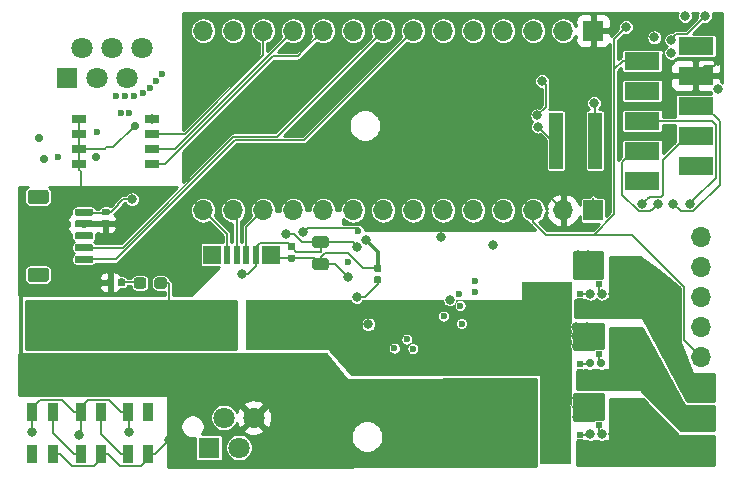
<source format=gbr>
G04 #@! TF.GenerationSoftware,KiCad,Pcbnew,5.1.3-ffb9f22~84~ubuntu18.04.1*
G04 #@! TF.CreationDate,2019-10-12T08:12:31-07:00*
G04 #@! TF.ProjectId,board,626f6172-642e-46b6-9963-61645f706362,rev?*
G04 #@! TF.SameCoordinates,Original*
G04 #@! TF.FileFunction,Copper,L1,Top*
G04 #@! TF.FilePolarity,Positive*
%FSLAX46Y46*%
G04 Gerber Fmt 4.6, Leading zero omitted, Abs format (unit mm)*
G04 Created by KiCad (PCBNEW 5.1.3-ffb9f22~84~ubuntu18.04.1) date 2019-10-12 08:12:31*
%MOMM*%
%LPD*%
G04 APERTURE LIST*
%ADD10C,0.100000*%
%ADD11C,0.975000*%
%ADD12C,0.600000*%
%ADD13C,1.200000*%
%ADD14O,1.700000X1.700000*%
%ADD15R,1.700000X1.700000*%
%ADD16R,0.950000X1.230000*%
%ADD17R,0.630000X0.500000*%
%ADD18R,1.250000X0.760000*%
%ADD19R,0.850000X1.600000*%
%ADD20C,1.600000*%
%ADD21R,3.000000X1.500000*%
%ADD22C,0.950000*%
%ADD23C,0.590000*%
%ADD24R,3.500000X2.000000*%
%ADD25R,6.000000X2.000000*%
%ADD26C,1.800000*%
%ADD27R,1.800000X1.800000*%
%ADD28R,1.500000X1.600000*%
%ADD29R,0.500000X1.600000*%
%ADD30R,2.400000X3.480000*%
%ADD31R,1.180000X4.700000*%
%ADD32C,0.800000*%
%ADD33C,0.700000*%
%ADD34C,1.000000*%
%ADD35C,0.177800*%
%ADD36C,0.152400*%
%ADD37C,0.300000*%
%ADD38C,0.254000*%
%ADD39C,0.025400*%
G04 APERTURE END LIST*
D10*
G36*
X119225142Y-121101174D02*
G01*
X119248803Y-121104684D01*
X119272007Y-121110496D01*
X119294529Y-121118554D01*
X119316153Y-121128782D01*
X119336670Y-121141079D01*
X119355883Y-121155329D01*
X119373607Y-121171393D01*
X119389671Y-121189117D01*
X119403921Y-121208330D01*
X119416218Y-121228847D01*
X119426446Y-121250471D01*
X119434504Y-121272993D01*
X119440316Y-121296197D01*
X119443826Y-121319858D01*
X119445000Y-121343750D01*
X119445000Y-121831250D01*
X119443826Y-121855142D01*
X119440316Y-121878803D01*
X119434504Y-121902007D01*
X119426446Y-121924529D01*
X119416218Y-121946153D01*
X119403921Y-121966670D01*
X119389671Y-121985883D01*
X119373607Y-122003607D01*
X119355883Y-122019671D01*
X119336670Y-122033921D01*
X119316153Y-122046218D01*
X119294529Y-122056446D01*
X119272007Y-122064504D01*
X119248803Y-122070316D01*
X119225142Y-122073826D01*
X119201250Y-122075000D01*
X118288750Y-122075000D01*
X118264858Y-122073826D01*
X118241197Y-122070316D01*
X118217993Y-122064504D01*
X118195471Y-122056446D01*
X118173847Y-122046218D01*
X118153330Y-122033921D01*
X118134117Y-122019671D01*
X118116393Y-122003607D01*
X118100329Y-121985883D01*
X118086079Y-121966670D01*
X118073782Y-121946153D01*
X118063554Y-121924529D01*
X118055496Y-121902007D01*
X118049684Y-121878803D01*
X118046174Y-121855142D01*
X118045000Y-121831250D01*
X118045000Y-121343750D01*
X118046174Y-121319858D01*
X118049684Y-121296197D01*
X118055496Y-121272993D01*
X118063554Y-121250471D01*
X118073782Y-121228847D01*
X118086079Y-121208330D01*
X118100329Y-121189117D01*
X118116393Y-121171393D01*
X118134117Y-121155329D01*
X118153330Y-121141079D01*
X118173847Y-121128782D01*
X118195471Y-121118554D01*
X118217993Y-121110496D01*
X118241197Y-121104684D01*
X118264858Y-121101174D01*
X118288750Y-121100000D01*
X119201250Y-121100000D01*
X119225142Y-121101174D01*
X119225142Y-121101174D01*
G37*
D11*
X118745000Y-121587500D03*
D10*
G36*
X119225142Y-119226174D02*
G01*
X119248803Y-119229684D01*
X119272007Y-119235496D01*
X119294529Y-119243554D01*
X119316153Y-119253782D01*
X119336670Y-119266079D01*
X119355883Y-119280329D01*
X119373607Y-119296393D01*
X119389671Y-119314117D01*
X119403921Y-119333330D01*
X119416218Y-119353847D01*
X119426446Y-119375471D01*
X119434504Y-119397993D01*
X119440316Y-119421197D01*
X119443826Y-119444858D01*
X119445000Y-119468750D01*
X119445000Y-119956250D01*
X119443826Y-119980142D01*
X119440316Y-120003803D01*
X119434504Y-120027007D01*
X119426446Y-120049529D01*
X119416218Y-120071153D01*
X119403921Y-120091670D01*
X119389671Y-120110883D01*
X119373607Y-120128607D01*
X119355883Y-120144671D01*
X119336670Y-120158921D01*
X119316153Y-120171218D01*
X119294529Y-120181446D01*
X119272007Y-120189504D01*
X119248803Y-120195316D01*
X119225142Y-120198826D01*
X119201250Y-120200000D01*
X118288750Y-120200000D01*
X118264858Y-120198826D01*
X118241197Y-120195316D01*
X118217993Y-120189504D01*
X118195471Y-120181446D01*
X118173847Y-120171218D01*
X118153330Y-120158921D01*
X118134117Y-120144671D01*
X118116393Y-120128607D01*
X118100329Y-120110883D01*
X118086079Y-120091670D01*
X118073782Y-120071153D01*
X118063554Y-120049529D01*
X118055496Y-120027007D01*
X118049684Y-120003803D01*
X118046174Y-119980142D01*
X118045000Y-119956250D01*
X118045000Y-119468750D01*
X118046174Y-119444858D01*
X118049684Y-119421197D01*
X118055496Y-119397993D01*
X118063554Y-119375471D01*
X118073782Y-119353847D01*
X118086079Y-119333330D01*
X118100329Y-119314117D01*
X118116393Y-119296393D01*
X118134117Y-119280329D01*
X118153330Y-119266079D01*
X118173847Y-119253782D01*
X118195471Y-119243554D01*
X118217993Y-119235496D01*
X118241197Y-119229684D01*
X118264858Y-119226174D01*
X118288750Y-119225000D01*
X119201250Y-119225000D01*
X119225142Y-119226174D01*
X119225142Y-119226174D01*
G37*
D11*
X118745000Y-119712500D03*
D10*
G36*
X99350203Y-116890222D02*
G01*
X99364764Y-116892382D01*
X99379043Y-116895959D01*
X99392903Y-116900918D01*
X99406210Y-116907212D01*
X99418836Y-116914780D01*
X99430659Y-116923548D01*
X99441566Y-116933434D01*
X99451452Y-116944341D01*
X99460220Y-116956164D01*
X99467788Y-116968790D01*
X99474082Y-116982097D01*
X99479041Y-116995957D01*
X99482618Y-117010236D01*
X99484778Y-117024797D01*
X99485500Y-117039500D01*
X99485500Y-117339500D01*
X99484778Y-117354203D01*
X99482618Y-117368764D01*
X99479041Y-117383043D01*
X99474082Y-117396903D01*
X99467788Y-117410210D01*
X99460220Y-117422836D01*
X99451452Y-117434659D01*
X99441566Y-117445566D01*
X99430659Y-117455452D01*
X99418836Y-117464220D01*
X99406210Y-117471788D01*
X99392903Y-117478082D01*
X99379043Y-117483041D01*
X99364764Y-117486618D01*
X99350203Y-117488778D01*
X99335500Y-117489500D01*
X98085500Y-117489500D01*
X98070797Y-117488778D01*
X98056236Y-117486618D01*
X98041957Y-117483041D01*
X98028097Y-117478082D01*
X98014790Y-117471788D01*
X98002164Y-117464220D01*
X97990341Y-117455452D01*
X97979434Y-117445566D01*
X97969548Y-117434659D01*
X97960780Y-117422836D01*
X97953212Y-117410210D01*
X97946918Y-117396903D01*
X97941959Y-117383043D01*
X97938382Y-117368764D01*
X97936222Y-117354203D01*
X97935500Y-117339500D01*
X97935500Y-117039500D01*
X97936222Y-117024797D01*
X97938382Y-117010236D01*
X97941959Y-116995957D01*
X97946918Y-116982097D01*
X97953212Y-116968790D01*
X97960780Y-116956164D01*
X97969548Y-116944341D01*
X97979434Y-116933434D01*
X97990341Y-116923548D01*
X98002164Y-116914780D01*
X98014790Y-116907212D01*
X98028097Y-116900918D01*
X98041957Y-116895959D01*
X98056236Y-116892382D01*
X98070797Y-116890222D01*
X98085500Y-116889500D01*
X99335500Y-116889500D01*
X99350203Y-116890222D01*
X99350203Y-116890222D01*
G37*
D12*
X98710500Y-117189500D03*
D10*
G36*
X99350203Y-117890222D02*
G01*
X99364764Y-117892382D01*
X99379043Y-117895959D01*
X99392903Y-117900918D01*
X99406210Y-117907212D01*
X99418836Y-117914780D01*
X99430659Y-117923548D01*
X99441566Y-117933434D01*
X99451452Y-117944341D01*
X99460220Y-117956164D01*
X99467788Y-117968790D01*
X99474082Y-117982097D01*
X99479041Y-117995957D01*
X99482618Y-118010236D01*
X99484778Y-118024797D01*
X99485500Y-118039500D01*
X99485500Y-118339500D01*
X99484778Y-118354203D01*
X99482618Y-118368764D01*
X99479041Y-118383043D01*
X99474082Y-118396903D01*
X99467788Y-118410210D01*
X99460220Y-118422836D01*
X99451452Y-118434659D01*
X99441566Y-118445566D01*
X99430659Y-118455452D01*
X99418836Y-118464220D01*
X99406210Y-118471788D01*
X99392903Y-118478082D01*
X99379043Y-118483041D01*
X99364764Y-118486618D01*
X99350203Y-118488778D01*
X99335500Y-118489500D01*
X98085500Y-118489500D01*
X98070797Y-118488778D01*
X98056236Y-118486618D01*
X98041957Y-118483041D01*
X98028097Y-118478082D01*
X98014790Y-118471788D01*
X98002164Y-118464220D01*
X97990341Y-118455452D01*
X97979434Y-118445566D01*
X97969548Y-118434659D01*
X97960780Y-118422836D01*
X97953212Y-118410210D01*
X97946918Y-118396903D01*
X97941959Y-118383043D01*
X97938382Y-118368764D01*
X97936222Y-118354203D01*
X97935500Y-118339500D01*
X97935500Y-118039500D01*
X97936222Y-118024797D01*
X97938382Y-118010236D01*
X97941959Y-117995957D01*
X97946918Y-117982097D01*
X97953212Y-117968790D01*
X97960780Y-117956164D01*
X97969548Y-117944341D01*
X97979434Y-117933434D01*
X97990341Y-117923548D01*
X98002164Y-117914780D01*
X98014790Y-117907212D01*
X98028097Y-117900918D01*
X98041957Y-117895959D01*
X98056236Y-117892382D01*
X98070797Y-117890222D01*
X98085500Y-117889500D01*
X99335500Y-117889500D01*
X99350203Y-117890222D01*
X99350203Y-117890222D01*
G37*
D12*
X98710500Y-118189500D03*
D10*
G36*
X99350203Y-118890222D02*
G01*
X99364764Y-118892382D01*
X99379043Y-118895959D01*
X99392903Y-118900918D01*
X99406210Y-118907212D01*
X99418836Y-118914780D01*
X99430659Y-118923548D01*
X99441566Y-118933434D01*
X99451452Y-118944341D01*
X99460220Y-118956164D01*
X99467788Y-118968790D01*
X99474082Y-118982097D01*
X99479041Y-118995957D01*
X99482618Y-119010236D01*
X99484778Y-119024797D01*
X99485500Y-119039500D01*
X99485500Y-119339500D01*
X99484778Y-119354203D01*
X99482618Y-119368764D01*
X99479041Y-119383043D01*
X99474082Y-119396903D01*
X99467788Y-119410210D01*
X99460220Y-119422836D01*
X99451452Y-119434659D01*
X99441566Y-119445566D01*
X99430659Y-119455452D01*
X99418836Y-119464220D01*
X99406210Y-119471788D01*
X99392903Y-119478082D01*
X99379043Y-119483041D01*
X99364764Y-119486618D01*
X99350203Y-119488778D01*
X99335500Y-119489500D01*
X98085500Y-119489500D01*
X98070797Y-119488778D01*
X98056236Y-119486618D01*
X98041957Y-119483041D01*
X98028097Y-119478082D01*
X98014790Y-119471788D01*
X98002164Y-119464220D01*
X97990341Y-119455452D01*
X97979434Y-119445566D01*
X97969548Y-119434659D01*
X97960780Y-119422836D01*
X97953212Y-119410210D01*
X97946918Y-119396903D01*
X97941959Y-119383043D01*
X97938382Y-119368764D01*
X97936222Y-119354203D01*
X97935500Y-119339500D01*
X97935500Y-119039500D01*
X97936222Y-119024797D01*
X97938382Y-119010236D01*
X97941959Y-118995957D01*
X97946918Y-118982097D01*
X97953212Y-118968790D01*
X97960780Y-118956164D01*
X97969548Y-118944341D01*
X97979434Y-118933434D01*
X97990341Y-118923548D01*
X98002164Y-118914780D01*
X98014790Y-118907212D01*
X98028097Y-118900918D01*
X98041957Y-118895959D01*
X98056236Y-118892382D01*
X98070797Y-118890222D01*
X98085500Y-118889500D01*
X99335500Y-118889500D01*
X99350203Y-118890222D01*
X99350203Y-118890222D01*
G37*
D12*
X98710500Y-119189500D03*
D10*
G36*
X99350203Y-119890222D02*
G01*
X99364764Y-119892382D01*
X99379043Y-119895959D01*
X99392903Y-119900918D01*
X99406210Y-119907212D01*
X99418836Y-119914780D01*
X99430659Y-119923548D01*
X99441566Y-119933434D01*
X99451452Y-119944341D01*
X99460220Y-119956164D01*
X99467788Y-119968790D01*
X99474082Y-119982097D01*
X99479041Y-119995957D01*
X99482618Y-120010236D01*
X99484778Y-120024797D01*
X99485500Y-120039500D01*
X99485500Y-120339500D01*
X99484778Y-120354203D01*
X99482618Y-120368764D01*
X99479041Y-120383043D01*
X99474082Y-120396903D01*
X99467788Y-120410210D01*
X99460220Y-120422836D01*
X99451452Y-120434659D01*
X99441566Y-120445566D01*
X99430659Y-120455452D01*
X99418836Y-120464220D01*
X99406210Y-120471788D01*
X99392903Y-120478082D01*
X99379043Y-120483041D01*
X99364764Y-120486618D01*
X99350203Y-120488778D01*
X99335500Y-120489500D01*
X98085500Y-120489500D01*
X98070797Y-120488778D01*
X98056236Y-120486618D01*
X98041957Y-120483041D01*
X98028097Y-120478082D01*
X98014790Y-120471788D01*
X98002164Y-120464220D01*
X97990341Y-120455452D01*
X97979434Y-120445566D01*
X97969548Y-120434659D01*
X97960780Y-120422836D01*
X97953212Y-120410210D01*
X97946918Y-120396903D01*
X97941959Y-120383043D01*
X97938382Y-120368764D01*
X97936222Y-120354203D01*
X97935500Y-120339500D01*
X97935500Y-120039500D01*
X97936222Y-120024797D01*
X97938382Y-120010236D01*
X97941959Y-119995957D01*
X97946918Y-119982097D01*
X97953212Y-119968790D01*
X97960780Y-119956164D01*
X97969548Y-119944341D01*
X97979434Y-119933434D01*
X97990341Y-119923548D01*
X98002164Y-119914780D01*
X98014790Y-119907212D01*
X98028097Y-119900918D01*
X98041957Y-119895959D01*
X98056236Y-119892382D01*
X98070797Y-119890222D01*
X98085500Y-119889500D01*
X99335500Y-119889500D01*
X99350203Y-119890222D01*
X99350203Y-119890222D01*
G37*
D12*
X98710500Y-120189500D03*
D10*
G36*
X99350203Y-120890222D02*
G01*
X99364764Y-120892382D01*
X99379043Y-120895959D01*
X99392903Y-120900918D01*
X99406210Y-120907212D01*
X99418836Y-120914780D01*
X99430659Y-120923548D01*
X99441566Y-120933434D01*
X99451452Y-120944341D01*
X99460220Y-120956164D01*
X99467788Y-120968790D01*
X99474082Y-120982097D01*
X99479041Y-120995957D01*
X99482618Y-121010236D01*
X99484778Y-121024797D01*
X99485500Y-121039500D01*
X99485500Y-121339500D01*
X99484778Y-121354203D01*
X99482618Y-121368764D01*
X99479041Y-121383043D01*
X99474082Y-121396903D01*
X99467788Y-121410210D01*
X99460220Y-121422836D01*
X99451452Y-121434659D01*
X99441566Y-121445566D01*
X99430659Y-121455452D01*
X99418836Y-121464220D01*
X99406210Y-121471788D01*
X99392903Y-121478082D01*
X99379043Y-121483041D01*
X99364764Y-121486618D01*
X99350203Y-121488778D01*
X99335500Y-121489500D01*
X98085500Y-121489500D01*
X98070797Y-121488778D01*
X98056236Y-121486618D01*
X98041957Y-121483041D01*
X98028097Y-121478082D01*
X98014790Y-121471788D01*
X98002164Y-121464220D01*
X97990341Y-121455452D01*
X97979434Y-121445566D01*
X97969548Y-121434659D01*
X97960780Y-121422836D01*
X97953212Y-121410210D01*
X97946918Y-121396903D01*
X97941959Y-121383043D01*
X97938382Y-121368764D01*
X97936222Y-121354203D01*
X97935500Y-121339500D01*
X97935500Y-121039500D01*
X97936222Y-121024797D01*
X97938382Y-121010236D01*
X97941959Y-120995957D01*
X97946918Y-120982097D01*
X97953212Y-120968790D01*
X97960780Y-120956164D01*
X97969548Y-120944341D01*
X97979434Y-120933434D01*
X97990341Y-120923548D01*
X98002164Y-120914780D01*
X98014790Y-120907212D01*
X98028097Y-120900918D01*
X98041957Y-120895959D01*
X98056236Y-120892382D01*
X98070797Y-120890222D01*
X98085500Y-120889500D01*
X99335500Y-120889500D01*
X99350203Y-120890222D01*
X99350203Y-120890222D01*
G37*
D12*
X98710500Y-121189500D03*
D10*
G36*
X95510005Y-115290704D02*
G01*
X95534273Y-115294304D01*
X95558072Y-115300265D01*
X95581171Y-115308530D01*
X95603350Y-115319020D01*
X95624393Y-115331632D01*
X95644099Y-115346247D01*
X95662277Y-115362723D01*
X95678753Y-115380901D01*
X95693368Y-115400607D01*
X95705980Y-115421650D01*
X95716470Y-115443829D01*
X95724735Y-115466928D01*
X95730696Y-115490727D01*
X95734296Y-115514995D01*
X95735500Y-115539499D01*
X95735500Y-116239501D01*
X95734296Y-116264005D01*
X95730696Y-116288273D01*
X95724735Y-116312072D01*
X95716470Y-116335171D01*
X95705980Y-116357350D01*
X95693368Y-116378393D01*
X95678753Y-116398099D01*
X95662277Y-116416277D01*
X95644099Y-116432753D01*
X95624393Y-116447368D01*
X95603350Y-116459980D01*
X95581171Y-116470470D01*
X95558072Y-116478735D01*
X95534273Y-116484696D01*
X95510005Y-116488296D01*
X95485501Y-116489500D01*
X94185499Y-116489500D01*
X94160995Y-116488296D01*
X94136727Y-116484696D01*
X94112928Y-116478735D01*
X94089829Y-116470470D01*
X94067650Y-116459980D01*
X94046607Y-116447368D01*
X94026901Y-116432753D01*
X94008723Y-116416277D01*
X93992247Y-116398099D01*
X93977632Y-116378393D01*
X93965020Y-116357350D01*
X93954530Y-116335171D01*
X93946265Y-116312072D01*
X93940304Y-116288273D01*
X93936704Y-116264005D01*
X93935500Y-116239501D01*
X93935500Y-115539499D01*
X93936704Y-115514995D01*
X93940304Y-115490727D01*
X93946265Y-115466928D01*
X93954530Y-115443829D01*
X93965020Y-115421650D01*
X93977632Y-115400607D01*
X93992247Y-115380901D01*
X94008723Y-115362723D01*
X94026901Y-115346247D01*
X94046607Y-115331632D01*
X94067650Y-115319020D01*
X94089829Y-115308530D01*
X94112928Y-115300265D01*
X94136727Y-115294304D01*
X94160995Y-115290704D01*
X94185499Y-115289500D01*
X95485501Y-115289500D01*
X95510005Y-115290704D01*
X95510005Y-115290704D01*
G37*
D13*
X94835500Y-115889500D03*
D10*
G36*
X95510005Y-121890704D02*
G01*
X95534273Y-121894304D01*
X95558072Y-121900265D01*
X95581171Y-121908530D01*
X95603350Y-121919020D01*
X95624393Y-121931632D01*
X95644099Y-121946247D01*
X95662277Y-121962723D01*
X95678753Y-121980901D01*
X95693368Y-122000607D01*
X95705980Y-122021650D01*
X95716470Y-122043829D01*
X95724735Y-122066928D01*
X95730696Y-122090727D01*
X95734296Y-122114995D01*
X95735500Y-122139499D01*
X95735500Y-122839501D01*
X95734296Y-122864005D01*
X95730696Y-122888273D01*
X95724735Y-122912072D01*
X95716470Y-122935171D01*
X95705980Y-122957350D01*
X95693368Y-122978393D01*
X95678753Y-122998099D01*
X95662277Y-123016277D01*
X95644099Y-123032753D01*
X95624393Y-123047368D01*
X95603350Y-123059980D01*
X95581171Y-123070470D01*
X95558072Y-123078735D01*
X95534273Y-123084696D01*
X95510005Y-123088296D01*
X95485501Y-123089500D01*
X94185499Y-123089500D01*
X94160995Y-123088296D01*
X94136727Y-123084696D01*
X94112928Y-123078735D01*
X94089829Y-123070470D01*
X94067650Y-123059980D01*
X94046607Y-123047368D01*
X94026901Y-123032753D01*
X94008723Y-123016277D01*
X93992247Y-122998099D01*
X93977632Y-122978393D01*
X93965020Y-122957350D01*
X93954530Y-122935171D01*
X93946265Y-122912072D01*
X93940304Y-122888273D01*
X93936704Y-122864005D01*
X93935500Y-122839501D01*
X93935500Y-122139499D01*
X93936704Y-122114995D01*
X93940304Y-122090727D01*
X93946265Y-122066928D01*
X93954530Y-122043829D01*
X93965020Y-122021650D01*
X93977632Y-122000607D01*
X93992247Y-121980901D01*
X94008723Y-121962723D01*
X94026901Y-121946247D01*
X94046607Y-121931632D01*
X94067650Y-121919020D01*
X94089829Y-121908530D01*
X94112928Y-121900265D01*
X94136727Y-121894304D01*
X94160995Y-121890704D01*
X94185499Y-121889500D01*
X95485501Y-121889500D01*
X95510005Y-121890704D01*
X95510005Y-121890704D01*
G37*
D13*
X94835500Y-122489500D03*
D14*
X108798000Y-101836000D03*
X111338000Y-101836000D03*
X113878000Y-101836000D03*
X116418000Y-101836000D03*
X118958000Y-101836000D03*
X121498000Y-101836000D03*
X124038000Y-101836000D03*
X126578000Y-101836000D03*
X129118000Y-101836000D03*
X131658000Y-101836000D03*
X134198000Y-101836000D03*
X136738000Y-101836000D03*
X139278000Y-101836000D03*
D15*
X141818000Y-101836000D03*
D16*
X139340000Y-131660000D03*
X139340000Y-130440000D03*
X138390000Y-131660000D03*
X138390000Y-130440000D03*
D17*
X137810000Y-132020000D03*
X137810000Y-131380000D03*
X137810000Y-130720000D03*
X137810000Y-130080000D03*
X140690000Y-130080000D03*
X140690000Y-130720000D03*
X140690000Y-131380000D03*
X140690000Y-132020000D03*
D18*
X104475000Y-113105000D03*
X98325000Y-109295000D03*
X104475000Y-111835000D03*
X98325000Y-110565000D03*
X104475000Y-110565000D03*
X98325000Y-111835000D03*
X104475000Y-109295000D03*
X98325000Y-113105000D03*
D19*
X100175000Y-134150000D03*
X98425000Y-134150000D03*
X100175000Y-137650000D03*
X98425000Y-137650000D03*
X94325000Y-137650000D03*
X96075000Y-137650000D03*
X94325000Y-134150000D03*
X96075000Y-134150000D03*
D10*
G36*
X128780142Y-129676174D02*
G01*
X128803803Y-129679684D01*
X128827007Y-129685496D01*
X128849529Y-129693554D01*
X128871153Y-129703782D01*
X128891670Y-129716079D01*
X128910883Y-129730329D01*
X128928607Y-129746393D01*
X128944671Y-129764117D01*
X128958921Y-129783330D01*
X128971218Y-129803847D01*
X128981446Y-129825471D01*
X128989504Y-129847993D01*
X128995316Y-129871197D01*
X128998826Y-129894858D01*
X129000000Y-129918750D01*
X129000000Y-130406250D01*
X128998826Y-130430142D01*
X128995316Y-130453803D01*
X128989504Y-130477007D01*
X128981446Y-130499529D01*
X128971218Y-130521153D01*
X128958921Y-130541670D01*
X128944671Y-130560883D01*
X128928607Y-130578607D01*
X128910883Y-130594671D01*
X128891670Y-130608921D01*
X128871153Y-130621218D01*
X128849529Y-130631446D01*
X128827007Y-130639504D01*
X128803803Y-130645316D01*
X128780142Y-130648826D01*
X128756250Y-130650000D01*
X127843750Y-130650000D01*
X127819858Y-130648826D01*
X127796197Y-130645316D01*
X127772993Y-130639504D01*
X127750471Y-130631446D01*
X127728847Y-130621218D01*
X127708330Y-130608921D01*
X127689117Y-130594671D01*
X127671393Y-130578607D01*
X127655329Y-130560883D01*
X127641079Y-130541670D01*
X127628782Y-130521153D01*
X127618554Y-130499529D01*
X127610496Y-130477007D01*
X127604684Y-130453803D01*
X127601174Y-130430142D01*
X127600000Y-130406250D01*
X127600000Y-129918750D01*
X127601174Y-129894858D01*
X127604684Y-129871197D01*
X127610496Y-129847993D01*
X127618554Y-129825471D01*
X127628782Y-129803847D01*
X127641079Y-129783330D01*
X127655329Y-129764117D01*
X127671393Y-129746393D01*
X127689117Y-129730329D01*
X127708330Y-129716079D01*
X127728847Y-129703782D01*
X127750471Y-129693554D01*
X127772993Y-129685496D01*
X127796197Y-129679684D01*
X127819858Y-129676174D01*
X127843750Y-129675000D01*
X128756250Y-129675000D01*
X128780142Y-129676174D01*
X128780142Y-129676174D01*
G37*
D11*
X128300000Y-130162500D03*
D10*
G36*
X128780142Y-131551174D02*
G01*
X128803803Y-131554684D01*
X128827007Y-131560496D01*
X128849529Y-131568554D01*
X128871153Y-131578782D01*
X128891670Y-131591079D01*
X128910883Y-131605329D01*
X128928607Y-131621393D01*
X128944671Y-131639117D01*
X128958921Y-131658330D01*
X128971218Y-131678847D01*
X128981446Y-131700471D01*
X128989504Y-131722993D01*
X128995316Y-131746197D01*
X128998826Y-131769858D01*
X129000000Y-131793750D01*
X129000000Y-132281250D01*
X128998826Y-132305142D01*
X128995316Y-132328803D01*
X128989504Y-132352007D01*
X128981446Y-132374529D01*
X128971218Y-132396153D01*
X128958921Y-132416670D01*
X128944671Y-132435883D01*
X128928607Y-132453607D01*
X128910883Y-132469671D01*
X128891670Y-132483921D01*
X128871153Y-132496218D01*
X128849529Y-132506446D01*
X128827007Y-132514504D01*
X128803803Y-132520316D01*
X128780142Y-132523826D01*
X128756250Y-132525000D01*
X127843750Y-132525000D01*
X127819858Y-132523826D01*
X127796197Y-132520316D01*
X127772993Y-132514504D01*
X127750471Y-132506446D01*
X127728847Y-132496218D01*
X127708330Y-132483921D01*
X127689117Y-132469671D01*
X127671393Y-132453607D01*
X127655329Y-132435883D01*
X127641079Y-132416670D01*
X127628782Y-132396153D01*
X127618554Y-132374529D01*
X127610496Y-132352007D01*
X127604684Y-132328803D01*
X127601174Y-132305142D01*
X127600000Y-132281250D01*
X127600000Y-131793750D01*
X127601174Y-131769858D01*
X127604684Y-131746197D01*
X127610496Y-131722993D01*
X127618554Y-131700471D01*
X127628782Y-131678847D01*
X127641079Y-131658330D01*
X127655329Y-131639117D01*
X127671393Y-131621393D01*
X127689117Y-131605329D01*
X127708330Y-131591079D01*
X127728847Y-131578782D01*
X127750471Y-131568554D01*
X127772993Y-131560496D01*
X127796197Y-131554684D01*
X127819858Y-131551174D01*
X127843750Y-131550000D01*
X128756250Y-131550000D01*
X128780142Y-131551174D01*
X128780142Y-131551174D01*
G37*
D11*
X128300000Y-132037500D03*
D10*
G36*
X134480142Y-131551174D02*
G01*
X134503803Y-131554684D01*
X134527007Y-131560496D01*
X134549529Y-131568554D01*
X134571153Y-131578782D01*
X134591670Y-131591079D01*
X134610883Y-131605329D01*
X134628607Y-131621393D01*
X134644671Y-131639117D01*
X134658921Y-131658330D01*
X134671218Y-131678847D01*
X134681446Y-131700471D01*
X134689504Y-131722993D01*
X134695316Y-131746197D01*
X134698826Y-131769858D01*
X134700000Y-131793750D01*
X134700000Y-132281250D01*
X134698826Y-132305142D01*
X134695316Y-132328803D01*
X134689504Y-132352007D01*
X134681446Y-132374529D01*
X134671218Y-132396153D01*
X134658921Y-132416670D01*
X134644671Y-132435883D01*
X134628607Y-132453607D01*
X134610883Y-132469671D01*
X134591670Y-132483921D01*
X134571153Y-132496218D01*
X134549529Y-132506446D01*
X134527007Y-132514504D01*
X134503803Y-132520316D01*
X134480142Y-132523826D01*
X134456250Y-132525000D01*
X133543750Y-132525000D01*
X133519858Y-132523826D01*
X133496197Y-132520316D01*
X133472993Y-132514504D01*
X133450471Y-132506446D01*
X133428847Y-132496218D01*
X133408330Y-132483921D01*
X133389117Y-132469671D01*
X133371393Y-132453607D01*
X133355329Y-132435883D01*
X133341079Y-132416670D01*
X133328782Y-132396153D01*
X133318554Y-132374529D01*
X133310496Y-132352007D01*
X133304684Y-132328803D01*
X133301174Y-132305142D01*
X133300000Y-132281250D01*
X133300000Y-131793750D01*
X133301174Y-131769858D01*
X133304684Y-131746197D01*
X133310496Y-131722993D01*
X133318554Y-131700471D01*
X133328782Y-131678847D01*
X133341079Y-131658330D01*
X133355329Y-131639117D01*
X133371393Y-131621393D01*
X133389117Y-131605329D01*
X133408330Y-131591079D01*
X133428847Y-131578782D01*
X133450471Y-131568554D01*
X133472993Y-131560496D01*
X133496197Y-131554684D01*
X133519858Y-131551174D01*
X133543750Y-131550000D01*
X134456250Y-131550000D01*
X134480142Y-131551174D01*
X134480142Y-131551174D01*
G37*
D11*
X134000000Y-132037500D03*
D10*
G36*
X134480142Y-129676174D02*
G01*
X134503803Y-129679684D01*
X134527007Y-129685496D01*
X134549529Y-129693554D01*
X134571153Y-129703782D01*
X134591670Y-129716079D01*
X134610883Y-129730329D01*
X134628607Y-129746393D01*
X134644671Y-129764117D01*
X134658921Y-129783330D01*
X134671218Y-129803847D01*
X134681446Y-129825471D01*
X134689504Y-129847993D01*
X134695316Y-129871197D01*
X134698826Y-129894858D01*
X134700000Y-129918750D01*
X134700000Y-130406250D01*
X134698826Y-130430142D01*
X134695316Y-130453803D01*
X134689504Y-130477007D01*
X134681446Y-130499529D01*
X134671218Y-130521153D01*
X134658921Y-130541670D01*
X134644671Y-130560883D01*
X134628607Y-130578607D01*
X134610883Y-130594671D01*
X134591670Y-130608921D01*
X134571153Y-130621218D01*
X134549529Y-130631446D01*
X134527007Y-130639504D01*
X134503803Y-130645316D01*
X134480142Y-130648826D01*
X134456250Y-130650000D01*
X133543750Y-130650000D01*
X133519858Y-130648826D01*
X133496197Y-130645316D01*
X133472993Y-130639504D01*
X133450471Y-130631446D01*
X133428847Y-130621218D01*
X133408330Y-130608921D01*
X133389117Y-130594671D01*
X133371393Y-130578607D01*
X133355329Y-130560883D01*
X133341079Y-130541670D01*
X133328782Y-130521153D01*
X133318554Y-130499529D01*
X133310496Y-130477007D01*
X133304684Y-130453803D01*
X133301174Y-130430142D01*
X133300000Y-130406250D01*
X133300000Y-129918750D01*
X133301174Y-129894858D01*
X133304684Y-129871197D01*
X133310496Y-129847993D01*
X133318554Y-129825471D01*
X133328782Y-129803847D01*
X133341079Y-129783330D01*
X133355329Y-129764117D01*
X133371393Y-129746393D01*
X133389117Y-129730329D01*
X133408330Y-129716079D01*
X133428847Y-129703782D01*
X133450471Y-129693554D01*
X133472993Y-129685496D01*
X133496197Y-129679684D01*
X133519858Y-129676174D01*
X133543750Y-129675000D01*
X134456250Y-129675000D01*
X134480142Y-129676174D01*
X134480142Y-129676174D01*
G37*
D11*
X134000000Y-130162500D03*
D10*
G36*
X132580142Y-129676174D02*
G01*
X132603803Y-129679684D01*
X132627007Y-129685496D01*
X132649529Y-129693554D01*
X132671153Y-129703782D01*
X132691670Y-129716079D01*
X132710883Y-129730329D01*
X132728607Y-129746393D01*
X132744671Y-129764117D01*
X132758921Y-129783330D01*
X132771218Y-129803847D01*
X132781446Y-129825471D01*
X132789504Y-129847993D01*
X132795316Y-129871197D01*
X132798826Y-129894858D01*
X132800000Y-129918750D01*
X132800000Y-130406250D01*
X132798826Y-130430142D01*
X132795316Y-130453803D01*
X132789504Y-130477007D01*
X132781446Y-130499529D01*
X132771218Y-130521153D01*
X132758921Y-130541670D01*
X132744671Y-130560883D01*
X132728607Y-130578607D01*
X132710883Y-130594671D01*
X132691670Y-130608921D01*
X132671153Y-130621218D01*
X132649529Y-130631446D01*
X132627007Y-130639504D01*
X132603803Y-130645316D01*
X132580142Y-130648826D01*
X132556250Y-130650000D01*
X131643750Y-130650000D01*
X131619858Y-130648826D01*
X131596197Y-130645316D01*
X131572993Y-130639504D01*
X131550471Y-130631446D01*
X131528847Y-130621218D01*
X131508330Y-130608921D01*
X131489117Y-130594671D01*
X131471393Y-130578607D01*
X131455329Y-130560883D01*
X131441079Y-130541670D01*
X131428782Y-130521153D01*
X131418554Y-130499529D01*
X131410496Y-130477007D01*
X131404684Y-130453803D01*
X131401174Y-130430142D01*
X131400000Y-130406250D01*
X131400000Y-129918750D01*
X131401174Y-129894858D01*
X131404684Y-129871197D01*
X131410496Y-129847993D01*
X131418554Y-129825471D01*
X131428782Y-129803847D01*
X131441079Y-129783330D01*
X131455329Y-129764117D01*
X131471393Y-129746393D01*
X131489117Y-129730329D01*
X131508330Y-129716079D01*
X131528847Y-129703782D01*
X131550471Y-129693554D01*
X131572993Y-129685496D01*
X131596197Y-129679684D01*
X131619858Y-129676174D01*
X131643750Y-129675000D01*
X132556250Y-129675000D01*
X132580142Y-129676174D01*
X132580142Y-129676174D01*
G37*
D11*
X132100000Y-130162500D03*
D10*
G36*
X132580142Y-131551174D02*
G01*
X132603803Y-131554684D01*
X132627007Y-131560496D01*
X132649529Y-131568554D01*
X132671153Y-131578782D01*
X132691670Y-131591079D01*
X132710883Y-131605329D01*
X132728607Y-131621393D01*
X132744671Y-131639117D01*
X132758921Y-131658330D01*
X132771218Y-131678847D01*
X132781446Y-131700471D01*
X132789504Y-131722993D01*
X132795316Y-131746197D01*
X132798826Y-131769858D01*
X132800000Y-131793750D01*
X132800000Y-132281250D01*
X132798826Y-132305142D01*
X132795316Y-132328803D01*
X132789504Y-132352007D01*
X132781446Y-132374529D01*
X132771218Y-132396153D01*
X132758921Y-132416670D01*
X132744671Y-132435883D01*
X132728607Y-132453607D01*
X132710883Y-132469671D01*
X132691670Y-132483921D01*
X132671153Y-132496218D01*
X132649529Y-132506446D01*
X132627007Y-132514504D01*
X132603803Y-132520316D01*
X132580142Y-132523826D01*
X132556250Y-132525000D01*
X131643750Y-132525000D01*
X131619858Y-132523826D01*
X131596197Y-132520316D01*
X131572993Y-132514504D01*
X131550471Y-132506446D01*
X131528847Y-132496218D01*
X131508330Y-132483921D01*
X131489117Y-132469671D01*
X131471393Y-132453607D01*
X131455329Y-132435883D01*
X131441079Y-132416670D01*
X131428782Y-132396153D01*
X131418554Y-132374529D01*
X131410496Y-132352007D01*
X131404684Y-132328803D01*
X131401174Y-132305142D01*
X131400000Y-132281250D01*
X131400000Y-131793750D01*
X131401174Y-131769858D01*
X131404684Y-131746197D01*
X131410496Y-131722993D01*
X131418554Y-131700471D01*
X131428782Y-131678847D01*
X131441079Y-131658330D01*
X131455329Y-131639117D01*
X131471393Y-131621393D01*
X131489117Y-131605329D01*
X131508330Y-131591079D01*
X131528847Y-131578782D01*
X131550471Y-131568554D01*
X131572993Y-131560496D01*
X131596197Y-131554684D01*
X131619858Y-131551174D01*
X131643750Y-131550000D01*
X132556250Y-131550000D01*
X132580142Y-131551174D01*
X132580142Y-131551174D01*
G37*
D11*
X132100000Y-132037500D03*
D10*
G36*
X119574504Y-124751204D02*
G01*
X119598773Y-124754804D01*
X119622571Y-124760765D01*
X119645671Y-124769030D01*
X119667849Y-124779520D01*
X119688893Y-124792133D01*
X119708598Y-124806747D01*
X119726777Y-124823223D01*
X119743253Y-124841402D01*
X119757867Y-124861107D01*
X119770480Y-124882151D01*
X119780970Y-124904329D01*
X119789235Y-124927429D01*
X119795196Y-124951227D01*
X119798796Y-124975496D01*
X119800000Y-125000000D01*
X119800000Y-128000000D01*
X119798796Y-128024504D01*
X119795196Y-128048773D01*
X119789235Y-128072571D01*
X119780970Y-128095671D01*
X119770480Y-128117849D01*
X119757867Y-128138893D01*
X119743253Y-128158598D01*
X119726777Y-128176777D01*
X119708598Y-128193253D01*
X119688893Y-128207867D01*
X119667849Y-128220480D01*
X119645671Y-128230970D01*
X119622571Y-128239235D01*
X119598773Y-128245196D01*
X119574504Y-128248796D01*
X119550000Y-128250000D01*
X118450000Y-128250000D01*
X118425496Y-128248796D01*
X118401227Y-128245196D01*
X118377429Y-128239235D01*
X118354329Y-128230970D01*
X118332151Y-128220480D01*
X118311107Y-128207867D01*
X118291402Y-128193253D01*
X118273223Y-128176777D01*
X118256747Y-128158598D01*
X118242133Y-128138893D01*
X118229520Y-128117849D01*
X118219030Y-128095671D01*
X118210765Y-128072571D01*
X118204804Y-128048773D01*
X118201204Y-128024504D01*
X118200000Y-128000000D01*
X118200000Y-125000000D01*
X118201204Y-124975496D01*
X118204804Y-124951227D01*
X118210765Y-124927429D01*
X118219030Y-124904329D01*
X118229520Y-124882151D01*
X118242133Y-124861107D01*
X118256747Y-124841402D01*
X118273223Y-124823223D01*
X118291402Y-124806747D01*
X118311107Y-124792133D01*
X118332151Y-124779520D01*
X118354329Y-124769030D01*
X118377429Y-124760765D01*
X118401227Y-124754804D01*
X118425496Y-124751204D01*
X118450000Y-124750000D01*
X119550000Y-124750000D01*
X119574504Y-124751204D01*
X119574504Y-124751204D01*
G37*
D20*
X119000000Y-126500000D03*
D10*
G36*
X119574504Y-130151204D02*
G01*
X119598773Y-130154804D01*
X119622571Y-130160765D01*
X119645671Y-130169030D01*
X119667849Y-130179520D01*
X119688893Y-130192133D01*
X119708598Y-130206747D01*
X119726777Y-130223223D01*
X119743253Y-130241402D01*
X119757867Y-130261107D01*
X119770480Y-130282151D01*
X119780970Y-130304329D01*
X119789235Y-130327429D01*
X119795196Y-130351227D01*
X119798796Y-130375496D01*
X119800000Y-130400000D01*
X119800000Y-133400000D01*
X119798796Y-133424504D01*
X119795196Y-133448773D01*
X119789235Y-133472571D01*
X119780970Y-133495671D01*
X119770480Y-133517849D01*
X119757867Y-133538893D01*
X119743253Y-133558598D01*
X119726777Y-133576777D01*
X119708598Y-133593253D01*
X119688893Y-133607867D01*
X119667849Y-133620480D01*
X119645671Y-133630970D01*
X119622571Y-133639235D01*
X119598773Y-133645196D01*
X119574504Y-133648796D01*
X119550000Y-133650000D01*
X118450000Y-133650000D01*
X118425496Y-133648796D01*
X118401227Y-133645196D01*
X118377429Y-133639235D01*
X118354329Y-133630970D01*
X118332151Y-133620480D01*
X118311107Y-133607867D01*
X118291402Y-133593253D01*
X118273223Y-133576777D01*
X118256747Y-133558598D01*
X118242133Y-133538893D01*
X118229520Y-133517849D01*
X118219030Y-133495671D01*
X118210765Y-133472571D01*
X118204804Y-133448773D01*
X118201204Y-133424504D01*
X118200000Y-133400000D01*
X118200000Y-130400000D01*
X118201204Y-130375496D01*
X118204804Y-130351227D01*
X118210765Y-130327429D01*
X118219030Y-130304329D01*
X118229520Y-130282151D01*
X118242133Y-130261107D01*
X118256747Y-130241402D01*
X118273223Y-130223223D01*
X118291402Y-130206747D01*
X118311107Y-130192133D01*
X118332151Y-130179520D01*
X118354329Y-130169030D01*
X118377429Y-130160765D01*
X118401227Y-130154804D01*
X118425496Y-130151204D01*
X118450000Y-130150000D01*
X119550000Y-130150000D01*
X119574504Y-130151204D01*
X119574504Y-130151204D01*
G37*
D20*
X119000000Y-131900000D03*
D15*
X141818000Y-117036000D03*
D14*
X139278000Y-117036000D03*
X136738000Y-117036000D03*
X134198000Y-117036000D03*
X131658000Y-117036000D03*
X129118000Y-117036000D03*
X126578000Y-117036000D03*
X124038000Y-117036000D03*
X121498000Y-117036000D03*
X118958000Y-117036000D03*
X116418000Y-117036000D03*
X113878000Y-117036000D03*
X111338000Y-117036000D03*
X108798000Y-117036000D03*
D21*
X145997200Y-114528600D03*
X145997200Y-111988600D03*
X145997200Y-109448600D03*
X145997200Y-106908600D03*
X145997200Y-104368600D03*
X150497200Y-113258600D03*
X150497200Y-110718600D03*
X150497200Y-108178600D03*
X150497200Y-105638600D03*
X150497200Y-103098600D03*
D14*
X150977600Y-119329200D03*
X150977600Y-121869200D03*
X150977600Y-124409200D03*
X150977600Y-126949200D03*
X150977600Y-129489200D03*
X150977600Y-132029200D03*
X150977600Y-134569200D03*
D15*
X150977600Y-137109200D03*
D10*
G36*
X105516279Y-122716144D02*
G01*
X105539334Y-122719563D01*
X105561943Y-122725227D01*
X105583887Y-122733079D01*
X105604957Y-122743044D01*
X105624948Y-122755026D01*
X105643668Y-122768910D01*
X105660938Y-122784562D01*
X105676590Y-122801832D01*
X105690474Y-122820552D01*
X105702456Y-122840543D01*
X105712421Y-122861613D01*
X105720273Y-122883557D01*
X105725937Y-122906166D01*
X105729356Y-122929221D01*
X105730500Y-122952500D01*
X105730500Y-123427500D01*
X105729356Y-123450779D01*
X105725937Y-123473834D01*
X105720273Y-123496443D01*
X105712421Y-123518387D01*
X105702456Y-123539457D01*
X105690474Y-123559448D01*
X105676590Y-123578168D01*
X105660938Y-123595438D01*
X105643668Y-123611090D01*
X105624948Y-123624974D01*
X105604957Y-123636956D01*
X105583887Y-123646921D01*
X105561943Y-123654773D01*
X105539334Y-123660437D01*
X105516279Y-123663856D01*
X105493000Y-123665000D01*
X104918000Y-123665000D01*
X104894721Y-123663856D01*
X104871666Y-123660437D01*
X104849057Y-123654773D01*
X104827113Y-123646921D01*
X104806043Y-123636956D01*
X104786052Y-123624974D01*
X104767332Y-123611090D01*
X104750062Y-123595438D01*
X104734410Y-123578168D01*
X104720526Y-123559448D01*
X104708544Y-123539457D01*
X104698579Y-123518387D01*
X104690727Y-123496443D01*
X104685063Y-123473834D01*
X104681644Y-123450779D01*
X104680500Y-123427500D01*
X104680500Y-122952500D01*
X104681644Y-122929221D01*
X104685063Y-122906166D01*
X104690727Y-122883557D01*
X104698579Y-122861613D01*
X104708544Y-122840543D01*
X104720526Y-122820552D01*
X104734410Y-122801832D01*
X104750062Y-122784562D01*
X104767332Y-122768910D01*
X104786052Y-122755026D01*
X104806043Y-122743044D01*
X104827113Y-122733079D01*
X104849057Y-122725227D01*
X104871666Y-122719563D01*
X104894721Y-122716144D01*
X104918000Y-122715000D01*
X105493000Y-122715000D01*
X105516279Y-122716144D01*
X105516279Y-122716144D01*
G37*
D22*
X105205500Y-123190000D03*
D10*
G36*
X103766279Y-122716144D02*
G01*
X103789334Y-122719563D01*
X103811943Y-122725227D01*
X103833887Y-122733079D01*
X103854957Y-122743044D01*
X103874948Y-122755026D01*
X103893668Y-122768910D01*
X103910938Y-122784562D01*
X103926590Y-122801832D01*
X103940474Y-122820552D01*
X103952456Y-122840543D01*
X103962421Y-122861613D01*
X103970273Y-122883557D01*
X103975937Y-122906166D01*
X103979356Y-122929221D01*
X103980500Y-122952500D01*
X103980500Y-123427500D01*
X103979356Y-123450779D01*
X103975937Y-123473834D01*
X103970273Y-123496443D01*
X103962421Y-123518387D01*
X103952456Y-123539457D01*
X103940474Y-123559448D01*
X103926590Y-123578168D01*
X103910938Y-123595438D01*
X103893668Y-123611090D01*
X103874948Y-123624974D01*
X103854957Y-123636956D01*
X103833887Y-123646921D01*
X103811943Y-123654773D01*
X103789334Y-123660437D01*
X103766279Y-123663856D01*
X103743000Y-123665000D01*
X103168000Y-123665000D01*
X103144721Y-123663856D01*
X103121666Y-123660437D01*
X103099057Y-123654773D01*
X103077113Y-123646921D01*
X103056043Y-123636956D01*
X103036052Y-123624974D01*
X103017332Y-123611090D01*
X103000062Y-123595438D01*
X102984410Y-123578168D01*
X102970526Y-123559448D01*
X102958544Y-123539457D01*
X102948579Y-123518387D01*
X102940727Y-123496443D01*
X102935063Y-123473834D01*
X102931644Y-123450779D01*
X102930500Y-123427500D01*
X102930500Y-122952500D01*
X102931644Y-122929221D01*
X102935063Y-122906166D01*
X102940727Y-122883557D01*
X102948579Y-122861613D01*
X102958544Y-122840543D01*
X102970526Y-122820552D01*
X102984410Y-122801832D01*
X103000062Y-122784562D01*
X103017332Y-122768910D01*
X103036052Y-122755026D01*
X103056043Y-122743044D01*
X103077113Y-122733079D01*
X103099057Y-122725227D01*
X103121666Y-122719563D01*
X103144721Y-122716144D01*
X103168000Y-122715000D01*
X103743000Y-122715000D01*
X103766279Y-122716144D01*
X103766279Y-122716144D01*
G37*
D22*
X103455500Y-123190000D03*
D10*
G36*
X101086458Y-122807210D02*
G01*
X101100776Y-122809334D01*
X101114817Y-122812851D01*
X101128446Y-122817728D01*
X101141531Y-122823917D01*
X101153947Y-122831358D01*
X101165573Y-122839981D01*
X101176298Y-122849702D01*
X101186019Y-122860427D01*
X101194642Y-122872053D01*
X101202083Y-122884469D01*
X101208272Y-122897554D01*
X101213149Y-122911183D01*
X101216666Y-122925224D01*
X101218790Y-122939542D01*
X101219500Y-122954000D01*
X101219500Y-123299000D01*
X101218790Y-123313458D01*
X101216666Y-123327776D01*
X101213149Y-123341817D01*
X101208272Y-123355446D01*
X101202083Y-123368531D01*
X101194642Y-123380947D01*
X101186019Y-123392573D01*
X101176298Y-123403298D01*
X101165573Y-123413019D01*
X101153947Y-123421642D01*
X101141531Y-123429083D01*
X101128446Y-123435272D01*
X101114817Y-123440149D01*
X101100776Y-123443666D01*
X101086458Y-123445790D01*
X101072000Y-123446500D01*
X100777000Y-123446500D01*
X100762542Y-123445790D01*
X100748224Y-123443666D01*
X100734183Y-123440149D01*
X100720554Y-123435272D01*
X100707469Y-123429083D01*
X100695053Y-123421642D01*
X100683427Y-123413019D01*
X100672702Y-123403298D01*
X100662981Y-123392573D01*
X100654358Y-123380947D01*
X100646917Y-123368531D01*
X100640728Y-123355446D01*
X100635851Y-123341817D01*
X100632334Y-123327776D01*
X100630210Y-123313458D01*
X100629500Y-123299000D01*
X100629500Y-122954000D01*
X100630210Y-122939542D01*
X100632334Y-122925224D01*
X100635851Y-122911183D01*
X100640728Y-122897554D01*
X100646917Y-122884469D01*
X100654358Y-122872053D01*
X100662981Y-122860427D01*
X100672702Y-122849702D01*
X100683427Y-122839981D01*
X100695053Y-122831358D01*
X100707469Y-122823917D01*
X100720554Y-122817728D01*
X100734183Y-122812851D01*
X100748224Y-122809334D01*
X100762542Y-122807210D01*
X100777000Y-122806500D01*
X101072000Y-122806500D01*
X101086458Y-122807210D01*
X101086458Y-122807210D01*
G37*
D23*
X100924500Y-123126500D03*
D10*
G36*
X102056458Y-122807210D02*
G01*
X102070776Y-122809334D01*
X102084817Y-122812851D01*
X102098446Y-122817728D01*
X102111531Y-122823917D01*
X102123947Y-122831358D01*
X102135573Y-122839981D01*
X102146298Y-122849702D01*
X102156019Y-122860427D01*
X102164642Y-122872053D01*
X102172083Y-122884469D01*
X102178272Y-122897554D01*
X102183149Y-122911183D01*
X102186666Y-122925224D01*
X102188790Y-122939542D01*
X102189500Y-122954000D01*
X102189500Y-123299000D01*
X102188790Y-123313458D01*
X102186666Y-123327776D01*
X102183149Y-123341817D01*
X102178272Y-123355446D01*
X102172083Y-123368531D01*
X102164642Y-123380947D01*
X102156019Y-123392573D01*
X102146298Y-123403298D01*
X102135573Y-123413019D01*
X102123947Y-123421642D01*
X102111531Y-123429083D01*
X102098446Y-123435272D01*
X102084817Y-123440149D01*
X102070776Y-123443666D01*
X102056458Y-123445790D01*
X102042000Y-123446500D01*
X101747000Y-123446500D01*
X101732542Y-123445790D01*
X101718224Y-123443666D01*
X101704183Y-123440149D01*
X101690554Y-123435272D01*
X101677469Y-123429083D01*
X101665053Y-123421642D01*
X101653427Y-123413019D01*
X101642702Y-123403298D01*
X101632981Y-123392573D01*
X101624358Y-123380947D01*
X101616917Y-123368531D01*
X101610728Y-123355446D01*
X101605851Y-123341817D01*
X101602334Y-123327776D01*
X101600210Y-123313458D01*
X101599500Y-123299000D01*
X101599500Y-122954000D01*
X101600210Y-122939542D01*
X101602334Y-122925224D01*
X101605851Y-122911183D01*
X101610728Y-122897554D01*
X101616917Y-122884469D01*
X101624358Y-122872053D01*
X101632981Y-122860427D01*
X101642702Y-122849702D01*
X101653427Y-122839981D01*
X101665053Y-122831358D01*
X101677469Y-122823917D01*
X101690554Y-122817728D01*
X101704183Y-122812851D01*
X101718224Y-122809334D01*
X101732542Y-122807210D01*
X101747000Y-122806500D01*
X102042000Y-122806500D01*
X102056458Y-122807210D01*
X102056458Y-122807210D01*
G37*
D23*
X101894500Y-123126500D03*
D24*
X105900000Y-130700000D03*
D25*
X96650000Y-130700000D03*
X96650000Y-126700000D03*
D24*
X105900000Y-126700000D03*
D16*
X139340000Y-125665000D03*
X139340000Y-124445000D03*
X138390000Y-125665000D03*
X138390000Y-124445000D03*
D17*
X137810000Y-126025000D03*
X137810000Y-125385000D03*
X137810000Y-124725000D03*
X137810000Y-124085000D03*
X140690000Y-124085000D03*
X140690000Y-124725000D03*
X140690000Y-125385000D03*
X140690000Y-126025000D03*
D16*
X143710000Y-121690000D03*
X143710000Y-122910000D03*
X144660000Y-121690000D03*
X144660000Y-122910000D03*
D17*
X145240000Y-121330000D03*
X145240000Y-121970000D03*
X145240000Y-122630000D03*
X145240000Y-123270000D03*
X142360000Y-123270000D03*
X142360000Y-122630000D03*
X142360000Y-121970000D03*
X142360000Y-121330000D03*
D16*
X143710000Y-127640000D03*
X143710000Y-128860000D03*
X144660000Y-127640000D03*
X144660000Y-128860000D03*
D17*
X145240000Y-127280000D03*
X145240000Y-127920000D03*
X145240000Y-128580000D03*
X145240000Y-129220000D03*
X142360000Y-129220000D03*
X142360000Y-128580000D03*
X142360000Y-127920000D03*
X142360000Y-127280000D03*
D16*
X139340000Y-137610000D03*
X139340000Y-136390000D03*
X138390000Y-137610000D03*
X138390000Y-136390000D03*
D17*
X137810000Y-137970000D03*
X137810000Y-137330000D03*
X137810000Y-136670000D03*
X137810000Y-136030000D03*
X140690000Y-136030000D03*
X140690000Y-136670000D03*
X140690000Y-137330000D03*
X140690000Y-137970000D03*
D16*
X143710000Y-133640000D03*
X143710000Y-134860000D03*
X144660000Y-133640000D03*
X144660000Y-134860000D03*
D17*
X145240000Y-133280000D03*
X145240000Y-133920000D03*
X145240000Y-134580000D03*
X145240000Y-135220000D03*
X142360000Y-135220000D03*
X142360000Y-134580000D03*
X142360000Y-133920000D03*
X142360000Y-133280000D03*
D10*
G36*
X124980142Y-131551174D02*
G01*
X125003803Y-131554684D01*
X125027007Y-131560496D01*
X125049529Y-131568554D01*
X125071153Y-131578782D01*
X125091670Y-131591079D01*
X125110883Y-131605329D01*
X125128607Y-131621393D01*
X125144671Y-131639117D01*
X125158921Y-131658330D01*
X125171218Y-131678847D01*
X125181446Y-131700471D01*
X125189504Y-131722993D01*
X125195316Y-131746197D01*
X125198826Y-131769858D01*
X125200000Y-131793750D01*
X125200000Y-132281250D01*
X125198826Y-132305142D01*
X125195316Y-132328803D01*
X125189504Y-132352007D01*
X125181446Y-132374529D01*
X125171218Y-132396153D01*
X125158921Y-132416670D01*
X125144671Y-132435883D01*
X125128607Y-132453607D01*
X125110883Y-132469671D01*
X125091670Y-132483921D01*
X125071153Y-132496218D01*
X125049529Y-132506446D01*
X125027007Y-132514504D01*
X125003803Y-132520316D01*
X124980142Y-132523826D01*
X124956250Y-132525000D01*
X124043750Y-132525000D01*
X124019858Y-132523826D01*
X123996197Y-132520316D01*
X123972993Y-132514504D01*
X123950471Y-132506446D01*
X123928847Y-132496218D01*
X123908330Y-132483921D01*
X123889117Y-132469671D01*
X123871393Y-132453607D01*
X123855329Y-132435883D01*
X123841079Y-132416670D01*
X123828782Y-132396153D01*
X123818554Y-132374529D01*
X123810496Y-132352007D01*
X123804684Y-132328803D01*
X123801174Y-132305142D01*
X123800000Y-132281250D01*
X123800000Y-131793750D01*
X123801174Y-131769858D01*
X123804684Y-131746197D01*
X123810496Y-131722993D01*
X123818554Y-131700471D01*
X123828782Y-131678847D01*
X123841079Y-131658330D01*
X123855329Y-131639117D01*
X123871393Y-131621393D01*
X123889117Y-131605329D01*
X123908330Y-131591079D01*
X123928847Y-131578782D01*
X123950471Y-131568554D01*
X123972993Y-131560496D01*
X123996197Y-131554684D01*
X124019858Y-131551174D01*
X124043750Y-131550000D01*
X124956250Y-131550000D01*
X124980142Y-131551174D01*
X124980142Y-131551174D01*
G37*
D11*
X124500000Y-132037500D03*
D10*
G36*
X124980142Y-129676174D02*
G01*
X125003803Y-129679684D01*
X125027007Y-129685496D01*
X125049529Y-129693554D01*
X125071153Y-129703782D01*
X125091670Y-129716079D01*
X125110883Y-129730329D01*
X125128607Y-129746393D01*
X125144671Y-129764117D01*
X125158921Y-129783330D01*
X125171218Y-129803847D01*
X125181446Y-129825471D01*
X125189504Y-129847993D01*
X125195316Y-129871197D01*
X125198826Y-129894858D01*
X125200000Y-129918750D01*
X125200000Y-130406250D01*
X125198826Y-130430142D01*
X125195316Y-130453803D01*
X125189504Y-130477007D01*
X125181446Y-130499529D01*
X125171218Y-130521153D01*
X125158921Y-130541670D01*
X125144671Y-130560883D01*
X125128607Y-130578607D01*
X125110883Y-130594671D01*
X125091670Y-130608921D01*
X125071153Y-130621218D01*
X125049529Y-130631446D01*
X125027007Y-130639504D01*
X125003803Y-130645316D01*
X124980142Y-130648826D01*
X124956250Y-130650000D01*
X124043750Y-130650000D01*
X124019858Y-130648826D01*
X123996197Y-130645316D01*
X123972993Y-130639504D01*
X123950471Y-130631446D01*
X123928847Y-130621218D01*
X123908330Y-130608921D01*
X123889117Y-130594671D01*
X123871393Y-130578607D01*
X123855329Y-130560883D01*
X123841079Y-130541670D01*
X123828782Y-130521153D01*
X123818554Y-130499529D01*
X123810496Y-130477007D01*
X123804684Y-130453803D01*
X123801174Y-130430142D01*
X123800000Y-130406250D01*
X123800000Y-129918750D01*
X123801174Y-129894858D01*
X123804684Y-129871197D01*
X123810496Y-129847993D01*
X123818554Y-129825471D01*
X123828782Y-129803847D01*
X123841079Y-129783330D01*
X123855329Y-129764117D01*
X123871393Y-129746393D01*
X123889117Y-129730329D01*
X123908330Y-129716079D01*
X123928847Y-129703782D01*
X123950471Y-129693554D01*
X123972993Y-129685496D01*
X123996197Y-129679684D01*
X124019858Y-129676174D01*
X124043750Y-129675000D01*
X124956250Y-129675000D01*
X124980142Y-129676174D01*
X124980142Y-129676174D01*
G37*
D11*
X124500000Y-130162500D03*
D10*
G36*
X126880142Y-131551174D02*
G01*
X126903803Y-131554684D01*
X126927007Y-131560496D01*
X126949529Y-131568554D01*
X126971153Y-131578782D01*
X126991670Y-131591079D01*
X127010883Y-131605329D01*
X127028607Y-131621393D01*
X127044671Y-131639117D01*
X127058921Y-131658330D01*
X127071218Y-131678847D01*
X127081446Y-131700471D01*
X127089504Y-131722993D01*
X127095316Y-131746197D01*
X127098826Y-131769858D01*
X127100000Y-131793750D01*
X127100000Y-132281250D01*
X127098826Y-132305142D01*
X127095316Y-132328803D01*
X127089504Y-132352007D01*
X127081446Y-132374529D01*
X127071218Y-132396153D01*
X127058921Y-132416670D01*
X127044671Y-132435883D01*
X127028607Y-132453607D01*
X127010883Y-132469671D01*
X126991670Y-132483921D01*
X126971153Y-132496218D01*
X126949529Y-132506446D01*
X126927007Y-132514504D01*
X126903803Y-132520316D01*
X126880142Y-132523826D01*
X126856250Y-132525000D01*
X125943750Y-132525000D01*
X125919858Y-132523826D01*
X125896197Y-132520316D01*
X125872993Y-132514504D01*
X125850471Y-132506446D01*
X125828847Y-132496218D01*
X125808330Y-132483921D01*
X125789117Y-132469671D01*
X125771393Y-132453607D01*
X125755329Y-132435883D01*
X125741079Y-132416670D01*
X125728782Y-132396153D01*
X125718554Y-132374529D01*
X125710496Y-132352007D01*
X125704684Y-132328803D01*
X125701174Y-132305142D01*
X125700000Y-132281250D01*
X125700000Y-131793750D01*
X125701174Y-131769858D01*
X125704684Y-131746197D01*
X125710496Y-131722993D01*
X125718554Y-131700471D01*
X125728782Y-131678847D01*
X125741079Y-131658330D01*
X125755329Y-131639117D01*
X125771393Y-131621393D01*
X125789117Y-131605329D01*
X125808330Y-131591079D01*
X125828847Y-131578782D01*
X125850471Y-131568554D01*
X125872993Y-131560496D01*
X125896197Y-131554684D01*
X125919858Y-131551174D01*
X125943750Y-131550000D01*
X126856250Y-131550000D01*
X126880142Y-131551174D01*
X126880142Y-131551174D01*
G37*
D11*
X126400000Y-132037500D03*
D10*
G36*
X126880142Y-129676174D02*
G01*
X126903803Y-129679684D01*
X126927007Y-129685496D01*
X126949529Y-129693554D01*
X126971153Y-129703782D01*
X126991670Y-129716079D01*
X127010883Y-129730329D01*
X127028607Y-129746393D01*
X127044671Y-129764117D01*
X127058921Y-129783330D01*
X127071218Y-129803847D01*
X127081446Y-129825471D01*
X127089504Y-129847993D01*
X127095316Y-129871197D01*
X127098826Y-129894858D01*
X127100000Y-129918750D01*
X127100000Y-130406250D01*
X127098826Y-130430142D01*
X127095316Y-130453803D01*
X127089504Y-130477007D01*
X127081446Y-130499529D01*
X127071218Y-130521153D01*
X127058921Y-130541670D01*
X127044671Y-130560883D01*
X127028607Y-130578607D01*
X127010883Y-130594671D01*
X126991670Y-130608921D01*
X126971153Y-130621218D01*
X126949529Y-130631446D01*
X126927007Y-130639504D01*
X126903803Y-130645316D01*
X126880142Y-130648826D01*
X126856250Y-130650000D01*
X125943750Y-130650000D01*
X125919858Y-130648826D01*
X125896197Y-130645316D01*
X125872993Y-130639504D01*
X125850471Y-130631446D01*
X125828847Y-130621218D01*
X125808330Y-130608921D01*
X125789117Y-130594671D01*
X125771393Y-130578607D01*
X125755329Y-130560883D01*
X125741079Y-130541670D01*
X125728782Y-130521153D01*
X125718554Y-130499529D01*
X125710496Y-130477007D01*
X125704684Y-130453803D01*
X125701174Y-130430142D01*
X125700000Y-130406250D01*
X125700000Y-129918750D01*
X125701174Y-129894858D01*
X125704684Y-129871197D01*
X125710496Y-129847993D01*
X125718554Y-129825471D01*
X125728782Y-129803847D01*
X125741079Y-129783330D01*
X125755329Y-129764117D01*
X125771393Y-129746393D01*
X125789117Y-129730329D01*
X125808330Y-129716079D01*
X125828847Y-129703782D01*
X125850471Y-129693554D01*
X125872993Y-129685496D01*
X125896197Y-129679684D01*
X125919858Y-129676174D01*
X125943750Y-129675000D01*
X126856250Y-129675000D01*
X126880142Y-129676174D01*
X126880142Y-129676174D01*
G37*
D11*
X126400000Y-130162500D03*
D10*
G36*
X130680142Y-131551174D02*
G01*
X130703803Y-131554684D01*
X130727007Y-131560496D01*
X130749529Y-131568554D01*
X130771153Y-131578782D01*
X130791670Y-131591079D01*
X130810883Y-131605329D01*
X130828607Y-131621393D01*
X130844671Y-131639117D01*
X130858921Y-131658330D01*
X130871218Y-131678847D01*
X130881446Y-131700471D01*
X130889504Y-131722993D01*
X130895316Y-131746197D01*
X130898826Y-131769858D01*
X130900000Y-131793750D01*
X130900000Y-132281250D01*
X130898826Y-132305142D01*
X130895316Y-132328803D01*
X130889504Y-132352007D01*
X130881446Y-132374529D01*
X130871218Y-132396153D01*
X130858921Y-132416670D01*
X130844671Y-132435883D01*
X130828607Y-132453607D01*
X130810883Y-132469671D01*
X130791670Y-132483921D01*
X130771153Y-132496218D01*
X130749529Y-132506446D01*
X130727007Y-132514504D01*
X130703803Y-132520316D01*
X130680142Y-132523826D01*
X130656250Y-132525000D01*
X129743750Y-132525000D01*
X129719858Y-132523826D01*
X129696197Y-132520316D01*
X129672993Y-132514504D01*
X129650471Y-132506446D01*
X129628847Y-132496218D01*
X129608330Y-132483921D01*
X129589117Y-132469671D01*
X129571393Y-132453607D01*
X129555329Y-132435883D01*
X129541079Y-132416670D01*
X129528782Y-132396153D01*
X129518554Y-132374529D01*
X129510496Y-132352007D01*
X129504684Y-132328803D01*
X129501174Y-132305142D01*
X129500000Y-132281250D01*
X129500000Y-131793750D01*
X129501174Y-131769858D01*
X129504684Y-131746197D01*
X129510496Y-131722993D01*
X129518554Y-131700471D01*
X129528782Y-131678847D01*
X129541079Y-131658330D01*
X129555329Y-131639117D01*
X129571393Y-131621393D01*
X129589117Y-131605329D01*
X129608330Y-131591079D01*
X129628847Y-131578782D01*
X129650471Y-131568554D01*
X129672993Y-131560496D01*
X129696197Y-131554684D01*
X129719858Y-131551174D01*
X129743750Y-131550000D01*
X130656250Y-131550000D01*
X130680142Y-131551174D01*
X130680142Y-131551174D01*
G37*
D11*
X130200000Y-132037500D03*
D10*
G36*
X130680142Y-129676174D02*
G01*
X130703803Y-129679684D01*
X130727007Y-129685496D01*
X130749529Y-129693554D01*
X130771153Y-129703782D01*
X130791670Y-129716079D01*
X130810883Y-129730329D01*
X130828607Y-129746393D01*
X130844671Y-129764117D01*
X130858921Y-129783330D01*
X130871218Y-129803847D01*
X130881446Y-129825471D01*
X130889504Y-129847993D01*
X130895316Y-129871197D01*
X130898826Y-129894858D01*
X130900000Y-129918750D01*
X130900000Y-130406250D01*
X130898826Y-130430142D01*
X130895316Y-130453803D01*
X130889504Y-130477007D01*
X130881446Y-130499529D01*
X130871218Y-130521153D01*
X130858921Y-130541670D01*
X130844671Y-130560883D01*
X130828607Y-130578607D01*
X130810883Y-130594671D01*
X130791670Y-130608921D01*
X130771153Y-130621218D01*
X130749529Y-130631446D01*
X130727007Y-130639504D01*
X130703803Y-130645316D01*
X130680142Y-130648826D01*
X130656250Y-130650000D01*
X129743750Y-130650000D01*
X129719858Y-130648826D01*
X129696197Y-130645316D01*
X129672993Y-130639504D01*
X129650471Y-130631446D01*
X129628847Y-130621218D01*
X129608330Y-130608921D01*
X129589117Y-130594671D01*
X129571393Y-130578607D01*
X129555329Y-130560883D01*
X129541079Y-130541670D01*
X129528782Y-130521153D01*
X129518554Y-130499529D01*
X129510496Y-130477007D01*
X129504684Y-130453803D01*
X129501174Y-130430142D01*
X129500000Y-130406250D01*
X129500000Y-129918750D01*
X129501174Y-129894858D01*
X129504684Y-129871197D01*
X129510496Y-129847993D01*
X129518554Y-129825471D01*
X129528782Y-129803847D01*
X129541079Y-129783330D01*
X129555329Y-129764117D01*
X129571393Y-129746393D01*
X129589117Y-129730329D01*
X129608330Y-129716079D01*
X129628847Y-129703782D01*
X129650471Y-129693554D01*
X129672993Y-129685496D01*
X129696197Y-129679684D01*
X129719858Y-129676174D01*
X129743750Y-129675000D01*
X130656250Y-129675000D01*
X130680142Y-129676174D01*
X130680142Y-129676174D01*
G37*
D11*
X130200000Y-130162500D03*
D10*
G36*
X123757958Y-122618710D02*
G01*
X123772276Y-122620834D01*
X123786317Y-122624351D01*
X123799946Y-122629228D01*
X123813031Y-122635417D01*
X123825447Y-122642858D01*
X123837073Y-122651481D01*
X123847798Y-122661202D01*
X123857519Y-122671927D01*
X123866142Y-122683553D01*
X123873583Y-122695969D01*
X123879772Y-122709054D01*
X123884649Y-122722683D01*
X123888166Y-122736724D01*
X123890290Y-122751042D01*
X123891000Y-122765500D01*
X123891000Y-123060500D01*
X123890290Y-123074958D01*
X123888166Y-123089276D01*
X123884649Y-123103317D01*
X123879772Y-123116946D01*
X123873583Y-123130031D01*
X123866142Y-123142447D01*
X123857519Y-123154073D01*
X123847798Y-123164798D01*
X123837073Y-123174519D01*
X123825447Y-123183142D01*
X123813031Y-123190583D01*
X123799946Y-123196772D01*
X123786317Y-123201649D01*
X123772276Y-123205166D01*
X123757958Y-123207290D01*
X123743500Y-123208000D01*
X123398500Y-123208000D01*
X123384042Y-123207290D01*
X123369724Y-123205166D01*
X123355683Y-123201649D01*
X123342054Y-123196772D01*
X123328969Y-123190583D01*
X123316553Y-123183142D01*
X123304927Y-123174519D01*
X123294202Y-123164798D01*
X123284481Y-123154073D01*
X123275858Y-123142447D01*
X123268417Y-123130031D01*
X123262228Y-123116946D01*
X123257351Y-123103317D01*
X123253834Y-123089276D01*
X123251710Y-123074958D01*
X123251000Y-123060500D01*
X123251000Y-122765500D01*
X123251710Y-122751042D01*
X123253834Y-122736724D01*
X123257351Y-122722683D01*
X123262228Y-122709054D01*
X123268417Y-122695969D01*
X123275858Y-122683553D01*
X123284481Y-122671927D01*
X123294202Y-122661202D01*
X123304927Y-122651481D01*
X123316553Y-122642858D01*
X123328969Y-122635417D01*
X123342054Y-122629228D01*
X123355683Y-122624351D01*
X123369724Y-122620834D01*
X123384042Y-122618710D01*
X123398500Y-122618000D01*
X123743500Y-122618000D01*
X123757958Y-122618710D01*
X123757958Y-122618710D01*
G37*
D23*
X123571000Y-122913000D03*
D10*
G36*
X123757958Y-121648710D02*
G01*
X123772276Y-121650834D01*
X123786317Y-121654351D01*
X123799946Y-121659228D01*
X123813031Y-121665417D01*
X123825447Y-121672858D01*
X123837073Y-121681481D01*
X123847798Y-121691202D01*
X123857519Y-121701927D01*
X123866142Y-121713553D01*
X123873583Y-121725969D01*
X123879772Y-121739054D01*
X123884649Y-121752683D01*
X123888166Y-121766724D01*
X123890290Y-121781042D01*
X123891000Y-121795500D01*
X123891000Y-122090500D01*
X123890290Y-122104958D01*
X123888166Y-122119276D01*
X123884649Y-122133317D01*
X123879772Y-122146946D01*
X123873583Y-122160031D01*
X123866142Y-122172447D01*
X123857519Y-122184073D01*
X123847798Y-122194798D01*
X123837073Y-122204519D01*
X123825447Y-122213142D01*
X123813031Y-122220583D01*
X123799946Y-122226772D01*
X123786317Y-122231649D01*
X123772276Y-122235166D01*
X123757958Y-122237290D01*
X123743500Y-122238000D01*
X123398500Y-122238000D01*
X123384042Y-122237290D01*
X123369724Y-122235166D01*
X123355683Y-122231649D01*
X123342054Y-122226772D01*
X123328969Y-122220583D01*
X123316553Y-122213142D01*
X123304927Y-122204519D01*
X123294202Y-122194798D01*
X123284481Y-122184073D01*
X123275858Y-122172447D01*
X123268417Y-122160031D01*
X123262228Y-122146946D01*
X123257351Y-122133317D01*
X123253834Y-122119276D01*
X123251710Y-122104958D01*
X123251000Y-122090500D01*
X123251000Y-121795500D01*
X123251710Y-121781042D01*
X123253834Y-121766724D01*
X123257351Y-121752683D01*
X123262228Y-121739054D01*
X123268417Y-121725969D01*
X123275858Y-121713553D01*
X123284481Y-121701927D01*
X123294202Y-121691202D01*
X123304927Y-121681481D01*
X123316553Y-121672858D01*
X123328969Y-121665417D01*
X123342054Y-121659228D01*
X123355683Y-121654351D01*
X123369724Y-121650834D01*
X123384042Y-121648710D01*
X123398500Y-121648000D01*
X123743500Y-121648000D01*
X123757958Y-121648710D01*
X123757958Y-121648710D01*
G37*
D23*
X123571000Y-121943000D03*
D26*
X103650000Y-103260000D03*
X102380000Y-105800000D03*
D27*
X97300000Y-105800000D03*
D26*
X98570000Y-103260000D03*
X99840000Y-105800000D03*
X101110000Y-103260000D03*
D19*
X104175000Y-134150000D03*
X102425000Y-134150000D03*
X104175000Y-137650000D03*
X102425000Y-137650000D03*
D10*
G36*
X116486958Y-119820710D02*
G01*
X116501276Y-119822834D01*
X116515317Y-119826351D01*
X116528946Y-119831228D01*
X116542031Y-119837417D01*
X116554447Y-119844858D01*
X116566073Y-119853481D01*
X116576798Y-119863202D01*
X116586519Y-119873927D01*
X116595142Y-119885553D01*
X116602583Y-119897969D01*
X116608772Y-119911054D01*
X116613649Y-119924683D01*
X116617166Y-119938724D01*
X116619290Y-119953042D01*
X116620000Y-119967500D01*
X116620000Y-120262500D01*
X116619290Y-120276958D01*
X116617166Y-120291276D01*
X116613649Y-120305317D01*
X116608772Y-120318946D01*
X116602583Y-120332031D01*
X116595142Y-120344447D01*
X116586519Y-120356073D01*
X116576798Y-120366798D01*
X116566073Y-120376519D01*
X116554447Y-120385142D01*
X116542031Y-120392583D01*
X116528946Y-120398772D01*
X116515317Y-120403649D01*
X116501276Y-120407166D01*
X116486958Y-120409290D01*
X116472500Y-120410000D01*
X116127500Y-120410000D01*
X116113042Y-120409290D01*
X116098724Y-120407166D01*
X116084683Y-120403649D01*
X116071054Y-120398772D01*
X116057969Y-120392583D01*
X116045553Y-120385142D01*
X116033927Y-120376519D01*
X116023202Y-120366798D01*
X116013481Y-120356073D01*
X116004858Y-120344447D01*
X115997417Y-120332031D01*
X115991228Y-120318946D01*
X115986351Y-120305317D01*
X115982834Y-120291276D01*
X115980710Y-120276958D01*
X115980000Y-120262500D01*
X115980000Y-119967500D01*
X115980710Y-119953042D01*
X115982834Y-119938724D01*
X115986351Y-119924683D01*
X115991228Y-119911054D01*
X115997417Y-119897969D01*
X116004858Y-119885553D01*
X116013481Y-119873927D01*
X116023202Y-119863202D01*
X116033927Y-119853481D01*
X116045553Y-119844858D01*
X116057969Y-119837417D01*
X116071054Y-119831228D01*
X116084683Y-119826351D01*
X116098724Y-119822834D01*
X116113042Y-119820710D01*
X116127500Y-119820000D01*
X116472500Y-119820000D01*
X116486958Y-119820710D01*
X116486958Y-119820710D01*
G37*
D23*
X116300000Y-120115000D03*
D10*
G36*
X116486958Y-120790710D02*
G01*
X116501276Y-120792834D01*
X116515317Y-120796351D01*
X116528946Y-120801228D01*
X116542031Y-120807417D01*
X116554447Y-120814858D01*
X116566073Y-120823481D01*
X116576798Y-120833202D01*
X116586519Y-120843927D01*
X116595142Y-120855553D01*
X116602583Y-120867969D01*
X116608772Y-120881054D01*
X116613649Y-120894683D01*
X116617166Y-120908724D01*
X116619290Y-120923042D01*
X116620000Y-120937500D01*
X116620000Y-121232500D01*
X116619290Y-121246958D01*
X116617166Y-121261276D01*
X116613649Y-121275317D01*
X116608772Y-121288946D01*
X116602583Y-121302031D01*
X116595142Y-121314447D01*
X116586519Y-121326073D01*
X116576798Y-121336798D01*
X116566073Y-121346519D01*
X116554447Y-121355142D01*
X116542031Y-121362583D01*
X116528946Y-121368772D01*
X116515317Y-121373649D01*
X116501276Y-121377166D01*
X116486958Y-121379290D01*
X116472500Y-121380000D01*
X116127500Y-121380000D01*
X116113042Y-121379290D01*
X116098724Y-121377166D01*
X116084683Y-121373649D01*
X116071054Y-121368772D01*
X116057969Y-121362583D01*
X116045553Y-121355142D01*
X116033927Y-121346519D01*
X116023202Y-121336798D01*
X116013481Y-121326073D01*
X116004858Y-121314447D01*
X115997417Y-121302031D01*
X115991228Y-121288946D01*
X115986351Y-121275317D01*
X115982834Y-121261276D01*
X115980710Y-121246958D01*
X115980000Y-121232500D01*
X115980000Y-120937500D01*
X115980710Y-120923042D01*
X115982834Y-120908724D01*
X115986351Y-120894683D01*
X115991228Y-120881054D01*
X115997417Y-120867969D01*
X116004858Y-120855553D01*
X116013481Y-120843927D01*
X116023202Y-120833202D01*
X116033927Y-120823481D01*
X116045553Y-120814858D01*
X116057969Y-120807417D01*
X116071054Y-120801228D01*
X116084683Y-120796351D01*
X116098724Y-120792834D01*
X116113042Y-120790710D01*
X116127500Y-120790000D01*
X116472500Y-120790000D01*
X116486958Y-120790710D01*
X116486958Y-120790710D01*
G37*
D23*
X116300000Y-121085000D03*
D28*
X114539999Y-120790000D03*
D29*
X113239999Y-120790000D03*
X112439999Y-120790000D03*
X111639999Y-120790000D03*
X110839999Y-120790000D03*
D28*
X109539999Y-120790000D03*
D30*
X113814999Y-126460000D03*
X110264999Y-126460000D03*
D27*
X109295000Y-137120000D03*
D26*
X110565000Y-134580000D03*
X111835000Y-137120000D03*
X113105000Y-134580000D03*
D10*
G36*
X100743958Y-117852710D02*
G01*
X100758276Y-117854834D01*
X100772317Y-117858351D01*
X100785946Y-117863228D01*
X100799031Y-117869417D01*
X100811447Y-117876858D01*
X100823073Y-117885481D01*
X100833798Y-117895202D01*
X100843519Y-117905927D01*
X100852142Y-117917553D01*
X100859583Y-117929969D01*
X100865772Y-117943054D01*
X100870649Y-117956683D01*
X100874166Y-117970724D01*
X100876290Y-117985042D01*
X100877000Y-117999500D01*
X100877000Y-118294500D01*
X100876290Y-118308958D01*
X100874166Y-118323276D01*
X100870649Y-118337317D01*
X100865772Y-118350946D01*
X100859583Y-118364031D01*
X100852142Y-118376447D01*
X100843519Y-118388073D01*
X100833798Y-118398798D01*
X100823073Y-118408519D01*
X100811447Y-118417142D01*
X100799031Y-118424583D01*
X100785946Y-118430772D01*
X100772317Y-118435649D01*
X100758276Y-118439166D01*
X100743958Y-118441290D01*
X100729500Y-118442000D01*
X100384500Y-118442000D01*
X100370042Y-118441290D01*
X100355724Y-118439166D01*
X100341683Y-118435649D01*
X100328054Y-118430772D01*
X100314969Y-118424583D01*
X100302553Y-118417142D01*
X100290927Y-118408519D01*
X100280202Y-118398798D01*
X100270481Y-118388073D01*
X100261858Y-118376447D01*
X100254417Y-118364031D01*
X100248228Y-118350946D01*
X100243351Y-118337317D01*
X100239834Y-118323276D01*
X100237710Y-118308958D01*
X100237000Y-118294500D01*
X100237000Y-117999500D01*
X100237710Y-117985042D01*
X100239834Y-117970724D01*
X100243351Y-117956683D01*
X100248228Y-117943054D01*
X100254417Y-117929969D01*
X100261858Y-117917553D01*
X100270481Y-117905927D01*
X100280202Y-117895202D01*
X100290927Y-117885481D01*
X100302553Y-117876858D01*
X100314969Y-117869417D01*
X100328054Y-117863228D01*
X100341683Y-117858351D01*
X100355724Y-117854834D01*
X100370042Y-117852710D01*
X100384500Y-117852000D01*
X100729500Y-117852000D01*
X100743958Y-117852710D01*
X100743958Y-117852710D01*
G37*
D23*
X100557000Y-118147000D03*
D10*
G36*
X100743958Y-116882710D02*
G01*
X100758276Y-116884834D01*
X100772317Y-116888351D01*
X100785946Y-116893228D01*
X100799031Y-116899417D01*
X100811447Y-116906858D01*
X100823073Y-116915481D01*
X100833798Y-116925202D01*
X100843519Y-116935927D01*
X100852142Y-116947553D01*
X100859583Y-116959969D01*
X100865772Y-116973054D01*
X100870649Y-116986683D01*
X100874166Y-117000724D01*
X100876290Y-117015042D01*
X100877000Y-117029500D01*
X100877000Y-117324500D01*
X100876290Y-117338958D01*
X100874166Y-117353276D01*
X100870649Y-117367317D01*
X100865772Y-117380946D01*
X100859583Y-117394031D01*
X100852142Y-117406447D01*
X100843519Y-117418073D01*
X100833798Y-117428798D01*
X100823073Y-117438519D01*
X100811447Y-117447142D01*
X100799031Y-117454583D01*
X100785946Y-117460772D01*
X100772317Y-117465649D01*
X100758276Y-117469166D01*
X100743958Y-117471290D01*
X100729500Y-117472000D01*
X100384500Y-117472000D01*
X100370042Y-117471290D01*
X100355724Y-117469166D01*
X100341683Y-117465649D01*
X100328054Y-117460772D01*
X100314969Y-117454583D01*
X100302553Y-117447142D01*
X100290927Y-117438519D01*
X100280202Y-117428798D01*
X100270481Y-117418073D01*
X100261858Y-117406447D01*
X100254417Y-117394031D01*
X100248228Y-117380946D01*
X100243351Y-117367317D01*
X100239834Y-117353276D01*
X100237710Y-117338958D01*
X100237000Y-117324500D01*
X100237000Y-117029500D01*
X100237710Y-117015042D01*
X100239834Y-117000724D01*
X100243351Y-116986683D01*
X100248228Y-116973054D01*
X100254417Y-116959969D01*
X100261858Y-116947553D01*
X100270481Y-116935927D01*
X100280202Y-116925202D01*
X100290927Y-116915481D01*
X100302553Y-116906858D01*
X100314969Y-116899417D01*
X100328054Y-116893228D01*
X100341683Y-116888351D01*
X100355724Y-116884834D01*
X100370042Y-116882710D01*
X100384500Y-116882000D01*
X100729500Y-116882000D01*
X100743958Y-116882710D01*
X100743958Y-116882710D01*
G37*
D23*
X100557000Y-117177000D03*
D10*
G36*
X136380142Y-129676174D02*
G01*
X136403803Y-129679684D01*
X136427007Y-129685496D01*
X136449529Y-129693554D01*
X136471153Y-129703782D01*
X136491670Y-129716079D01*
X136510883Y-129730329D01*
X136528607Y-129746393D01*
X136544671Y-129764117D01*
X136558921Y-129783330D01*
X136571218Y-129803847D01*
X136581446Y-129825471D01*
X136589504Y-129847993D01*
X136595316Y-129871197D01*
X136598826Y-129894858D01*
X136600000Y-129918750D01*
X136600000Y-130406250D01*
X136598826Y-130430142D01*
X136595316Y-130453803D01*
X136589504Y-130477007D01*
X136581446Y-130499529D01*
X136571218Y-130521153D01*
X136558921Y-130541670D01*
X136544671Y-130560883D01*
X136528607Y-130578607D01*
X136510883Y-130594671D01*
X136491670Y-130608921D01*
X136471153Y-130621218D01*
X136449529Y-130631446D01*
X136427007Y-130639504D01*
X136403803Y-130645316D01*
X136380142Y-130648826D01*
X136356250Y-130650000D01*
X135443750Y-130650000D01*
X135419858Y-130648826D01*
X135396197Y-130645316D01*
X135372993Y-130639504D01*
X135350471Y-130631446D01*
X135328847Y-130621218D01*
X135308330Y-130608921D01*
X135289117Y-130594671D01*
X135271393Y-130578607D01*
X135255329Y-130560883D01*
X135241079Y-130541670D01*
X135228782Y-130521153D01*
X135218554Y-130499529D01*
X135210496Y-130477007D01*
X135204684Y-130453803D01*
X135201174Y-130430142D01*
X135200000Y-130406250D01*
X135200000Y-129918750D01*
X135201174Y-129894858D01*
X135204684Y-129871197D01*
X135210496Y-129847993D01*
X135218554Y-129825471D01*
X135228782Y-129803847D01*
X135241079Y-129783330D01*
X135255329Y-129764117D01*
X135271393Y-129746393D01*
X135289117Y-129730329D01*
X135308330Y-129716079D01*
X135328847Y-129703782D01*
X135350471Y-129693554D01*
X135372993Y-129685496D01*
X135396197Y-129679684D01*
X135419858Y-129676174D01*
X135443750Y-129675000D01*
X136356250Y-129675000D01*
X136380142Y-129676174D01*
X136380142Y-129676174D01*
G37*
D11*
X135900000Y-130162500D03*
D10*
G36*
X136380142Y-131551174D02*
G01*
X136403803Y-131554684D01*
X136427007Y-131560496D01*
X136449529Y-131568554D01*
X136471153Y-131578782D01*
X136491670Y-131591079D01*
X136510883Y-131605329D01*
X136528607Y-131621393D01*
X136544671Y-131639117D01*
X136558921Y-131658330D01*
X136571218Y-131678847D01*
X136581446Y-131700471D01*
X136589504Y-131722993D01*
X136595316Y-131746197D01*
X136598826Y-131769858D01*
X136600000Y-131793750D01*
X136600000Y-132281250D01*
X136598826Y-132305142D01*
X136595316Y-132328803D01*
X136589504Y-132352007D01*
X136581446Y-132374529D01*
X136571218Y-132396153D01*
X136558921Y-132416670D01*
X136544671Y-132435883D01*
X136528607Y-132453607D01*
X136510883Y-132469671D01*
X136491670Y-132483921D01*
X136471153Y-132496218D01*
X136449529Y-132506446D01*
X136427007Y-132514504D01*
X136403803Y-132520316D01*
X136380142Y-132523826D01*
X136356250Y-132525000D01*
X135443750Y-132525000D01*
X135419858Y-132523826D01*
X135396197Y-132520316D01*
X135372993Y-132514504D01*
X135350471Y-132506446D01*
X135328847Y-132496218D01*
X135308330Y-132483921D01*
X135289117Y-132469671D01*
X135271393Y-132453607D01*
X135255329Y-132435883D01*
X135241079Y-132416670D01*
X135228782Y-132396153D01*
X135218554Y-132374529D01*
X135210496Y-132352007D01*
X135204684Y-132328803D01*
X135201174Y-132305142D01*
X135200000Y-132281250D01*
X135200000Y-131793750D01*
X135201174Y-131769858D01*
X135204684Y-131746197D01*
X135210496Y-131722993D01*
X135218554Y-131700471D01*
X135228782Y-131678847D01*
X135241079Y-131658330D01*
X135255329Y-131639117D01*
X135271393Y-131621393D01*
X135289117Y-131605329D01*
X135308330Y-131591079D01*
X135328847Y-131578782D01*
X135350471Y-131568554D01*
X135372993Y-131560496D01*
X135396197Y-131554684D01*
X135419858Y-131551174D01*
X135443750Y-131550000D01*
X136356250Y-131550000D01*
X136380142Y-131551174D01*
X136380142Y-131551174D01*
G37*
D11*
X135900000Y-132037500D03*
D31*
X141990000Y-111125000D03*
X138680000Y-111125000D03*
D32*
X115500000Y-128200000D03*
D12*
X121031000Y-121412000D03*
X121920000Y-118745000D03*
D32*
X117300000Y-118900000D03*
X121793000Y-120142000D03*
X115800000Y-119000000D03*
X121793000Y-124396500D03*
X144600000Y-101500000D03*
X148444798Y-102600000D03*
X151300000Y-100577400D03*
X112100000Y-122400000D03*
X102800000Y-116100000D03*
X141595194Y-124100000D03*
D12*
X131800000Y-123000000D03*
D32*
X142547597Y-124100000D03*
D12*
X130492500Y-124079000D03*
D33*
X142500000Y-130000000D03*
D12*
X129159000Y-125984000D03*
D33*
X141547597Y-130000000D03*
D12*
X130683000Y-126619000D03*
D32*
X141595194Y-136000000D03*
D12*
X126052638Y-127947362D03*
D32*
X142547597Y-136000000D03*
D12*
X124992985Y-128707015D03*
D33*
X94869000Y-110871000D03*
X102997000Y-109855000D03*
X99695000Y-112522000D03*
D32*
X133333500Y-119961500D03*
X133079500Y-132153500D03*
X128912000Y-119311000D03*
X141400000Y-121600000D03*
X140500000Y-121600000D03*
X140500000Y-122400000D03*
X141400000Y-120800000D03*
X141400000Y-122400000D03*
X141300000Y-127700000D03*
X140400000Y-127700000D03*
D33*
X140400000Y-128500000D03*
D32*
X140400000Y-126900000D03*
X141300000Y-126900000D03*
D33*
X141300000Y-128500000D03*
D32*
X141300000Y-133700000D03*
X140450000Y-133700000D03*
X140450000Y-134500000D03*
X140450000Y-132900000D03*
X100300000Y-129500000D03*
X101200000Y-129500000D03*
X102100000Y-129500000D03*
X103000000Y-129500000D03*
X100800000Y-130300000D03*
X101700000Y-130300000D03*
X102600000Y-130300000D03*
X103500000Y-130300000D03*
X100400000Y-131100000D03*
X101300000Y-131100000D03*
X102200000Y-131100000D03*
X103100000Y-131100000D03*
X100800000Y-131900000D03*
X101700000Y-131900000D03*
X102600000Y-131900000D03*
X103500000Y-131900000D03*
X141300000Y-132900000D03*
X141300000Y-134500000D03*
X93600000Y-123600000D03*
X121100000Y-122700000D03*
X122555000Y-119507000D03*
X122792500Y-126692500D03*
X152422600Y-104400000D03*
X105900000Y-136502400D03*
X140500000Y-120800000D03*
X129667000Y-124587000D03*
D12*
X99822000Y-110363000D03*
X96520000Y-112522000D03*
D32*
X147000000Y-102400000D03*
X149600000Y-100577400D03*
X148444798Y-103700000D03*
X152422600Y-106800000D03*
X102500000Y-135800000D03*
X94300000Y-135800000D03*
X98300000Y-136100000D03*
X141900000Y-107950000D03*
X143500000Y-124100000D03*
D12*
X131800000Y-123952403D03*
D33*
X143500000Y-130000000D03*
D12*
X130556000Y-125095000D03*
D32*
X143500000Y-136000000D03*
D12*
X126559468Y-128753707D03*
D32*
X150000000Y-116500000D03*
X148600000Y-116500000D03*
X147300000Y-116500000D03*
X146000000Y-116500000D03*
D12*
X101409500Y-107315000D03*
X101876000Y-108760000D03*
X102511000Y-108760000D03*
X102171500Y-107315000D03*
X102933500Y-107315000D03*
X103695500Y-107124500D03*
X104267000Y-106680000D03*
X104838500Y-106108500D03*
X105283000Y-105473500D03*
D32*
X104175000Y-134150000D03*
X137166671Y-109950066D03*
X137100000Y-109000000D03*
X137500000Y-106100000D03*
D33*
X95331000Y-112724000D03*
D32*
X104475000Y-109295000D03*
X100800000Y-127700000D03*
X101700000Y-127700000D03*
X102600000Y-127700000D03*
X103500000Y-127700000D03*
X100400000Y-125300000D03*
X101300000Y-125300000D03*
X102200000Y-125300000D03*
X103100000Y-125300000D03*
X100800000Y-126100000D03*
X101700000Y-126100000D03*
X102600000Y-126100000D03*
X103500000Y-126100000D03*
X100400000Y-126900000D03*
X101300000Y-126900000D03*
X102200000Y-126900000D03*
X103100000Y-126900000D03*
X100400000Y-128500000D03*
X101300000Y-128500000D03*
X102200000Y-128500000D03*
X103100000Y-128500000D03*
D34*
X139020000Y-136274000D02*
X139380000Y-136634000D01*
X137850000Y-136274000D02*
X139020000Y-136274000D01*
X139380000Y-136634000D02*
X139380000Y-137854000D01*
X139380000Y-137854000D02*
X138430000Y-137854000D01*
X139137000Y-124445000D02*
X139137000Y-125665000D01*
X139137000Y-125665000D02*
X138187000Y-125665000D01*
X138187000Y-125665000D02*
X138187000Y-124445000D01*
X138390000Y-130390000D02*
X138040000Y-130390000D01*
D35*
X113814999Y-126514999D02*
X113814999Y-126460000D01*
X115500000Y-128200000D02*
X113814999Y-126514999D01*
D36*
X117657201Y-118542799D02*
X117300000Y-118900000D01*
X120828799Y-118542799D02*
X119939799Y-118542799D01*
X122000000Y-118542799D02*
X119939799Y-118542799D01*
X119939799Y-118542799D02*
X117657201Y-118542799D01*
X115965832Y-119780832D02*
X116300000Y-120115000D01*
X115946399Y-119761399D02*
X115965832Y-119780832D01*
X113607118Y-119761399D02*
X115946399Y-119761399D01*
X113239999Y-120128518D02*
X113607118Y-119761399D01*
X113239999Y-120790000D02*
X113239999Y-120128518D01*
X143600000Y-117365482D02*
X141865482Y-119100000D01*
X143600000Y-106015800D02*
X143600000Y-117365482D01*
X141865482Y-119100000D02*
X145100000Y-119100000D01*
X145100000Y-119100000D02*
X149500000Y-123500000D01*
X149500000Y-128011600D02*
X150977600Y-129489200D01*
X149500000Y-123500000D02*
X149500000Y-128011600D01*
X143600000Y-102500000D02*
X144600000Y-101500000D01*
X143613400Y-105100000D02*
X143600000Y-105100000D01*
X144344800Y-104368600D02*
X143613400Y-105100000D01*
X145997200Y-104368600D02*
X144344800Y-104368600D01*
X143600000Y-106015800D02*
X143600000Y-105100000D01*
X143600000Y-105100000D02*
X143600000Y-102500000D01*
X149757401Y-102119999D02*
X151300000Y-100577400D01*
X148814319Y-102119999D02*
X149757401Y-102119999D01*
X148444798Y-102600000D02*
X148444798Y-102489520D01*
X148444798Y-102489520D02*
X148814319Y-102119999D01*
X101615000Y-116500000D02*
X101700000Y-116415000D01*
X98657000Y-117262000D02*
X100472000Y-117262000D01*
X112582399Y-122400000D02*
X112100000Y-122400000D01*
X113239999Y-120790000D02*
X113239999Y-121742400D01*
X113239999Y-121742400D02*
X112582399Y-122400000D01*
X102015000Y-116100000D02*
X101700000Y-116415000D01*
X102800000Y-116100000D02*
X102015000Y-116100000D01*
X136603500Y-117170500D02*
X136738000Y-117036000D01*
X138964000Y-119100000D02*
X138802000Y-119100000D01*
X141865482Y-119100000D02*
X138964000Y-119100000D01*
X122358685Y-124333000D02*
X121793000Y-124333000D01*
X122546000Y-124333000D02*
X122358685Y-124333000D01*
X123571000Y-123308000D02*
X122546000Y-124333000D01*
X123571000Y-122913000D02*
X123571000Y-123308000D01*
X136745000Y-118024000D02*
X137821000Y-119100000D01*
X136738000Y-118024000D02*
X136745000Y-118024000D01*
X138964000Y-119100000D02*
X137821000Y-119100000D01*
X136738000Y-118024000D02*
X136738000Y-117036000D01*
X121490500Y-119712500D02*
X118745000Y-119712500D01*
X121920000Y-120142000D02*
X121490500Y-119712500D01*
X117945000Y-119712500D02*
X118745000Y-119712500D01*
X117182170Y-119712500D02*
X117945000Y-119712500D01*
X116469670Y-119000000D02*
X117182170Y-119712500D01*
X115800000Y-119000000D02*
X116469670Y-119000000D01*
X116708000Y-120523000D02*
X116300000Y-120115000D01*
X118745000Y-119712500D02*
X118745000Y-120523000D01*
X118745000Y-120523000D02*
X116708000Y-120523000D01*
X100977000Y-117177000D02*
X101568000Y-116586000D01*
X100557000Y-117177000D02*
X100977000Y-117177000D01*
X101568000Y-116547000D02*
X101700000Y-116415000D01*
X101568000Y-116586000D02*
X101568000Y-116547000D01*
D35*
X140690000Y-124085000D02*
X141580194Y-124085000D01*
X141580194Y-124085000D02*
X141595194Y-124100000D01*
X142360000Y-123270000D02*
X142360000Y-123912403D01*
X142360000Y-123912403D02*
X142547597Y-124100000D01*
X142360000Y-129220000D02*
X142360000Y-129860000D01*
X142360000Y-129860000D02*
X142500000Y-130000000D01*
X140690000Y-130080000D02*
X141467597Y-130080000D01*
X141467597Y-130080000D02*
X141547597Y-130000000D01*
X140690000Y-136030000D02*
X141565194Y-136030000D01*
X141565194Y-136030000D02*
X141595194Y-136000000D01*
X142360000Y-135220000D02*
X142360000Y-135812403D01*
X142360000Y-135812403D02*
X142547597Y-136000000D01*
D36*
X100752400Y-137650000D02*
X100175000Y-137650000D01*
X103521399Y-138678601D02*
X101781001Y-138678601D01*
X104175000Y-138025000D02*
X103521399Y-138678601D01*
X101781001Y-138678601D02*
X100752400Y-137650000D01*
X104175000Y-137650000D02*
X104175000Y-138025000D01*
X97681001Y-138678601D02*
X96652400Y-137650000D01*
X96652400Y-137650000D02*
X96075000Y-137650000D01*
X99521399Y-138678601D02*
X97681001Y-138678601D01*
X100175000Y-138025000D02*
X99521399Y-138678601D01*
X100175000Y-137650000D02*
X100175000Y-138025000D01*
X114834999Y-121085000D02*
X114539999Y-120790000D01*
X116300000Y-121085000D02*
X114834999Y-121085000D01*
X104752400Y-137650000D02*
X105900000Y-136502400D01*
X105900000Y-131852400D02*
X105900000Y-130700000D01*
X105900000Y-136502400D02*
X105900000Y-131852400D01*
X104175000Y-137650000D02*
X104752400Y-137650000D01*
X93300000Y-123900000D02*
X93600000Y-123600000D01*
D37*
X93345000Y-129288500D02*
X93345000Y-123888500D01*
D36*
X93450000Y-129450000D02*
X93300000Y-129300000D01*
X93450000Y-129500000D02*
X93450000Y-129450000D01*
X96650000Y-130700000D02*
X94650000Y-130700000D01*
X94650000Y-130700000D02*
X93450000Y-129500000D01*
X151335801Y-104799999D02*
X150497200Y-105638600D01*
X152022601Y-104799999D02*
X151335801Y-104799999D01*
X152422600Y-104400000D02*
X152022601Y-104799999D01*
X98772000Y-118147000D02*
X98657000Y-118262000D01*
X100557000Y-118147000D02*
X98772000Y-118147000D01*
X98325000Y-113105000D02*
X98325000Y-109295000D01*
D37*
X123571000Y-120523000D02*
X122555000Y-119507000D01*
X123571000Y-121943000D02*
X123571000Y-120523000D01*
D36*
X138428001Y-116186001D02*
X139278000Y-117036000D01*
X138199399Y-115957399D02*
X138428001Y-116186001D01*
X115900271Y-115957399D02*
X138199399Y-115957399D01*
X115339399Y-116518271D02*
X115900271Y-115957399D01*
X119987500Y-121587500D02*
X121100000Y-122700000D01*
X118745000Y-121587500D02*
X119987500Y-121587500D01*
X118188763Y-121031263D02*
X118745000Y-121587500D01*
X117601737Y-121031263D02*
X118188763Y-121031263D01*
X117548000Y-121085000D02*
X117601737Y-121031263D01*
X117548000Y-121085000D02*
X116300000Y-121085000D01*
X117656000Y-121085000D02*
X117548000Y-121085000D01*
X123151000Y-121943000D02*
X123571000Y-121943000D01*
X122344330Y-121943000D02*
X123151000Y-121943000D01*
X121051330Y-120650000D02*
X122344330Y-121943000D01*
X119095000Y-120650000D02*
X121051330Y-120650000D01*
X118745000Y-121000000D02*
X119095000Y-120650000D01*
X118745000Y-121587500D02*
X118745000Y-121000000D01*
X98452000Y-111708000D02*
X98325000Y-111835000D01*
X100457000Y-111835000D02*
X100584000Y-111708000D01*
X98325000Y-111835000D02*
X100457000Y-111835000D01*
X101144000Y-111708000D02*
X102997000Y-109855000D01*
X100584000Y-111708000D02*
X101144000Y-111708000D01*
X98325000Y-113637400D02*
X98425000Y-113737400D01*
X98325000Y-113105000D02*
X98325000Y-113637400D01*
X98425000Y-113737400D02*
X98425000Y-115506500D01*
X112439999Y-118474001D02*
X113878000Y-117036000D01*
X112439999Y-120790000D02*
X112439999Y-118474001D01*
X111639999Y-117337999D02*
X111338000Y-117036000D01*
X111639999Y-120790000D02*
X111639999Y-117337999D01*
X96818999Y-133121399D02*
X97847600Y-134150000D01*
X97847600Y-134150000D02*
X98425000Y-134150000D01*
X94978601Y-133121399D02*
X96818999Y-133121399D01*
X94325000Y-133775000D02*
X94978601Y-133121399D01*
X94325000Y-134150000D02*
X94325000Y-133775000D01*
X101847600Y-134150000D02*
X102425000Y-134150000D01*
X100818999Y-133121399D02*
X101847600Y-134150000D01*
X99078601Y-133121399D02*
X100818999Y-133121399D01*
X98425000Y-133775000D02*
X99078601Y-133121399D01*
X98425000Y-134150000D02*
X98425000Y-133775000D01*
X141818000Y-116033600D02*
X141818000Y-117036000D01*
X102500000Y-134225000D02*
X102425000Y-134150000D01*
X102500000Y-135800000D02*
X102500000Y-134225000D01*
X94325000Y-134150000D02*
X94325000Y-135775000D01*
X94325000Y-135775000D02*
X94300000Y-135800000D01*
X98425000Y-134150000D02*
X98425000Y-135975000D01*
X98425000Y-135975000D02*
X98300000Y-136100000D01*
X141990000Y-111125000D02*
X141990000Y-108040000D01*
X141990000Y-108040000D02*
X141900000Y-107950000D01*
X103392000Y-123126500D02*
X103455500Y-123190000D01*
X101894500Y-123126500D02*
X103392000Y-123126500D01*
X152225801Y-114274199D02*
X150399999Y-116100001D01*
X152225801Y-109785719D02*
X152225801Y-114274199D01*
X150399999Y-116100001D02*
X150000000Y-116500000D01*
X151888682Y-109448600D02*
X152225801Y-109785719D01*
X145997200Y-109448600D02*
X151888682Y-109448600D01*
X151247200Y-108178600D02*
X150497200Y-108178600D01*
X152530610Y-109462010D02*
X151247200Y-108178600D01*
X152530611Y-114899719D02*
X152530610Y-109462010D01*
X150301729Y-117128601D02*
X152530611Y-114899719D01*
X149228601Y-117128601D02*
X150301729Y-117128601D01*
X148600000Y-116500000D02*
X149228601Y-117128601D01*
X146900001Y-116899999D02*
X147300000Y-116500000D01*
X146671399Y-117128601D02*
X146900001Y-116899999D01*
X144268599Y-115698929D02*
X145698271Y-117128601D01*
X144268599Y-112967201D02*
X144268599Y-115698929D01*
X145698271Y-117128601D02*
X146671399Y-117128601D01*
X145247200Y-111988600D02*
X144268599Y-112967201D01*
X145997200Y-111988600D02*
X145247200Y-111988600D01*
X146399999Y-116100001D02*
X146000000Y-116500000D01*
X147601729Y-115871399D02*
X146628601Y-115871399D01*
X147725801Y-115747327D02*
X147601729Y-115871399D01*
X147725801Y-112739999D02*
X147725801Y-115747327D01*
X146628601Y-115871399D02*
X146399999Y-116100001D01*
X149747200Y-110718600D02*
X147725801Y-112739999D01*
X150497200Y-110718600D02*
X149747200Y-110718600D01*
X100175000Y-135977400D02*
X100175000Y-135102400D01*
X100175000Y-135102400D02*
X100175000Y-134150000D01*
X101847600Y-137650000D02*
X100175000Y-135977400D01*
X102425000Y-137650000D02*
X101847600Y-137650000D01*
X107235000Y-110565000D02*
X104475000Y-110565000D01*
X113878000Y-103922000D02*
X107235000Y-110565000D01*
X113878000Y-101836000D02*
X113878000Y-103922000D01*
X106419000Y-111835000D02*
X104475000Y-111835000D01*
X116418000Y-101836000D02*
X106419000Y-111835000D01*
X104475000Y-113105000D02*
X105580066Y-113105000D01*
X117294000Y-103500000D02*
X118958000Y-101836000D01*
X114685066Y-104000000D02*
X116794000Y-104000000D01*
X116794000Y-104000000D02*
X117294000Y-103500000D01*
X105580066Y-113105000D02*
X114685066Y-104000000D01*
X101979434Y-120189500D02*
X98710500Y-120189500D01*
X111368934Y-110800000D02*
X101979434Y-120189500D01*
X124038000Y-101836000D02*
X115074000Y-110800000D01*
X115074000Y-110800000D02*
X111368934Y-110800000D01*
X117309190Y-111104810D02*
X111495190Y-111104810D01*
X126578000Y-101836000D02*
X117309190Y-111104810D01*
X111495190Y-111104810D02*
X102441750Y-120158250D01*
X102441750Y-120158250D02*
X102100000Y-120500000D01*
X101410500Y-121189500D02*
X98710500Y-121189500D01*
X102441750Y-120158250D02*
X101410500Y-121189500D01*
X138341605Y-111125000D02*
X138680000Y-111125000D01*
X137166671Y-109950066D02*
X138341605Y-111125000D01*
X137853600Y-106453600D02*
X137500000Y-106100000D01*
X137100000Y-109000000D02*
X137853600Y-108246400D01*
X137853600Y-108246400D02*
X137853600Y-106453600D01*
X110839999Y-119077999D02*
X108798000Y-117036000D01*
X110839999Y-120790000D02*
X110839999Y-119077999D01*
X96075000Y-135877400D02*
X96075000Y-135102400D01*
X97847600Y-137650000D02*
X96075000Y-135877400D01*
X96075000Y-135102400D02*
X96075000Y-134150000D01*
X98425000Y-137650000D02*
X97847600Y-137650000D01*
X100275000Y-125175000D02*
X100400000Y-125300000D01*
X105150000Y-126700000D02*
X105900000Y-126700000D01*
X105900000Y-125547600D02*
X105900000Y-126700000D01*
X105900000Y-123259500D02*
X105900000Y-125547600D01*
X105830500Y-123190000D02*
X105900000Y-123259500D01*
X105205500Y-123190000D02*
X105830500Y-123190000D01*
D38*
G36*
X111573000Y-128773000D02*
G01*
X93774400Y-128773000D01*
X93774400Y-124727000D01*
X111573000Y-124727000D01*
X111573000Y-128773000D01*
X111573000Y-128773000D01*
G37*
X111573000Y-128773000D02*
X93774400Y-128773000D01*
X93774400Y-124727000D01*
X111573000Y-124727000D01*
X111573000Y-128773000D01*
G36*
X120932746Y-131340959D02*
G01*
X120950333Y-131358582D01*
X120971019Y-131372434D01*
X120994011Y-131381985D01*
X121018424Y-131386867D01*
X121031478Y-131387490D01*
X136973000Y-131327479D01*
X136973000Y-138723202D01*
X105827000Y-138772797D01*
X105827000Y-135218608D01*
X106865550Y-135218608D01*
X106865550Y-135421392D01*
X106905111Y-135620279D01*
X106982713Y-135807627D01*
X107095374Y-135976236D01*
X107238764Y-136119626D01*
X107407373Y-136232287D01*
X107594721Y-136309889D01*
X107793608Y-136349450D01*
X107996392Y-136349450D01*
X108114249Y-136326007D01*
X108114249Y-138020000D01*
X108119644Y-138074772D01*
X108135620Y-138127439D01*
X108161564Y-138175977D01*
X108196479Y-138218521D01*
X108239023Y-138253436D01*
X108287561Y-138279380D01*
X108340228Y-138295356D01*
X108395000Y-138300751D01*
X110195000Y-138300751D01*
X110249772Y-138295356D01*
X110302439Y-138279380D01*
X110350977Y-138253436D01*
X110393521Y-138218521D01*
X110428436Y-138175977D01*
X110454380Y-138127439D01*
X110470356Y-138074772D01*
X110475751Y-138020000D01*
X110475751Y-137003839D01*
X110655600Y-137003839D01*
X110655600Y-137236161D01*
X110700923Y-137464018D01*
X110789829Y-137678656D01*
X110918900Y-137871824D01*
X111083176Y-138036100D01*
X111276344Y-138165171D01*
X111490982Y-138254077D01*
X111718839Y-138299400D01*
X111951161Y-138299400D01*
X112179018Y-138254077D01*
X112393656Y-138165171D01*
X112586824Y-138036100D01*
X112751100Y-137871824D01*
X112880171Y-137678656D01*
X112969077Y-137464018D01*
X113014400Y-137236161D01*
X113014400Y-137003839D01*
X112969077Y-136775982D01*
X112880171Y-136561344D01*
X112751100Y-136368176D01*
X112586824Y-136203900D01*
X112393656Y-136074829D01*
X112179018Y-135985923D01*
X111951161Y-135940600D01*
X111718839Y-135940600D01*
X111490982Y-135985923D01*
X111276344Y-136074829D01*
X111083176Y-136203900D01*
X110918900Y-136368176D01*
X110789829Y-136561344D01*
X110700923Y-136775982D01*
X110655600Y-137003839D01*
X110475751Y-137003839D01*
X110475751Y-136220000D01*
X110470356Y-136165228D01*
X110454380Y-136112561D01*
X110428436Y-136064023D01*
X110393521Y-136021479D01*
X110350977Y-135986564D01*
X110302439Y-135960620D01*
X110249772Y-135944644D01*
X110195000Y-135939249D01*
X108719340Y-135939249D01*
X108807287Y-135807627D01*
X108884889Y-135620279D01*
X108924450Y-135421392D01*
X108924450Y-135218608D01*
X108884889Y-135019721D01*
X108807287Y-134832373D01*
X108694626Y-134663764D01*
X108551236Y-134520374D01*
X108466626Y-134463839D01*
X109385600Y-134463839D01*
X109385600Y-134696161D01*
X109430923Y-134924018D01*
X109519829Y-135138656D01*
X109648900Y-135331824D01*
X109813176Y-135496100D01*
X110006344Y-135625171D01*
X110220982Y-135714077D01*
X110448839Y-135759400D01*
X110681161Y-135759400D01*
X110909018Y-135714077D01*
X111078005Y-135644080D01*
X112220525Y-135644080D01*
X112304208Y-135898261D01*
X112576775Y-136029158D01*
X112869642Y-136104365D01*
X113171553Y-136120991D01*
X113470907Y-136078397D01*
X113483027Y-136074141D01*
X121300600Y-136074141D01*
X121300600Y-136345859D01*
X121353610Y-136612356D01*
X121457592Y-136863391D01*
X121608550Y-137089316D01*
X121800684Y-137281450D01*
X122026609Y-137432408D01*
X122277644Y-137536390D01*
X122544141Y-137589400D01*
X122815859Y-137589400D01*
X123082356Y-137536390D01*
X123333391Y-137432408D01*
X123559316Y-137281450D01*
X123751450Y-137089316D01*
X123902408Y-136863391D01*
X124006390Y-136612356D01*
X124059400Y-136345859D01*
X124059400Y-136074141D01*
X124006390Y-135807644D01*
X123902408Y-135556609D01*
X123751450Y-135330684D01*
X123559316Y-135138550D01*
X123333391Y-134987592D01*
X123082356Y-134883610D01*
X122815859Y-134830600D01*
X122544141Y-134830600D01*
X122277644Y-134883610D01*
X122026609Y-134987592D01*
X121800684Y-135138550D01*
X121608550Y-135330684D01*
X121457592Y-135556609D01*
X121353610Y-135807644D01*
X121300600Y-136074141D01*
X113483027Y-136074141D01*
X113756199Y-135978222D01*
X113905792Y-135898261D01*
X113989475Y-135644080D01*
X113105000Y-134759605D01*
X112220525Y-135644080D01*
X111078005Y-135644080D01*
X111123656Y-135625171D01*
X111316824Y-135496100D01*
X111481100Y-135331824D01*
X111610171Y-135138656D01*
X111644869Y-135054887D01*
X111706778Y-135231199D01*
X111786739Y-135380792D01*
X112040920Y-135464475D01*
X112925395Y-134580000D01*
X113284605Y-134580000D01*
X114169080Y-135464475D01*
X114423261Y-135380792D01*
X114554158Y-135108225D01*
X114629365Y-134815358D01*
X114645991Y-134513447D01*
X114603397Y-134214093D01*
X114503222Y-133928801D01*
X114423261Y-133779208D01*
X114169080Y-133695525D01*
X113284605Y-134580000D01*
X112925395Y-134580000D01*
X112040920Y-133695525D01*
X111786739Y-133779208D01*
X111655842Y-134051775D01*
X111643188Y-134101053D01*
X111610171Y-134021344D01*
X111481100Y-133828176D01*
X111316824Y-133663900D01*
X111123656Y-133534829D01*
X111078006Y-133515920D01*
X112220525Y-133515920D01*
X113105000Y-134400395D01*
X113989475Y-133515920D01*
X113905792Y-133261739D01*
X113633225Y-133130842D01*
X113340358Y-133055635D01*
X113038447Y-133039009D01*
X112739093Y-133081603D01*
X112453801Y-133181778D01*
X112304208Y-133261739D01*
X112220525Y-133515920D01*
X111078006Y-133515920D01*
X110909018Y-133445923D01*
X110681161Y-133400600D01*
X110448839Y-133400600D01*
X110220982Y-133445923D01*
X110006344Y-133534829D01*
X109813176Y-133663900D01*
X109648900Y-133828176D01*
X109519829Y-134021344D01*
X109430923Y-134235982D01*
X109385600Y-134463839D01*
X108466626Y-134463839D01*
X108382627Y-134407713D01*
X108195279Y-134330111D01*
X107996392Y-134290550D01*
X107793608Y-134290550D01*
X107594721Y-134330111D01*
X107407373Y-134407713D01*
X107238764Y-134520374D01*
X107095374Y-134663764D01*
X106982713Y-134832373D01*
X106905111Y-135019721D01*
X106865550Y-135218608D01*
X105827000Y-135218608D01*
X105827000Y-132800000D01*
X105824560Y-132775224D01*
X105817333Y-132751399D01*
X105805597Y-132729443D01*
X105789803Y-132710197D01*
X105770557Y-132694403D01*
X105748601Y-132682667D01*
X105724776Y-132675440D01*
X105700000Y-132673000D01*
X93227000Y-132673000D01*
X93227000Y-129226949D01*
X119192875Y-129216533D01*
X120932746Y-131340959D01*
X120932746Y-131340959D01*
G37*
X120932746Y-131340959D02*
X120950333Y-131358582D01*
X120971019Y-131372434D01*
X120994011Y-131381985D01*
X121018424Y-131386867D01*
X121031478Y-131387490D01*
X136973000Y-131327479D01*
X136973000Y-138723202D01*
X105827000Y-138772797D01*
X105827000Y-135218608D01*
X106865550Y-135218608D01*
X106865550Y-135421392D01*
X106905111Y-135620279D01*
X106982713Y-135807627D01*
X107095374Y-135976236D01*
X107238764Y-136119626D01*
X107407373Y-136232287D01*
X107594721Y-136309889D01*
X107793608Y-136349450D01*
X107996392Y-136349450D01*
X108114249Y-136326007D01*
X108114249Y-138020000D01*
X108119644Y-138074772D01*
X108135620Y-138127439D01*
X108161564Y-138175977D01*
X108196479Y-138218521D01*
X108239023Y-138253436D01*
X108287561Y-138279380D01*
X108340228Y-138295356D01*
X108395000Y-138300751D01*
X110195000Y-138300751D01*
X110249772Y-138295356D01*
X110302439Y-138279380D01*
X110350977Y-138253436D01*
X110393521Y-138218521D01*
X110428436Y-138175977D01*
X110454380Y-138127439D01*
X110470356Y-138074772D01*
X110475751Y-138020000D01*
X110475751Y-137003839D01*
X110655600Y-137003839D01*
X110655600Y-137236161D01*
X110700923Y-137464018D01*
X110789829Y-137678656D01*
X110918900Y-137871824D01*
X111083176Y-138036100D01*
X111276344Y-138165171D01*
X111490982Y-138254077D01*
X111718839Y-138299400D01*
X111951161Y-138299400D01*
X112179018Y-138254077D01*
X112393656Y-138165171D01*
X112586824Y-138036100D01*
X112751100Y-137871824D01*
X112880171Y-137678656D01*
X112969077Y-137464018D01*
X113014400Y-137236161D01*
X113014400Y-137003839D01*
X112969077Y-136775982D01*
X112880171Y-136561344D01*
X112751100Y-136368176D01*
X112586824Y-136203900D01*
X112393656Y-136074829D01*
X112179018Y-135985923D01*
X111951161Y-135940600D01*
X111718839Y-135940600D01*
X111490982Y-135985923D01*
X111276344Y-136074829D01*
X111083176Y-136203900D01*
X110918900Y-136368176D01*
X110789829Y-136561344D01*
X110700923Y-136775982D01*
X110655600Y-137003839D01*
X110475751Y-137003839D01*
X110475751Y-136220000D01*
X110470356Y-136165228D01*
X110454380Y-136112561D01*
X110428436Y-136064023D01*
X110393521Y-136021479D01*
X110350977Y-135986564D01*
X110302439Y-135960620D01*
X110249772Y-135944644D01*
X110195000Y-135939249D01*
X108719340Y-135939249D01*
X108807287Y-135807627D01*
X108884889Y-135620279D01*
X108924450Y-135421392D01*
X108924450Y-135218608D01*
X108884889Y-135019721D01*
X108807287Y-134832373D01*
X108694626Y-134663764D01*
X108551236Y-134520374D01*
X108466626Y-134463839D01*
X109385600Y-134463839D01*
X109385600Y-134696161D01*
X109430923Y-134924018D01*
X109519829Y-135138656D01*
X109648900Y-135331824D01*
X109813176Y-135496100D01*
X110006344Y-135625171D01*
X110220982Y-135714077D01*
X110448839Y-135759400D01*
X110681161Y-135759400D01*
X110909018Y-135714077D01*
X111078005Y-135644080D01*
X112220525Y-135644080D01*
X112304208Y-135898261D01*
X112576775Y-136029158D01*
X112869642Y-136104365D01*
X113171553Y-136120991D01*
X113470907Y-136078397D01*
X113483027Y-136074141D01*
X121300600Y-136074141D01*
X121300600Y-136345859D01*
X121353610Y-136612356D01*
X121457592Y-136863391D01*
X121608550Y-137089316D01*
X121800684Y-137281450D01*
X122026609Y-137432408D01*
X122277644Y-137536390D01*
X122544141Y-137589400D01*
X122815859Y-137589400D01*
X123082356Y-137536390D01*
X123333391Y-137432408D01*
X123559316Y-137281450D01*
X123751450Y-137089316D01*
X123902408Y-136863391D01*
X124006390Y-136612356D01*
X124059400Y-136345859D01*
X124059400Y-136074141D01*
X124006390Y-135807644D01*
X123902408Y-135556609D01*
X123751450Y-135330684D01*
X123559316Y-135138550D01*
X123333391Y-134987592D01*
X123082356Y-134883610D01*
X122815859Y-134830600D01*
X122544141Y-134830600D01*
X122277644Y-134883610D01*
X122026609Y-134987592D01*
X121800684Y-135138550D01*
X121608550Y-135330684D01*
X121457592Y-135556609D01*
X121353610Y-135807644D01*
X121300600Y-136074141D01*
X113483027Y-136074141D01*
X113756199Y-135978222D01*
X113905792Y-135898261D01*
X113989475Y-135644080D01*
X113105000Y-134759605D01*
X112220525Y-135644080D01*
X111078005Y-135644080D01*
X111123656Y-135625171D01*
X111316824Y-135496100D01*
X111481100Y-135331824D01*
X111610171Y-135138656D01*
X111644869Y-135054887D01*
X111706778Y-135231199D01*
X111786739Y-135380792D01*
X112040920Y-135464475D01*
X112925395Y-134580000D01*
X113284605Y-134580000D01*
X114169080Y-135464475D01*
X114423261Y-135380792D01*
X114554158Y-135108225D01*
X114629365Y-134815358D01*
X114645991Y-134513447D01*
X114603397Y-134214093D01*
X114503222Y-133928801D01*
X114423261Y-133779208D01*
X114169080Y-133695525D01*
X113284605Y-134580000D01*
X112925395Y-134580000D01*
X112040920Y-133695525D01*
X111786739Y-133779208D01*
X111655842Y-134051775D01*
X111643188Y-134101053D01*
X111610171Y-134021344D01*
X111481100Y-133828176D01*
X111316824Y-133663900D01*
X111123656Y-133534829D01*
X111078006Y-133515920D01*
X112220525Y-133515920D01*
X113105000Y-134400395D01*
X113989475Y-133515920D01*
X113905792Y-133261739D01*
X113633225Y-133130842D01*
X113340358Y-133055635D01*
X113038447Y-133039009D01*
X112739093Y-133081603D01*
X112453801Y-133181778D01*
X112304208Y-133261739D01*
X112220525Y-133515920D01*
X111078006Y-133515920D01*
X110909018Y-133445923D01*
X110681161Y-133400600D01*
X110448839Y-133400600D01*
X110220982Y-133445923D01*
X110006344Y-133534829D01*
X109813176Y-133663900D01*
X109648900Y-133828176D01*
X109519829Y-134021344D01*
X109430923Y-134235982D01*
X109385600Y-134463839D01*
X108466626Y-134463839D01*
X108382627Y-134407713D01*
X108195279Y-134330111D01*
X107996392Y-134290550D01*
X107793608Y-134290550D01*
X107594721Y-134330111D01*
X107407373Y-134407713D01*
X107238764Y-134520374D01*
X107095374Y-134663764D01*
X106982713Y-134832373D01*
X106905111Y-135019721D01*
X106865550Y-135218608D01*
X105827000Y-135218608D01*
X105827000Y-132800000D01*
X105824560Y-132775224D01*
X105817333Y-132751399D01*
X105805597Y-132729443D01*
X105789803Y-132710197D01*
X105770557Y-132694403D01*
X105748601Y-132682667D01*
X105724776Y-132675440D01*
X105700000Y-132673000D01*
X93227000Y-132673000D01*
X93227000Y-129226949D01*
X119192875Y-129216533D01*
X120932746Y-131340959D01*
D39*
G36*
X139926224Y-126591903D02*
G01*
X139899215Y-126632325D01*
X139856617Y-126735166D01*
X139834900Y-126844343D01*
X139834900Y-126955657D01*
X139856617Y-127064834D01*
X139899215Y-127167675D01*
X139921635Y-127201230D01*
X139920131Y-127401022D01*
X139899215Y-127432325D01*
X139856617Y-127535166D01*
X139834900Y-127644343D01*
X139834900Y-127755657D01*
X139856617Y-127864834D01*
X139899215Y-127967675D01*
X139915678Y-127992313D01*
X139913140Y-128329364D01*
X139904695Y-128349751D01*
X139884900Y-128449267D01*
X139884900Y-128550733D01*
X139904695Y-128650249D01*
X139910615Y-128664542D01*
X139837395Y-138387300D01*
X137312700Y-138387300D01*
X137312700Y-131000000D01*
X137312456Y-130997522D01*
X137311733Y-130995140D01*
X137310560Y-130992944D01*
X137308980Y-130991020D01*
X137307056Y-130989440D01*
X137304860Y-130988267D01*
X137302478Y-130987544D01*
X137300000Y-130987300D01*
X121290802Y-130987300D01*
X119389601Y-128791687D01*
X119387794Y-128789973D01*
X119385689Y-128788645D01*
X119383364Y-128787754D01*
X119380000Y-128787300D01*
X112412700Y-128787300D01*
X112412700Y-128661207D01*
X124527885Y-128661207D01*
X124527885Y-128752823D01*
X124545759Y-128842680D01*
X124580819Y-128927322D01*
X124631719Y-129003499D01*
X124696501Y-129068281D01*
X124772678Y-129119181D01*
X124857320Y-129154241D01*
X124947177Y-129172115D01*
X125038793Y-129172115D01*
X125128650Y-129154241D01*
X125213292Y-129119181D01*
X125289469Y-129068281D01*
X125354251Y-129003499D01*
X125405151Y-128927322D01*
X125440211Y-128842680D01*
X125458085Y-128752823D01*
X125458085Y-128707899D01*
X126094368Y-128707899D01*
X126094368Y-128799515D01*
X126112242Y-128889372D01*
X126147302Y-128974014D01*
X126198202Y-129050191D01*
X126262984Y-129114973D01*
X126339161Y-129165873D01*
X126423803Y-129200933D01*
X126513660Y-129218807D01*
X126605276Y-129218807D01*
X126695133Y-129200933D01*
X126779775Y-129165873D01*
X126855952Y-129114973D01*
X126920734Y-129050191D01*
X126971634Y-128974014D01*
X127006694Y-128889372D01*
X127024568Y-128799515D01*
X127024568Y-128707899D01*
X127006694Y-128618042D01*
X126971634Y-128533400D01*
X126920734Y-128457223D01*
X126855952Y-128392441D01*
X126779775Y-128341541D01*
X126695133Y-128306481D01*
X126605276Y-128288607D01*
X126513660Y-128288607D01*
X126423803Y-128306481D01*
X126339161Y-128341541D01*
X126262984Y-128392441D01*
X126198202Y-128457223D01*
X126147302Y-128533400D01*
X126112242Y-128618042D01*
X126094368Y-128707899D01*
X125458085Y-128707899D01*
X125458085Y-128661207D01*
X125440211Y-128571350D01*
X125405151Y-128486708D01*
X125354251Y-128410531D01*
X125289469Y-128345749D01*
X125213292Y-128294849D01*
X125128650Y-128259789D01*
X125038793Y-128241915D01*
X124947177Y-128241915D01*
X124857320Y-128259789D01*
X124772678Y-128294849D01*
X124696501Y-128345749D01*
X124631719Y-128410531D01*
X124580819Y-128486708D01*
X124545759Y-128571350D01*
X124527885Y-128661207D01*
X112412700Y-128661207D01*
X112412700Y-127901554D01*
X125587538Y-127901554D01*
X125587538Y-127993170D01*
X125605412Y-128083027D01*
X125640472Y-128167669D01*
X125691372Y-128243846D01*
X125756154Y-128308628D01*
X125832331Y-128359528D01*
X125916973Y-128394588D01*
X126006830Y-128412462D01*
X126098446Y-128412462D01*
X126188303Y-128394588D01*
X126272945Y-128359528D01*
X126349122Y-128308628D01*
X126413904Y-128243846D01*
X126464804Y-128167669D01*
X126499864Y-128083027D01*
X126517738Y-127993170D01*
X126517738Y-127901554D01*
X126499864Y-127811697D01*
X126464804Y-127727055D01*
X126413904Y-127650878D01*
X126349122Y-127586096D01*
X126272945Y-127535196D01*
X126188303Y-127500136D01*
X126098446Y-127482262D01*
X126006830Y-127482262D01*
X125916973Y-127500136D01*
X125832331Y-127535196D01*
X125756154Y-127586096D01*
X125691372Y-127650878D01*
X125640472Y-127727055D01*
X125605412Y-127811697D01*
X125587538Y-127901554D01*
X112412700Y-127901554D01*
X112412700Y-126636843D01*
X122227400Y-126636843D01*
X122227400Y-126748157D01*
X122249117Y-126857334D01*
X122291715Y-126960175D01*
X122353558Y-127052730D01*
X122432270Y-127131442D01*
X122524825Y-127193285D01*
X122627666Y-127235883D01*
X122736843Y-127257600D01*
X122848157Y-127257600D01*
X122957334Y-127235883D01*
X123060175Y-127193285D01*
X123152730Y-127131442D01*
X123231442Y-127052730D01*
X123293285Y-126960175D01*
X123335883Y-126857334D01*
X123357600Y-126748157D01*
X123357600Y-126636843D01*
X123344939Y-126573192D01*
X130217900Y-126573192D01*
X130217900Y-126664808D01*
X130235774Y-126754665D01*
X130270834Y-126839307D01*
X130321734Y-126915484D01*
X130386516Y-126980266D01*
X130462693Y-127031166D01*
X130547335Y-127066226D01*
X130637192Y-127084100D01*
X130728808Y-127084100D01*
X130818665Y-127066226D01*
X130903307Y-127031166D01*
X130979484Y-126980266D01*
X131044266Y-126915484D01*
X131095166Y-126839307D01*
X131130226Y-126754665D01*
X131148100Y-126664808D01*
X131148100Y-126573192D01*
X131130226Y-126483335D01*
X131095166Y-126398693D01*
X131044266Y-126322516D01*
X130979484Y-126257734D01*
X130903307Y-126206834D01*
X130818665Y-126171774D01*
X130728808Y-126153900D01*
X130637192Y-126153900D01*
X130547335Y-126171774D01*
X130462693Y-126206834D01*
X130386516Y-126257734D01*
X130321734Y-126322516D01*
X130270834Y-126398693D01*
X130235774Y-126483335D01*
X130217900Y-126573192D01*
X123344939Y-126573192D01*
X123335883Y-126527666D01*
X123293285Y-126424825D01*
X123231442Y-126332270D01*
X123152730Y-126253558D01*
X123060175Y-126191715D01*
X122957334Y-126149117D01*
X122848157Y-126127400D01*
X122736843Y-126127400D01*
X122627666Y-126149117D01*
X122524825Y-126191715D01*
X122432270Y-126253558D01*
X122353558Y-126332270D01*
X122291715Y-126424825D01*
X122249117Y-126527666D01*
X122227400Y-126636843D01*
X112412700Y-126636843D01*
X112412700Y-125938192D01*
X128693900Y-125938192D01*
X128693900Y-126029808D01*
X128711774Y-126119665D01*
X128746834Y-126204307D01*
X128797734Y-126280484D01*
X128862516Y-126345266D01*
X128938693Y-126396166D01*
X129023335Y-126431226D01*
X129113192Y-126449100D01*
X129204808Y-126449100D01*
X129294665Y-126431226D01*
X129379307Y-126396166D01*
X129455484Y-126345266D01*
X129520266Y-126280484D01*
X129571166Y-126204307D01*
X129606226Y-126119665D01*
X129624100Y-126029808D01*
X129624100Y-125938192D01*
X129606226Y-125848335D01*
X129571166Y-125763693D01*
X129520266Y-125687516D01*
X129455484Y-125622734D01*
X129379307Y-125571834D01*
X129294665Y-125536774D01*
X129204808Y-125518900D01*
X129113192Y-125518900D01*
X129023335Y-125536774D01*
X128938693Y-125571834D01*
X128862516Y-125622734D01*
X128797734Y-125687516D01*
X128746834Y-125763693D01*
X128711774Y-125848335D01*
X128693900Y-125938192D01*
X112412700Y-125938192D01*
X112412700Y-124612700D01*
X121270893Y-124612700D01*
X121292215Y-124664175D01*
X121354058Y-124756730D01*
X121432770Y-124835442D01*
X121525325Y-124897285D01*
X121628166Y-124939883D01*
X121737343Y-124961600D01*
X121848657Y-124961600D01*
X121957834Y-124939883D01*
X122060675Y-124897285D01*
X122153230Y-124835442D01*
X122231942Y-124756730D01*
X122293785Y-124664175D01*
X122315106Y-124612700D01*
X129101900Y-124612700D01*
X129101900Y-124642657D01*
X129123617Y-124751834D01*
X129166215Y-124854675D01*
X129228058Y-124947230D01*
X129306770Y-125025942D01*
X129399325Y-125087785D01*
X129502166Y-125130383D01*
X129611343Y-125152100D01*
X129722657Y-125152100D01*
X129831834Y-125130383D01*
X129934675Y-125087785D01*
X130027230Y-125025942D01*
X130105942Y-124947230D01*
X130126585Y-124916335D01*
X130108774Y-124959335D01*
X130090900Y-125049192D01*
X130090900Y-125140808D01*
X130108774Y-125230665D01*
X130143834Y-125315307D01*
X130194734Y-125391484D01*
X130259516Y-125456266D01*
X130335693Y-125507166D01*
X130420335Y-125542226D01*
X130510192Y-125560100D01*
X130601808Y-125560100D01*
X130691665Y-125542226D01*
X130776307Y-125507166D01*
X130852484Y-125456266D01*
X130917266Y-125391484D01*
X130968166Y-125315307D01*
X131003226Y-125230665D01*
X131021100Y-125140808D01*
X131021100Y-125049192D01*
X131003226Y-124959335D01*
X130968166Y-124874693D01*
X130917266Y-124798516D01*
X130852484Y-124733734D01*
X130776307Y-124682834D01*
X130691665Y-124647774D01*
X130601808Y-124629900D01*
X130510192Y-124629900D01*
X130420335Y-124647774D01*
X130335693Y-124682834D01*
X130259516Y-124733734D01*
X130194734Y-124798516D01*
X130185033Y-124813035D01*
X130210383Y-124751834D01*
X130232100Y-124642657D01*
X130232100Y-124612700D01*
X135763000Y-124612700D01*
X135765478Y-124612456D01*
X135767860Y-124611733D01*
X135770056Y-124610560D01*
X135771980Y-124608980D01*
X135773560Y-124607056D01*
X135774733Y-124604860D01*
X135775456Y-124602478D01*
X135775700Y-124600000D01*
X135775700Y-123075700D01*
X139952704Y-123075700D01*
X139926224Y-126591903D01*
X139926224Y-126591903D01*
G37*
X139926224Y-126591903D02*
X139899215Y-126632325D01*
X139856617Y-126735166D01*
X139834900Y-126844343D01*
X139834900Y-126955657D01*
X139856617Y-127064834D01*
X139899215Y-127167675D01*
X139921635Y-127201230D01*
X139920131Y-127401022D01*
X139899215Y-127432325D01*
X139856617Y-127535166D01*
X139834900Y-127644343D01*
X139834900Y-127755657D01*
X139856617Y-127864834D01*
X139899215Y-127967675D01*
X139915678Y-127992313D01*
X139913140Y-128329364D01*
X139904695Y-128349751D01*
X139884900Y-128449267D01*
X139884900Y-128550733D01*
X139904695Y-128650249D01*
X139910615Y-128664542D01*
X139837395Y-138387300D01*
X137312700Y-138387300D01*
X137312700Y-131000000D01*
X137312456Y-130997522D01*
X137311733Y-130995140D01*
X137310560Y-130992944D01*
X137308980Y-130991020D01*
X137307056Y-130989440D01*
X137304860Y-130988267D01*
X137302478Y-130987544D01*
X137300000Y-130987300D01*
X121290802Y-130987300D01*
X119389601Y-128791687D01*
X119387794Y-128789973D01*
X119385689Y-128788645D01*
X119383364Y-128787754D01*
X119380000Y-128787300D01*
X112412700Y-128787300D01*
X112412700Y-128661207D01*
X124527885Y-128661207D01*
X124527885Y-128752823D01*
X124545759Y-128842680D01*
X124580819Y-128927322D01*
X124631719Y-129003499D01*
X124696501Y-129068281D01*
X124772678Y-129119181D01*
X124857320Y-129154241D01*
X124947177Y-129172115D01*
X125038793Y-129172115D01*
X125128650Y-129154241D01*
X125213292Y-129119181D01*
X125289469Y-129068281D01*
X125354251Y-129003499D01*
X125405151Y-128927322D01*
X125440211Y-128842680D01*
X125458085Y-128752823D01*
X125458085Y-128707899D01*
X126094368Y-128707899D01*
X126094368Y-128799515D01*
X126112242Y-128889372D01*
X126147302Y-128974014D01*
X126198202Y-129050191D01*
X126262984Y-129114973D01*
X126339161Y-129165873D01*
X126423803Y-129200933D01*
X126513660Y-129218807D01*
X126605276Y-129218807D01*
X126695133Y-129200933D01*
X126779775Y-129165873D01*
X126855952Y-129114973D01*
X126920734Y-129050191D01*
X126971634Y-128974014D01*
X127006694Y-128889372D01*
X127024568Y-128799515D01*
X127024568Y-128707899D01*
X127006694Y-128618042D01*
X126971634Y-128533400D01*
X126920734Y-128457223D01*
X126855952Y-128392441D01*
X126779775Y-128341541D01*
X126695133Y-128306481D01*
X126605276Y-128288607D01*
X126513660Y-128288607D01*
X126423803Y-128306481D01*
X126339161Y-128341541D01*
X126262984Y-128392441D01*
X126198202Y-128457223D01*
X126147302Y-128533400D01*
X126112242Y-128618042D01*
X126094368Y-128707899D01*
X125458085Y-128707899D01*
X125458085Y-128661207D01*
X125440211Y-128571350D01*
X125405151Y-128486708D01*
X125354251Y-128410531D01*
X125289469Y-128345749D01*
X125213292Y-128294849D01*
X125128650Y-128259789D01*
X125038793Y-128241915D01*
X124947177Y-128241915D01*
X124857320Y-128259789D01*
X124772678Y-128294849D01*
X124696501Y-128345749D01*
X124631719Y-128410531D01*
X124580819Y-128486708D01*
X124545759Y-128571350D01*
X124527885Y-128661207D01*
X112412700Y-128661207D01*
X112412700Y-127901554D01*
X125587538Y-127901554D01*
X125587538Y-127993170D01*
X125605412Y-128083027D01*
X125640472Y-128167669D01*
X125691372Y-128243846D01*
X125756154Y-128308628D01*
X125832331Y-128359528D01*
X125916973Y-128394588D01*
X126006830Y-128412462D01*
X126098446Y-128412462D01*
X126188303Y-128394588D01*
X126272945Y-128359528D01*
X126349122Y-128308628D01*
X126413904Y-128243846D01*
X126464804Y-128167669D01*
X126499864Y-128083027D01*
X126517738Y-127993170D01*
X126517738Y-127901554D01*
X126499864Y-127811697D01*
X126464804Y-127727055D01*
X126413904Y-127650878D01*
X126349122Y-127586096D01*
X126272945Y-127535196D01*
X126188303Y-127500136D01*
X126098446Y-127482262D01*
X126006830Y-127482262D01*
X125916973Y-127500136D01*
X125832331Y-127535196D01*
X125756154Y-127586096D01*
X125691372Y-127650878D01*
X125640472Y-127727055D01*
X125605412Y-127811697D01*
X125587538Y-127901554D01*
X112412700Y-127901554D01*
X112412700Y-126636843D01*
X122227400Y-126636843D01*
X122227400Y-126748157D01*
X122249117Y-126857334D01*
X122291715Y-126960175D01*
X122353558Y-127052730D01*
X122432270Y-127131442D01*
X122524825Y-127193285D01*
X122627666Y-127235883D01*
X122736843Y-127257600D01*
X122848157Y-127257600D01*
X122957334Y-127235883D01*
X123060175Y-127193285D01*
X123152730Y-127131442D01*
X123231442Y-127052730D01*
X123293285Y-126960175D01*
X123335883Y-126857334D01*
X123357600Y-126748157D01*
X123357600Y-126636843D01*
X123344939Y-126573192D01*
X130217900Y-126573192D01*
X130217900Y-126664808D01*
X130235774Y-126754665D01*
X130270834Y-126839307D01*
X130321734Y-126915484D01*
X130386516Y-126980266D01*
X130462693Y-127031166D01*
X130547335Y-127066226D01*
X130637192Y-127084100D01*
X130728808Y-127084100D01*
X130818665Y-127066226D01*
X130903307Y-127031166D01*
X130979484Y-126980266D01*
X131044266Y-126915484D01*
X131095166Y-126839307D01*
X131130226Y-126754665D01*
X131148100Y-126664808D01*
X131148100Y-126573192D01*
X131130226Y-126483335D01*
X131095166Y-126398693D01*
X131044266Y-126322516D01*
X130979484Y-126257734D01*
X130903307Y-126206834D01*
X130818665Y-126171774D01*
X130728808Y-126153900D01*
X130637192Y-126153900D01*
X130547335Y-126171774D01*
X130462693Y-126206834D01*
X130386516Y-126257734D01*
X130321734Y-126322516D01*
X130270834Y-126398693D01*
X130235774Y-126483335D01*
X130217900Y-126573192D01*
X123344939Y-126573192D01*
X123335883Y-126527666D01*
X123293285Y-126424825D01*
X123231442Y-126332270D01*
X123152730Y-126253558D01*
X123060175Y-126191715D01*
X122957334Y-126149117D01*
X122848157Y-126127400D01*
X122736843Y-126127400D01*
X122627666Y-126149117D01*
X122524825Y-126191715D01*
X122432270Y-126253558D01*
X122353558Y-126332270D01*
X122291715Y-126424825D01*
X122249117Y-126527666D01*
X122227400Y-126636843D01*
X112412700Y-126636843D01*
X112412700Y-125938192D01*
X128693900Y-125938192D01*
X128693900Y-126029808D01*
X128711774Y-126119665D01*
X128746834Y-126204307D01*
X128797734Y-126280484D01*
X128862516Y-126345266D01*
X128938693Y-126396166D01*
X129023335Y-126431226D01*
X129113192Y-126449100D01*
X129204808Y-126449100D01*
X129294665Y-126431226D01*
X129379307Y-126396166D01*
X129455484Y-126345266D01*
X129520266Y-126280484D01*
X129571166Y-126204307D01*
X129606226Y-126119665D01*
X129624100Y-126029808D01*
X129624100Y-125938192D01*
X129606226Y-125848335D01*
X129571166Y-125763693D01*
X129520266Y-125687516D01*
X129455484Y-125622734D01*
X129379307Y-125571834D01*
X129294665Y-125536774D01*
X129204808Y-125518900D01*
X129113192Y-125518900D01*
X129023335Y-125536774D01*
X128938693Y-125571834D01*
X128862516Y-125622734D01*
X128797734Y-125687516D01*
X128746834Y-125763693D01*
X128711774Y-125848335D01*
X128693900Y-125938192D01*
X112412700Y-125938192D01*
X112412700Y-124612700D01*
X121270893Y-124612700D01*
X121292215Y-124664175D01*
X121354058Y-124756730D01*
X121432770Y-124835442D01*
X121525325Y-124897285D01*
X121628166Y-124939883D01*
X121737343Y-124961600D01*
X121848657Y-124961600D01*
X121957834Y-124939883D01*
X122060675Y-124897285D01*
X122153230Y-124835442D01*
X122231942Y-124756730D01*
X122293785Y-124664175D01*
X122315106Y-124612700D01*
X129101900Y-124612700D01*
X129101900Y-124642657D01*
X129123617Y-124751834D01*
X129166215Y-124854675D01*
X129228058Y-124947230D01*
X129306770Y-125025942D01*
X129399325Y-125087785D01*
X129502166Y-125130383D01*
X129611343Y-125152100D01*
X129722657Y-125152100D01*
X129831834Y-125130383D01*
X129934675Y-125087785D01*
X130027230Y-125025942D01*
X130105942Y-124947230D01*
X130126585Y-124916335D01*
X130108774Y-124959335D01*
X130090900Y-125049192D01*
X130090900Y-125140808D01*
X130108774Y-125230665D01*
X130143834Y-125315307D01*
X130194734Y-125391484D01*
X130259516Y-125456266D01*
X130335693Y-125507166D01*
X130420335Y-125542226D01*
X130510192Y-125560100D01*
X130601808Y-125560100D01*
X130691665Y-125542226D01*
X130776307Y-125507166D01*
X130852484Y-125456266D01*
X130917266Y-125391484D01*
X130968166Y-125315307D01*
X131003226Y-125230665D01*
X131021100Y-125140808D01*
X131021100Y-125049192D01*
X131003226Y-124959335D01*
X130968166Y-124874693D01*
X130917266Y-124798516D01*
X130852484Y-124733734D01*
X130776307Y-124682834D01*
X130691665Y-124647774D01*
X130601808Y-124629900D01*
X130510192Y-124629900D01*
X130420335Y-124647774D01*
X130335693Y-124682834D01*
X130259516Y-124733734D01*
X130194734Y-124798516D01*
X130185033Y-124813035D01*
X130210383Y-124751834D01*
X130232100Y-124642657D01*
X130232100Y-124612700D01*
X135763000Y-124612700D01*
X135765478Y-124612456D01*
X135767860Y-124611733D01*
X135770056Y-124610560D01*
X135771980Y-124608980D01*
X135773560Y-124607056D01*
X135774733Y-124604860D01*
X135775456Y-124602478D01*
X135775700Y-124600000D01*
X135775700Y-123075700D01*
X139952704Y-123075700D01*
X139926224Y-126591903D01*
D38*
G36*
X147322936Y-122101137D02*
G01*
X149066543Y-123569437D01*
X149144400Y-123647294D01*
X149144401Y-127994134D01*
X149142681Y-128011600D01*
X149149546Y-128081310D01*
X149169880Y-128148341D01*
X149183608Y-128174023D01*
X149202900Y-128210116D01*
X149207371Y-128215563D01*
X150180906Y-130844109D01*
X150191799Y-130866495D01*
X150206851Y-130886327D01*
X150225482Y-130902840D01*
X150246977Y-130915402D01*
X150270510Y-130923529D01*
X150300000Y-130927000D01*
X152073000Y-130927000D01*
X152073000Y-133173000D01*
X149776073Y-133173000D01*
X146011971Y-126140072D01*
X145998128Y-126119379D01*
X145980514Y-126101784D01*
X145959806Y-126087963D01*
X145936800Y-126078449D01*
X145900000Y-126073000D01*
X140327000Y-126073000D01*
X140327000Y-124611023D01*
X140375000Y-124615751D01*
X141005000Y-124615751D01*
X141059772Y-124610356D01*
X141112439Y-124594380D01*
X141123074Y-124588696D01*
X141162102Y-124627724D01*
X141273378Y-124702076D01*
X141397020Y-124753291D01*
X141528279Y-124779400D01*
X141662109Y-124779400D01*
X141793368Y-124753291D01*
X141917010Y-124702076D01*
X142028286Y-124627724D01*
X142071396Y-124584615D01*
X142114505Y-124627724D01*
X142225781Y-124702076D01*
X142349423Y-124753291D01*
X142480682Y-124779400D01*
X142614512Y-124779400D01*
X142745771Y-124753291D01*
X142869413Y-124702076D01*
X142980689Y-124627724D01*
X143075321Y-124533092D01*
X143079392Y-124527000D01*
X143100000Y-124527000D01*
X143124776Y-124524560D01*
X143148601Y-124517333D01*
X143170557Y-124505597D01*
X143189803Y-124489803D01*
X143205597Y-124470557D01*
X143217333Y-124448601D01*
X143224560Y-124424776D01*
X143227000Y-124400000D01*
X143227000Y-121027000D01*
X145760556Y-121027000D01*
X147322936Y-122101137D01*
X147322936Y-122101137D01*
G37*
X147322936Y-122101137D02*
X149066543Y-123569437D01*
X149144400Y-123647294D01*
X149144401Y-127994134D01*
X149142681Y-128011600D01*
X149149546Y-128081310D01*
X149169880Y-128148341D01*
X149183608Y-128174023D01*
X149202900Y-128210116D01*
X149207371Y-128215563D01*
X150180906Y-130844109D01*
X150191799Y-130866495D01*
X150206851Y-130886327D01*
X150225482Y-130902840D01*
X150246977Y-130915402D01*
X150270510Y-130923529D01*
X150300000Y-130927000D01*
X152073000Y-130927000D01*
X152073000Y-133173000D01*
X149776073Y-133173000D01*
X146011971Y-126140072D01*
X145998128Y-126119379D01*
X145980514Y-126101784D01*
X145959806Y-126087963D01*
X145936800Y-126078449D01*
X145900000Y-126073000D01*
X140327000Y-126073000D01*
X140327000Y-124611023D01*
X140375000Y-124615751D01*
X141005000Y-124615751D01*
X141059772Y-124610356D01*
X141112439Y-124594380D01*
X141123074Y-124588696D01*
X141162102Y-124627724D01*
X141273378Y-124702076D01*
X141397020Y-124753291D01*
X141528279Y-124779400D01*
X141662109Y-124779400D01*
X141793368Y-124753291D01*
X141917010Y-124702076D01*
X142028286Y-124627724D01*
X142071396Y-124584615D01*
X142114505Y-124627724D01*
X142225781Y-124702076D01*
X142349423Y-124753291D01*
X142480682Y-124779400D01*
X142614512Y-124779400D01*
X142745771Y-124753291D01*
X142869413Y-124702076D01*
X142980689Y-124627724D01*
X143075321Y-124533092D01*
X143079392Y-124527000D01*
X143100000Y-124527000D01*
X143124776Y-124524560D01*
X143148601Y-124517333D01*
X143170557Y-124505597D01*
X143189803Y-124489803D01*
X143205597Y-124470557D01*
X143217333Y-124448601D01*
X143224560Y-124424776D01*
X143227000Y-124400000D01*
X143227000Y-121027000D01*
X145760556Y-121027000D01*
X147322936Y-122101137D01*
G36*
X149488507Y-133560814D02*
G01*
X149502514Y-133581397D01*
X149520267Y-133598851D01*
X149541084Y-133612507D01*
X149564165Y-133621839D01*
X149600000Y-133627000D01*
X152073000Y-133627000D01*
X152073000Y-135673000D01*
X149253686Y-135673000D01*
X145891094Y-132211508D01*
X145872080Y-132195437D01*
X145850296Y-132183384D01*
X145826579Y-132175812D01*
X145800000Y-132173000D01*
X140427000Y-132173000D01*
X140427000Y-130610751D01*
X141005000Y-130610751D01*
X141059772Y-130605356D01*
X141112439Y-130589380D01*
X141160977Y-130563436D01*
X141203521Y-130528521D01*
X141204291Y-130527583D01*
X141249464Y-130557767D01*
X141364008Y-130605212D01*
X141485607Y-130629400D01*
X141609587Y-130629400D01*
X141731186Y-130605212D01*
X141845730Y-130557767D01*
X141891776Y-130527000D01*
X142155821Y-130527000D01*
X142201867Y-130557767D01*
X142316411Y-130605212D01*
X142438010Y-130629400D01*
X142561990Y-130629400D01*
X142683589Y-130605212D01*
X142798133Y-130557767D01*
X142844179Y-130527000D01*
X143100000Y-130527000D01*
X143124776Y-130524560D01*
X143148601Y-130517333D01*
X143170557Y-130505597D01*
X143189803Y-130489803D01*
X143205597Y-130470557D01*
X143217333Y-130448601D01*
X143224560Y-130424776D01*
X143227000Y-130400000D01*
X143227000Y-127027000D01*
X145924608Y-127027000D01*
X149488507Y-133560814D01*
X149488507Y-133560814D01*
G37*
X149488507Y-133560814D02*
X149502514Y-133581397D01*
X149520267Y-133598851D01*
X149541084Y-133612507D01*
X149564165Y-133621839D01*
X149600000Y-133627000D01*
X152073000Y-133627000D01*
X152073000Y-135673000D01*
X149253686Y-135673000D01*
X145891094Y-132211508D01*
X145872080Y-132195437D01*
X145850296Y-132183384D01*
X145826579Y-132175812D01*
X145800000Y-132173000D01*
X140427000Y-132173000D01*
X140427000Y-130610751D01*
X141005000Y-130610751D01*
X141059772Y-130605356D01*
X141112439Y-130589380D01*
X141160977Y-130563436D01*
X141203521Y-130528521D01*
X141204291Y-130527583D01*
X141249464Y-130557767D01*
X141364008Y-130605212D01*
X141485607Y-130629400D01*
X141609587Y-130629400D01*
X141731186Y-130605212D01*
X141845730Y-130557767D01*
X141891776Y-130527000D01*
X142155821Y-130527000D01*
X142201867Y-130557767D01*
X142316411Y-130605212D01*
X142438010Y-130629400D01*
X142561990Y-130629400D01*
X142683589Y-130605212D01*
X142798133Y-130557767D01*
X142844179Y-130527000D01*
X143100000Y-130527000D01*
X143124776Y-130524560D01*
X143148601Y-130517333D01*
X143170557Y-130505597D01*
X143189803Y-130489803D01*
X143205597Y-130470557D01*
X143217333Y-130448601D01*
X143224560Y-130424776D01*
X143227000Y-130400000D01*
X143227000Y-127027000D01*
X145924608Y-127027000D01*
X149488507Y-133560814D01*
G36*
X149008738Y-136088319D02*
G01*
X149027721Y-136104426D01*
X149049483Y-136116520D01*
X149073185Y-136124137D01*
X149100000Y-136127000D01*
X152073000Y-136127000D01*
X152073000Y-138573000D01*
X140427000Y-138573000D01*
X140427000Y-136560751D01*
X141005000Y-136560751D01*
X141059772Y-136555356D01*
X141112439Y-136539380D01*
X141135600Y-136527000D01*
X141161378Y-136527000D01*
X141162102Y-136527724D01*
X141273378Y-136602076D01*
X141397020Y-136653291D01*
X141528279Y-136679400D01*
X141662109Y-136679400D01*
X141793368Y-136653291D01*
X141917010Y-136602076D01*
X142028286Y-136527724D01*
X142029010Y-136527000D01*
X142113781Y-136527000D01*
X142114505Y-136527724D01*
X142225781Y-136602076D01*
X142349423Y-136653291D01*
X142480682Y-136679400D01*
X142614512Y-136679400D01*
X142745771Y-136653291D01*
X142869413Y-136602076D01*
X142980689Y-136527724D01*
X142981413Y-136527000D01*
X143100000Y-136527000D01*
X143124776Y-136524560D01*
X143148601Y-136517333D01*
X143170557Y-136505597D01*
X143189803Y-136489803D01*
X143205597Y-136470557D01*
X143217333Y-136448601D01*
X143224560Y-136424776D01*
X143227000Y-136400000D01*
X143227000Y-133027000D01*
X146046171Y-133027000D01*
X149008738Y-136088319D01*
X149008738Y-136088319D01*
G37*
X149008738Y-136088319D02*
X149027721Y-136104426D01*
X149049483Y-136116520D01*
X149073185Y-136124137D01*
X149100000Y-136127000D01*
X152073000Y-136127000D01*
X152073000Y-138573000D01*
X140427000Y-138573000D01*
X140427000Y-136560751D01*
X141005000Y-136560751D01*
X141059772Y-136555356D01*
X141112439Y-136539380D01*
X141135600Y-136527000D01*
X141161378Y-136527000D01*
X141162102Y-136527724D01*
X141273378Y-136602076D01*
X141397020Y-136653291D01*
X141528279Y-136679400D01*
X141662109Y-136679400D01*
X141793368Y-136653291D01*
X141917010Y-136602076D01*
X142028286Y-136527724D01*
X142029010Y-136527000D01*
X142113781Y-136527000D01*
X142114505Y-136527724D01*
X142225781Y-136602076D01*
X142349423Y-136653291D01*
X142480682Y-136679400D01*
X142614512Y-136679400D01*
X142745771Y-136653291D01*
X142869413Y-136602076D01*
X142980689Y-136527724D01*
X142981413Y-136527000D01*
X143100000Y-136527000D01*
X143124776Y-136524560D01*
X143148601Y-136517333D01*
X143170557Y-136505597D01*
X143189803Y-136489803D01*
X143205597Y-136470557D01*
X143217333Y-136448601D01*
X143224560Y-136424776D01*
X143227000Y-136400000D01*
X143227000Y-133027000D01*
X146046171Y-133027000D01*
X149008738Y-136088319D01*
G36*
X142673000Y-128689249D02*
G01*
X142045000Y-128689249D01*
X141990228Y-128694644D01*
X141937561Y-128710620D01*
X141889023Y-128736564D01*
X141846479Y-128771479D01*
X141845231Y-128773000D01*
X140227000Y-128773000D01*
X140227000Y-126627000D01*
X142673000Y-126627000D01*
X142673000Y-128689249D01*
X142673000Y-128689249D01*
G37*
X142673000Y-128689249D02*
X142045000Y-128689249D01*
X141990228Y-128694644D01*
X141937561Y-128710620D01*
X141889023Y-128736564D01*
X141846479Y-128771479D01*
X141845231Y-128773000D01*
X140227000Y-128773000D01*
X140227000Y-126627000D01*
X142673000Y-126627000D01*
X142673000Y-128689249D01*
G36*
X142573000Y-122739249D02*
G01*
X142045000Y-122739249D01*
X141990228Y-122744644D01*
X141937561Y-122760620D01*
X141914400Y-122773000D01*
X140227000Y-122773000D01*
X140227000Y-120527000D01*
X142573000Y-120527000D01*
X142573000Y-122739249D01*
X142573000Y-122739249D01*
G37*
X142573000Y-122739249D02*
X142045000Y-122739249D01*
X141990228Y-122744644D01*
X141937561Y-122760620D01*
X141914400Y-122773000D01*
X140227000Y-122773000D01*
X140227000Y-120527000D01*
X142573000Y-120527000D01*
X142573000Y-122739249D01*
G36*
X142673000Y-134689249D02*
G01*
X142045000Y-134689249D01*
X141990228Y-134694644D01*
X141937561Y-134710620D01*
X141889023Y-134736564D01*
X141846479Y-134771479D01*
X141845231Y-134773000D01*
X140177000Y-134773000D01*
X140177000Y-132627000D01*
X142673000Y-132627000D01*
X142673000Y-134689249D01*
X142673000Y-134689249D01*
G37*
X142673000Y-134689249D02*
X142045000Y-134689249D01*
X141990228Y-134694644D01*
X141937561Y-134710620D01*
X141889023Y-134736564D01*
X141846479Y-134771479D01*
X141845231Y-134773000D01*
X140177000Y-134773000D01*
X140177000Y-132627000D01*
X142673000Y-132627000D01*
X142673000Y-134689249D01*
G36*
X148946709Y-100379226D02*
G01*
X148920600Y-100510485D01*
X148920600Y-100644315D01*
X148946709Y-100775574D01*
X148997924Y-100899216D01*
X149072276Y-101010492D01*
X149166908Y-101105124D01*
X149278184Y-101179476D01*
X149401826Y-101230691D01*
X149533085Y-101256800D01*
X149666915Y-101256800D01*
X149798174Y-101230691D01*
X149921816Y-101179476D01*
X150033092Y-101105124D01*
X150127724Y-101010492D01*
X150202076Y-100899216D01*
X150253291Y-100775574D01*
X150279400Y-100644315D01*
X150279400Y-100510485D01*
X150253291Y-100379226D01*
X150231658Y-100327000D01*
X150668342Y-100327000D01*
X150646709Y-100379226D01*
X150620600Y-100510485D01*
X150620600Y-100644315D01*
X150638782Y-100735723D01*
X149610108Y-101764399D01*
X148831774Y-101764399D01*
X148814319Y-101762680D01*
X148796864Y-101764399D01*
X148796856Y-101764399D01*
X148744609Y-101769545D01*
X148677579Y-101789878D01*
X148615803Y-101822898D01*
X148561656Y-101867336D01*
X148550524Y-101880900D01*
X148510824Y-101920600D01*
X148377883Y-101920600D01*
X148246624Y-101946709D01*
X148122982Y-101997924D01*
X148011706Y-102072276D01*
X147917074Y-102166908D01*
X147842722Y-102278184D01*
X147791507Y-102401826D01*
X147765398Y-102533085D01*
X147765398Y-102666915D01*
X147791507Y-102798174D01*
X147842722Y-102921816D01*
X147917074Y-103033092D01*
X148011706Y-103127724D01*
X148045045Y-103150000D01*
X148011706Y-103172276D01*
X147917074Y-103266908D01*
X147842722Y-103378184D01*
X147791507Y-103501826D01*
X147774748Y-103586080D01*
X147772556Y-103563828D01*
X147756580Y-103511161D01*
X147730636Y-103462623D01*
X147695721Y-103420079D01*
X147653177Y-103385164D01*
X147604639Y-103359220D01*
X147551972Y-103343244D01*
X147497200Y-103337849D01*
X144497200Y-103337849D01*
X144442428Y-103343244D01*
X144389761Y-103359220D01*
X144341223Y-103385164D01*
X144298679Y-103420079D01*
X144263764Y-103462623D01*
X144237820Y-103511161D01*
X144221844Y-103563828D01*
X144216449Y-103618600D01*
X144216449Y-104035934D01*
X144208060Y-104038479D01*
X144146284Y-104071499D01*
X144092137Y-104115937D01*
X144081006Y-104129500D01*
X143955600Y-104254906D01*
X143955600Y-102647293D01*
X144269808Y-102333085D01*
X146320600Y-102333085D01*
X146320600Y-102466915D01*
X146346709Y-102598174D01*
X146397924Y-102721816D01*
X146472276Y-102833092D01*
X146566908Y-102927724D01*
X146678184Y-103002076D01*
X146801826Y-103053291D01*
X146933085Y-103079400D01*
X147066915Y-103079400D01*
X147198174Y-103053291D01*
X147321816Y-103002076D01*
X147433092Y-102927724D01*
X147527724Y-102833092D01*
X147602076Y-102721816D01*
X147653291Y-102598174D01*
X147679400Y-102466915D01*
X147679400Y-102333085D01*
X147653291Y-102201826D01*
X147602076Y-102078184D01*
X147527724Y-101966908D01*
X147433092Y-101872276D01*
X147321816Y-101797924D01*
X147198174Y-101746709D01*
X147066915Y-101720600D01*
X146933085Y-101720600D01*
X146801826Y-101746709D01*
X146678184Y-101797924D01*
X146566908Y-101872276D01*
X146472276Y-101966908D01*
X146397924Y-102078184D01*
X146346709Y-102201826D01*
X146320600Y-102333085D01*
X144269808Y-102333085D01*
X144441676Y-102161218D01*
X144533085Y-102179400D01*
X144666915Y-102179400D01*
X144798174Y-102153291D01*
X144921816Y-102102076D01*
X145033092Y-102027724D01*
X145127724Y-101933092D01*
X145202076Y-101821816D01*
X145253291Y-101698174D01*
X145279400Y-101566915D01*
X145279400Y-101433085D01*
X145253291Y-101301826D01*
X145202076Y-101178184D01*
X145127724Y-101066908D01*
X145033092Y-100972276D01*
X144921816Y-100897924D01*
X144798174Y-100846709D01*
X144666915Y-100820600D01*
X144533085Y-100820600D01*
X144401826Y-100846709D01*
X144278184Y-100897924D01*
X144166908Y-100972276D01*
X144072276Y-101066908D01*
X143997924Y-101178184D01*
X143946709Y-101301826D01*
X143920600Y-101433085D01*
X143920600Y-101566915D01*
X143938782Y-101658324D01*
X143360901Y-102236206D01*
X143347338Y-102247337D01*
X143303971Y-102300178D01*
X143303000Y-102121750D01*
X143144250Y-101963000D01*
X141945000Y-101963000D01*
X141945000Y-103162250D01*
X142103750Y-103321000D01*
X142668000Y-103324072D01*
X142792482Y-103311812D01*
X142912180Y-103275502D01*
X143022494Y-103216537D01*
X143119185Y-103137185D01*
X143198537Y-103040494D01*
X143244401Y-102954690D01*
X143244400Y-105082537D01*
X143242680Y-105100000D01*
X143244401Y-105117473D01*
X143244400Y-105998337D01*
X143244400Y-105998338D01*
X143244401Y-117218187D01*
X142948751Y-117513837D01*
X142948751Y-116186000D01*
X142943356Y-116131228D01*
X142927380Y-116078561D01*
X142901436Y-116030023D01*
X142866521Y-115987479D01*
X142823977Y-115952564D01*
X142775439Y-115926620D01*
X142722772Y-115910644D01*
X142668000Y-115905249D01*
X142150666Y-115905249D01*
X142148121Y-115896860D01*
X142115101Y-115835084D01*
X142070662Y-115780937D01*
X142016515Y-115736499D01*
X141954739Y-115703479D01*
X141887709Y-115683146D01*
X141818000Y-115676280D01*
X141748290Y-115683146D01*
X141681260Y-115703479D01*
X141619484Y-115736499D01*
X141565337Y-115780938D01*
X141520899Y-115835085D01*
X141487879Y-115896861D01*
X141485335Y-115905249D01*
X140968000Y-115905249D01*
X140913228Y-115910644D01*
X140860561Y-115926620D01*
X140812023Y-115952564D01*
X140769479Y-115987479D01*
X140734564Y-116030023D01*
X140708620Y-116078561D01*
X140692644Y-116131228D01*
X140687249Y-116186000D01*
X140687249Y-116588245D01*
X140622157Y-116404748D01*
X140473178Y-116154645D01*
X140278269Y-115938412D01*
X140044920Y-115764359D01*
X139782099Y-115639175D01*
X139634890Y-115594524D01*
X139405000Y-115715845D01*
X139405000Y-116909000D01*
X139425000Y-116909000D01*
X139425000Y-117163000D01*
X139405000Y-117163000D01*
X139405000Y-118356155D01*
X139634890Y-118477476D01*
X139782099Y-118432825D01*
X140044920Y-118307641D01*
X140278269Y-118133588D01*
X140473178Y-117917355D01*
X140622157Y-117667252D01*
X140687249Y-117483755D01*
X140687249Y-117886000D01*
X140692644Y-117940772D01*
X140708620Y-117993439D01*
X140734564Y-118041977D01*
X140769479Y-118084521D01*
X140812023Y-118119436D01*
X140860561Y-118145380D01*
X140913228Y-118161356D01*
X140968000Y-118166751D01*
X142295838Y-118166751D01*
X141789589Y-118673000D01*
X137896894Y-118673000D01*
X137260972Y-118037079D01*
X137368497Y-117979605D01*
X137540470Y-117838470D01*
X137681605Y-117666497D01*
X137786478Y-117470294D01*
X137851058Y-117257401D01*
X137860355Y-117163002D01*
X137957185Y-117163002D01*
X137836519Y-117392891D01*
X137933843Y-117667252D01*
X138082822Y-117917355D01*
X138277731Y-118133588D01*
X138511080Y-118307641D01*
X138773901Y-118432825D01*
X138921110Y-118477476D01*
X139151000Y-118356155D01*
X139151000Y-117163000D01*
X139131000Y-117163000D01*
X139131000Y-116909000D01*
X139151000Y-116909000D01*
X139151000Y-115715845D01*
X138921110Y-115594524D01*
X138773901Y-115639175D01*
X138511080Y-115764359D01*
X138277731Y-115938412D01*
X138082822Y-116154645D01*
X137933843Y-116404748D01*
X137836519Y-116679109D01*
X137957185Y-116908998D01*
X137860355Y-116908998D01*
X137851058Y-116814599D01*
X137786478Y-116601706D01*
X137681605Y-116405503D01*
X137540470Y-116233530D01*
X137368497Y-116092395D01*
X137172294Y-115987522D01*
X136959401Y-115922942D01*
X136793477Y-115906600D01*
X136682523Y-115906600D01*
X136516599Y-115922942D01*
X136303706Y-115987522D01*
X136107503Y-116092395D01*
X135935530Y-116233530D01*
X135794395Y-116405503D01*
X135689522Y-116601706D01*
X135624942Y-116814599D01*
X135603136Y-117036000D01*
X135624942Y-117257401D01*
X135689522Y-117470294D01*
X135794395Y-117666497D01*
X135935530Y-117838470D01*
X136107503Y-117979605D01*
X136303706Y-118084478D01*
X136392958Y-118111552D01*
X136407879Y-118160740D01*
X136440899Y-118222516D01*
X136485337Y-118276663D01*
X136533878Y-118316500D01*
X136537944Y-118319837D01*
X136891107Y-118673000D01*
X122496429Y-118673000D01*
X122477134Y-118575995D01*
X122433457Y-118470551D01*
X122370049Y-118375654D01*
X122289346Y-118294951D01*
X122194449Y-118231543D01*
X122089005Y-118187866D01*
X121977066Y-118165600D01*
X121862934Y-118165600D01*
X121754348Y-118187199D01*
X120650000Y-118187199D01*
X120650000Y-117782992D01*
X120695530Y-117838470D01*
X120867503Y-117979605D01*
X121063706Y-118084478D01*
X121276599Y-118149058D01*
X121442523Y-118165400D01*
X121553477Y-118165400D01*
X121719401Y-118149058D01*
X121932294Y-118084478D01*
X122128497Y-117979605D01*
X122300470Y-117838470D01*
X122441605Y-117666497D01*
X122546478Y-117470294D01*
X122611058Y-117257401D01*
X122632864Y-117036000D01*
X122903136Y-117036000D01*
X122924942Y-117257401D01*
X122989522Y-117470294D01*
X123094395Y-117666497D01*
X123235530Y-117838470D01*
X123407503Y-117979605D01*
X123603706Y-118084478D01*
X123816599Y-118149058D01*
X123982523Y-118165400D01*
X124093477Y-118165400D01*
X124259401Y-118149058D01*
X124472294Y-118084478D01*
X124668497Y-117979605D01*
X124840470Y-117838470D01*
X124981605Y-117666497D01*
X125086478Y-117470294D01*
X125151058Y-117257401D01*
X125172864Y-117036000D01*
X125443136Y-117036000D01*
X125464942Y-117257401D01*
X125529522Y-117470294D01*
X125634395Y-117666497D01*
X125775530Y-117838470D01*
X125947503Y-117979605D01*
X126143706Y-118084478D01*
X126356599Y-118149058D01*
X126522523Y-118165400D01*
X126633477Y-118165400D01*
X126799401Y-118149058D01*
X127012294Y-118084478D01*
X127208497Y-117979605D01*
X127380470Y-117838470D01*
X127521605Y-117666497D01*
X127626478Y-117470294D01*
X127691058Y-117257401D01*
X127712864Y-117036000D01*
X127983136Y-117036000D01*
X128004942Y-117257401D01*
X128069522Y-117470294D01*
X128174395Y-117666497D01*
X128315530Y-117838470D01*
X128487503Y-117979605D01*
X128683706Y-118084478D01*
X128896599Y-118149058D01*
X129062523Y-118165400D01*
X129173477Y-118165400D01*
X129339401Y-118149058D01*
X129552294Y-118084478D01*
X129748497Y-117979605D01*
X129920470Y-117838470D01*
X130061605Y-117666497D01*
X130166478Y-117470294D01*
X130231058Y-117257401D01*
X130252864Y-117036000D01*
X130523136Y-117036000D01*
X130544942Y-117257401D01*
X130609522Y-117470294D01*
X130714395Y-117666497D01*
X130855530Y-117838470D01*
X131027503Y-117979605D01*
X131223706Y-118084478D01*
X131436599Y-118149058D01*
X131602523Y-118165400D01*
X131713477Y-118165400D01*
X131879401Y-118149058D01*
X132092294Y-118084478D01*
X132288497Y-117979605D01*
X132460470Y-117838470D01*
X132601605Y-117666497D01*
X132706478Y-117470294D01*
X132771058Y-117257401D01*
X132792864Y-117036000D01*
X133063136Y-117036000D01*
X133084942Y-117257401D01*
X133149522Y-117470294D01*
X133254395Y-117666497D01*
X133395530Y-117838470D01*
X133567503Y-117979605D01*
X133763706Y-118084478D01*
X133976599Y-118149058D01*
X134142523Y-118165400D01*
X134253477Y-118165400D01*
X134419401Y-118149058D01*
X134632294Y-118084478D01*
X134828497Y-117979605D01*
X135000470Y-117838470D01*
X135141605Y-117666497D01*
X135246478Y-117470294D01*
X135311058Y-117257401D01*
X135332864Y-117036000D01*
X135311058Y-116814599D01*
X135246478Y-116601706D01*
X135141605Y-116405503D01*
X135000470Y-116233530D01*
X134828497Y-116092395D01*
X134632294Y-115987522D01*
X134419401Y-115922942D01*
X134253477Y-115906600D01*
X134142523Y-115906600D01*
X133976599Y-115922942D01*
X133763706Y-115987522D01*
X133567503Y-116092395D01*
X133395530Y-116233530D01*
X133254395Y-116405503D01*
X133149522Y-116601706D01*
X133084942Y-116814599D01*
X133063136Y-117036000D01*
X132792864Y-117036000D01*
X132771058Y-116814599D01*
X132706478Y-116601706D01*
X132601605Y-116405503D01*
X132460470Y-116233530D01*
X132288497Y-116092395D01*
X132092294Y-115987522D01*
X131879401Y-115922942D01*
X131713477Y-115906600D01*
X131602523Y-115906600D01*
X131436599Y-115922942D01*
X131223706Y-115987522D01*
X131027503Y-116092395D01*
X130855530Y-116233530D01*
X130714395Y-116405503D01*
X130609522Y-116601706D01*
X130544942Y-116814599D01*
X130523136Y-117036000D01*
X130252864Y-117036000D01*
X130231058Y-116814599D01*
X130166478Y-116601706D01*
X130061605Y-116405503D01*
X129920470Y-116233530D01*
X129748497Y-116092395D01*
X129552294Y-115987522D01*
X129339401Y-115922942D01*
X129173477Y-115906600D01*
X129062523Y-115906600D01*
X128896599Y-115922942D01*
X128683706Y-115987522D01*
X128487503Y-116092395D01*
X128315530Y-116233530D01*
X128174395Y-116405503D01*
X128069522Y-116601706D01*
X128004942Y-116814599D01*
X127983136Y-117036000D01*
X127712864Y-117036000D01*
X127691058Y-116814599D01*
X127626478Y-116601706D01*
X127521605Y-116405503D01*
X127380470Y-116233530D01*
X127208497Y-116092395D01*
X127012294Y-115987522D01*
X126799401Y-115922942D01*
X126633477Y-115906600D01*
X126522523Y-115906600D01*
X126356599Y-115922942D01*
X126143706Y-115987522D01*
X125947503Y-116092395D01*
X125775530Y-116233530D01*
X125634395Y-116405503D01*
X125529522Y-116601706D01*
X125464942Y-116814599D01*
X125443136Y-117036000D01*
X125172864Y-117036000D01*
X125151058Y-116814599D01*
X125086478Y-116601706D01*
X124981605Y-116405503D01*
X124840470Y-116233530D01*
X124668497Y-116092395D01*
X124472294Y-115987522D01*
X124259401Y-115922942D01*
X124093477Y-115906600D01*
X123982523Y-115906600D01*
X123816599Y-115922942D01*
X123603706Y-115987522D01*
X123407503Y-116092395D01*
X123235530Y-116233530D01*
X123094395Y-116405503D01*
X122989522Y-116601706D01*
X122924942Y-116814599D01*
X122903136Y-117036000D01*
X122632864Y-117036000D01*
X122611058Y-116814599D01*
X122546478Y-116601706D01*
X122441605Y-116405503D01*
X122300470Y-116233530D01*
X122128497Y-116092395D01*
X121932294Y-115987522D01*
X121719401Y-115922942D01*
X121553477Y-115906600D01*
X121442523Y-115906600D01*
X121276599Y-115922942D01*
X121063706Y-115987522D01*
X120867503Y-116092395D01*
X120695530Y-116233530D01*
X120554395Y-116405503D01*
X120449522Y-116601706D01*
X120384942Y-116814599D01*
X120369592Y-116970454D01*
X120087041Y-116976876D01*
X120071058Y-116814599D01*
X120006478Y-116601706D01*
X119901605Y-116405503D01*
X119760470Y-116233530D01*
X119588497Y-116092395D01*
X119392294Y-115987522D01*
X119179401Y-115922942D01*
X119013477Y-115906600D01*
X118902523Y-115906600D01*
X118736599Y-115922942D01*
X118523706Y-115987522D01*
X118327503Y-116092395D01*
X118155530Y-116233530D01*
X118014395Y-116405503D01*
X117909522Y-116601706D01*
X117844942Y-116814599D01*
X117823893Y-117028311D01*
X117552714Y-117034474D01*
X117531058Y-116814599D01*
X117466478Y-116601706D01*
X117361605Y-116405503D01*
X117220470Y-116233530D01*
X117048497Y-116092395D01*
X116852294Y-115987522D01*
X116639401Y-115922942D01*
X116473477Y-115906600D01*
X116362523Y-115906600D01*
X116196599Y-115922942D01*
X115983706Y-115987522D01*
X115787503Y-116092395D01*
X115615530Y-116233530D01*
X115474395Y-116405503D01*
X115369522Y-116601706D01*
X115304942Y-116814599D01*
X115283136Y-117036000D01*
X115288055Y-117085943D01*
X115007317Y-117092324D01*
X115012864Y-117036000D01*
X114991058Y-116814599D01*
X114926478Y-116601706D01*
X114821605Y-116405503D01*
X114680470Y-116233530D01*
X114508497Y-116092395D01*
X114312294Y-115987522D01*
X114099401Y-115922942D01*
X113933477Y-115906600D01*
X113822523Y-115906600D01*
X113656599Y-115922942D01*
X113443706Y-115987522D01*
X113247503Y-116092395D01*
X113075530Y-116233530D01*
X112934395Y-116405503D01*
X112829522Y-116601706D01*
X112764942Y-116814599D01*
X112743136Y-117036000D01*
X112764942Y-117257401D01*
X112829522Y-117470294D01*
X112868288Y-117542819D01*
X112200900Y-118210207D01*
X112187337Y-118221338D01*
X112142899Y-118275485D01*
X112140100Y-118280722D01*
X112109879Y-118337260D01*
X112089545Y-118404291D01*
X112082680Y-118474001D01*
X112084400Y-118491466D01*
X112084399Y-119730062D01*
X112082560Y-119730620D01*
X112039999Y-119753369D01*
X111997438Y-119730620D01*
X111995599Y-119730062D01*
X111995599Y-117957363D01*
X112140470Y-117838470D01*
X112281605Y-117666497D01*
X112386478Y-117470294D01*
X112451058Y-117257401D01*
X112472864Y-117036000D01*
X112451058Y-116814599D01*
X112386478Y-116601706D01*
X112281605Y-116405503D01*
X112140470Y-116233530D01*
X111968497Y-116092395D01*
X111772294Y-115987522D01*
X111559401Y-115922942D01*
X111393477Y-115906600D01*
X111282523Y-115906600D01*
X111116599Y-115922942D01*
X110903706Y-115987522D01*
X110707503Y-116092395D01*
X110535530Y-116233530D01*
X110394395Y-116405503D01*
X110289522Y-116601706D01*
X110224942Y-116814599D01*
X110203136Y-117036000D01*
X110224942Y-117257401D01*
X110289522Y-117470294D01*
X110394395Y-117666497D01*
X110535530Y-117838470D01*
X110707503Y-117979605D01*
X110903706Y-118084478D01*
X111116599Y-118149058D01*
X111282523Y-118165400D01*
X111284400Y-118165400D01*
X111284399Y-119730062D01*
X111282560Y-119730620D01*
X111239999Y-119753369D01*
X111197438Y-119730620D01*
X111195599Y-119730062D01*
X111195599Y-119095454D01*
X111197318Y-119077999D01*
X111195599Y-119060544D01*
X111195599Y-119060536D01*
X111190453Y-119008289D01*
X111170120Y-118941259D01*
X111137100Y-118879483D01*
X111110718Y-118847337D01*
X111103794Y-118838900D01*
X111103793Y-118838899D01*
X111092662Y-118825336D01*
X111079099Y-118814205D01*
X109807712Y-117542819D01*
X109846478Y-117470294D01*
X109911058Y-117257401D01*
X109932864Y-117036000D01*
X109911058Y-116814599D01*
X109846478Y-116601706D01*
X109741605Y-116405503D01*
X109600470Y-116233530D01*
X109428497Y-116092395D01*
X109232294Y-115987522D01*
X109019401Y-115922942D01*
X108853477Y-115906600D01*
X108742523Y-115906600D01*
X108576599Y-115922942D01*
X108363706Y-115987522D01*
X108167503Y-116092395D01*
X107995530Y-116233530D01*
X107854395Y-116405503D01*
X107749522Y-116601706D01*
X107684942Y-116814599D01*
X107663136Y-117036000D01*
X107684942Y-117257401D01*
X107749522Y-117470294D01*
X107854395Y-117666497D01*
X107995530Y-117838470D01*
X108167503Y-117979605D01*
X108363706Y-118084478D01*
X108576599Y-118149058D01*
X108742523Y-118165400D01*
X108853477Y-118165400D01*
X109019401Y-118149058D01*
X109232294Y-118084478D01*
X109304819Y-118045712D01*
X110484400Y-119225294D01*
X110484400Y-119730062D01*
X110482560Y-119730620D01*
X110439999Y-119753369D01*
X110397438Y-119730620D01*
X110344771Y-119714644D01*
X110289999Y-119709249D01*
X108789999Y-119709249D01*
X108735227Y-119714644D01*
X108682560Y-119730620D01*
X108634022Y-119756564D01*
X108591478Y-119791479D01*
X108556563Y-119834023D01*
X108530619Y-119882561D01*
X108514643Y-119935228D01*
X108509248Y-119990000D01*
X108509248Y-121590000D01*
X108514643Y-121644772D01*
X108530619Y-121697439D01*
X108556563Y-121745977D01*
X108591478Y-121788521D01*
X108634022Y-121823436D01*
X108682560Y-121849380D01*
X108735227Y-121865356D01*
X108789999Y-121870751D01*
X110105643Y-121870751D01*
X107803394Y-124173000D01*
X106255600Y-124173000D01*
X106255600Y-123276955D01*
X106257319Y-123259500D01*
X106255600Y-123242045D01*
X106255600Y-123242037D01*
X106250454Y-123189790D01*
X106230121Y-123122760D01*
X106197101Y-123060984D01*
X106152662Y-123006837D01*
X106139099Y-122995706D01*
X106094299Y-122950906D01*
X106083163Y-122937337D01*
X106029016Y-122892899D01*
X106004067Y-122879564D01*
X106001293Y-122851394D01*
X105971801Y-122754174D01*
X105923910Y-122664575D01*
X105859459Y-122586041D01*
X105780925Y-122521590D01*
X105691326Y-122473699D01*
X105594106Y-122444207D01*
X105493000Y-122434249D01*
X104918000Y-122434249D01*
X104816894Y-122444207D01*
X104719674Y-122473699D01*
X104630075Y-122521590D01*
X104551541Y-122586041D01*
X104487090Y-122664575D01*
X104439199Y-122754174D01*
X104409707Y-122851394D01*
X104399749Y-122952500D01*
X104399749Y-123427500D01*
X104409707Y-123528606D01*
X104439199Y-123625826D01*
X104487090Y-123715425D01*
X104551541Y-123793959D01*
X104630075Y-123858410D01*
X104719674Y-123906301D01*
X104816894Y-123935793D01*
X104918000Y-123945751D01*
X105493000Y-123945751D01*
X105544400Y-123940689D01*
X105544400Y-124173000D01*
X93227000Y-124173000D01*
X93227000Y-123446500D01*
X99991428Y-123446500D01*
X100003688Y-123570982D01*
X100039998Y-123690680D01*
X100098963Y-123800994D01*
X100178315Y-123897685D01*
X100275006Y-123977037D01*
X100385320Y-124036002D01*
X100505018Y-124072312D01*
X100629500Y-124084572D01*
X100638750Y-124081500D01*
X100797500Y-123922750D01*
X100797500Y-123253500D01*
X100153250Y-123253500D01*
X99994500Y-123412250D01*
X99991428Y-123446500D01*
X93227000Y-123446500D01*
X93227000Y-122139499D01*
X93654749Y-122139499D01*
X93654749Y-122839501D01*
X93664947Y-122943045D01*
X93695150Y-123042610D01*
X93744197Y-123134370D01*
X93810202Y-123214798D01*
X93890630Y-123280803D01*
X93982390Y-123329850D01*
X94081955Y-123360053D01*
X94185499Y-123370251D01*
X95485501Y-123370251D01*
X95589045Y-123360053D01*
X95688610Y-123329850D01*
X95780370Y-123280803D01*
X95860798Y-123214798D01*
X95926803Y-123134370D01*
X95975850Y-123042610D01*
X96006053Y-122943045D01*
X96016251Y-122839501D01*
X96016251Y-122806500D01*
X99991428Y-122806500D01*
X99994500Y-122840750D01*
X100153250Y-122999500D01*
X100797500Y-122999500D01*
X100797500Y-122330250D01*
X101051500Y-122330250D01*
X101051500Y-122999500D01*
X101071500Y-122999500D01*
X101071500Y-123253500D01*
X101051500Y-123253500D01*
X101051500Y-123922750D01*
X101210250Y-124081500D01*
X101219500Y-124084572D01*
X101343982Y-124072312D01*
X101463680Y-124036002D01*
X101573994Y-123977037D01*
X101670685Y-123897685D01*
X101750037Y-123800994D01*
X101789454Y-123727251D01*
X102042000Y-123727251D01*
X102125548Y-123719022D01*
X102205885Y-123694652D01*
X102279924Y-123655078D01*
X102344819Y-123601819D01*
X102398078Y-123536924D01*
X102427382Y-123482100D01*
X102655127Y-123482100D01*
X102659707Y-123528606D01*
X102689199Y-123625826D01*
X102737090Y-123715425D01*
X102801541Y-123793959D01*
X102880075Y-123858410D01*
X102969674Y-123906301D01*
X103066894Y-123935793D01*
X103168000Y-123945751D01*
X103743000Y-123945751D01*
X103844106Y-123935793D01*
X103941326Y-123906301D01*
X104030925Y-123858410D01*
X104109459Y-123793959D01*
X104173910Y-123715425D01*
X104221801Y-123625826D01*
X104251293Y-123528606D01*
X104261251Y-123427500D01*
X104261251Y-122952500D01*
X104251293Y-122851394D01*
X104221801Y-122754174D01*
X104173910Y-122664575D01*
X104109459Y-122586041D01*
X104030925Y-122521590D01*
X103941326Y-122473699D01*
X103844106Y-122444207D01*
X103743000Y-122434249D01*
X103168000Y-122434249D01*
X103066894Y-122444207D01*
X102969674Y-122473699D01*
X102880075Y-122521590D01*
X102801541Y-122586041D01*
X102737090Y-122664575D01*
X102689199Y-122754174D01*
X102684125Y-122770900D01*
X102427382Y-122770900D01*
X102398078Y-122716076D01*
X102344819Y-122651181D01*
X102279924Y-122597922D01*
X102205885Y-122558348D01*
X102125548Y-122533978D01*
X102042000Y-122525749D01*
X101789454Y-122525749D01*
X101750037Y-122452006D01*
X101670685Y-122355315D01*
X101573994Y-122275963D01*
X101463680Y-122216998D01*
X101343982Y-122180688D01*
X101219500Y-122168428D01*
X101210250Y-122171500D01*
X101051500Y-122330250D01*
X100797500Y-122330250D01*
X100638750Y-122171500D01*
X100629500Y-122168428D01*
X100505018Y-122180688D01*
X100385320Y-122216998D01*
X100275006Y-122275963D01*
X100178315Y-122355315D01*
X100098963Y-122452006D01*
X100039998Y-122562320D01*
X100003688Y-122682018D01*
X99991428Y-122806500D01*
X96016251Y-122806500D01*
X96016251Y-122139499D01*
X96006053Y-122035955D01*
X95975850Y-121936390D01*
X95926803Y-121844630D01*
X95860798Y-121764202D01*
X95780370Y-121698197D01*
X95688610Y-121649150D01*
X95589045Y-121618947D01*
X95485501Y-121608749D01*
X94185499Y-121608749D01*
X94081955Y-121618947D01*
X93982390Y-121649150D01*
X93890630Y-121698197D01*
X93810202Y-121764202D01*
X93744197Y-121844630D01*
X93695150Y-121936390D01*
X93664947Y-122035955D01*
X93654749Y-122139499D01*
X93227000Y-122139499D01*
X93227000Y-115062000D01*
X93958349Y-115062000D01*
X93890630Y-115098197D01*
X93810202Y-115164202D01*
X93744197Y-115244630D01*
X93695150Y-115336390D01*
X93664947Y-115435955D01*
X93654749Y-115539499D01*
X93654749Y-116239501D01*
X93664947Y-116343045D01*
X93695150Y-116442610D01*
X93744197Y-116534370D01*
X93810202Y-116614798D01*
X93890630Y-116680803D01*
X93982390Y-116729850D01*
X94081955Y-116760053D01*
X94185499Y-116770251D01*
X95485501Y-116770251D01*
X95589045Y-116760053D01*
X95688610Y-116729850D01*
X95780370Y-116680803D01*
X95860798Y-116614798D01*
X95926803Y-116534370D01*
X95975850Y-116442610D01*
X96006053Y-116343045D01*
X96016251Y-116239501D01*
X96016251Y-115539499D01*
X96006053Y-115435955D01*
X95975850Y-115336390D01*
X95926803Y-115244630D01*
X95860798Y-115164202D01*
X95780370Y-115098197D01*
X95712651Y-115062000D01*
X106604040Y-115062000D01*
X101832141Y-119833900D01*
X99711676Y-119833900D01*
X99693656Y-119800188D01*
X99640087Y-119734913D01*
X99584750Y-119689500D01*
X99640087Y-119644087D01*
X99693656Y-119578812D01*
X99733462Y-119504341D01*
X99757974Y-119423535D01*
X99766251Y-119339500D01*
X99766251Y-119059454D01*
X99839994Y-119020037D01*
X99891812Y-118977511D01*
X99992820Y-119031502D01*
X100112518Y-119067812D01*
X100237000Y-119080072D01*
X100271250Y-119077000D01*
X100430000Y-118918250D01*
X100430000Y-118274000D01*
X100684000Y-118274000D01*
X100684000Y-118918250D01*
X100842750Y-119077000D01*
X100877000Y-119080072D01*
X101001482Y-119067812D01*
X101121180Y-119031502D01*
X101231494Y-118972537D01*
X101328185Y-118893185D01*
X101407537Y-118796494D01*
X101466502Y-118686180D01*
X101502812Y-118566482D01*
X101515072Y-118442000D01*
X101512000Y-118432750D01*
X101353250Y-118274000D01*
X100684000Y-118274000D01*
X100430000Y-118274000D01*
X99760750Y-118274000D01*
X99718250Y-118316500D01*
X98837500Y-118316500D01*
X98837500Y-118336500D01*
X98583500Y-118336500D01*
X98583500Y-118316500D01*
X98171000Y-118316500D01*
X98171000Y-118062500D01*
X98583500Y-118062500D01*
X98583500Y-118042500D01*
X98837500Y-118042500D01*
X98837500Y-118062500D01*
X99961750Y-118062500D01*
X100004250Y-118020000D01*
X100430000Y-118020000D01*
X100430000Y-118000000D01*
X100684000Y-118000000D01*
X100684000Y-118020000D01*
X101353250Y-118020000D01*
X101512000Y-117861250D01*
X101515072Y-117852000D01*
X101502812Y-117727518D01*
X101466502Y-117607820D01*
X101407537Y-117497506D01*
X101328185Y-117400815D01*
X101288581Y-117368313D01*
X101807109Y-116849785D01*
X101820662Y-116838663D01*
X101831785Y-116825110D01*
X101831795Y-116825100D01*
X101865100Y-116784517D01*
X101865102Y-116784515D01*
X101894321Y-116729850D01*
X101898120Y-116722742D01*
X101898121Y-116722739D01*
X101899413Y-116718481D01*
X101963795Y-116654099D01*
X101963799Y-116654094D01*
X102162294Y-116455600D01*
X102220498Y-116455600D01*
X102272276Y-116533092D01*
X102366908Y-116627724D01*
X102478184Y-116702076D01*
X102601826Y-116753291D01*
X102733085Y-116779400D01*
X102866915Y-116779400D01*
X102998174Y-116753291D01*
X103121816Y-116702076D01*
X103233092Y-116627724D01*
X103327724Y-116533092D01*
X103402076Y-116421816D01*
X103453291Y-116298174D01*
X103479400Y-116166915D01*
X103479400Y-116033085D01*
X103453291Y-115901826D01*
X103402076Y-115778184D01*
X103327724Y-115666908D01*
X103233092Y-115572276D01*
X103121816Y-115497924D01*
X102998174Y-115446709D01*
X102866915Y-115420600D01*
X102733085Y-115420600D01*
X102601826Y-115446709D01*
X102478184Y-115497924D01*
X102366908Y-115572276D01*
X102272276Y-115666908D01*
X102220498Y-115744400D01*
X102032452Y-115744400D01*
X102014999Y-115742681D01*
X101997546Y-115744400D01*
X101997537Y-115744400D01*
X101945290Y-115749546D01*
X101878260Y-115769879D01*
X101816484Y-115802899D01*
X101816482Y-115802900D01*
X101816483Y-115802900D01*
X101775900Y-115836205D01*
X101775895Y-115836210D01*
X101762337Y-115847337D01*
X101751210Y-115860895D01*
X101460906Y-116151201D01*
X101460901Y-116151205D01*
X101328900Y-116283206D01*
X101315338Y-116294337D01*
X101270899Y-116348484D01*
X101237879Y-116410260D01*
X101236587Y-116414518D01*
X100973059Y-116678047D01*
X100967424Y-116673422D01*
X100893385Y-116633848D01*
X100813048Y-116609478D01*
X100729500Y-116601249D01*
X100384500Y-116601249D01*
X100300952Y-116609478D01*
X100220615Y-116633848D01*
X100146576Y-116673422D01*
X100081681Y-116726681D01*
X100028422Y-116791576D01*
X99988848Y-116865615D01*
X99976476Y-116906400D01*
X99743090Y-116906400D01*
X99733462Y-116874659D01*
X99693656Y-116800188D01*
X99640087Y-116734913D01*
X99574812Y-116681344D01*
X99500341Y-116641538D01*
X99419535Y-116617026D01*
X99335500Y-116608749D01*
X98085500Y-116608749D01*
X98001465Y-116617026D01*
X97920659Y-116641538D01*
X97846188Y-116681344D01*
X97780913Y-116734913D01*
X97727344Y-116800188D01*
X97687538Y-116874659D01*
X97663026Y-116955465D01*
X97654749Y-117039500D01*
X97654749Y-117319546D01*
X97581006Y-117358963D01*
X97484315Y-117438315D01*
X97404963Y-117535006D01*
X97345998Y-117645320D01*
X97309688Y-117765018D01*
X97297428Y-117889500D01*
X97300500Y-117903750D01*
X97409000Y-118012250D01*
X97409000Y-118366750D01*
X97300500Y-118475250D01*
X97297428Y-118489500D01*
X97309688Y-118613982D01*
X97345998Y-118733680D01*
X97404963Y-118843994D01*
X97484315Y-118940685D01*
X97581006Y-119020037D01*
X97654749Y-119059454D01*
X97654749Y-119339500D01*
X97663026Y-119423535D01*
X97687538Y-119504341D01*
X97727344Y-119578812D01*
X97780913Y-119644087D01*
X97836250Y-119689500D01*
X97780913Y-119734913D01*
X97727344Y-119800188D01*
X97687538Y-119874659D01*
X97663026Y-119955465D01*
X97654749Y-120039500D01*
X97654749Y-120339500D01*
X97663026Y-120423535D01*
X97687538Y-120504341D01*
X97727344Y-120578812D01*
X97780913Y-120644087D01*
X97836250Y-120689500D01*
X97780913Y-120734913D01*
X97727344Y-120800188D01*
X97687538Y-120874659D01*
X97663026Y-120955465D01*
X97654749Y-121039500D01*
X97654749Y-121339500D01*
X97663026Y-121423535D01*
X97687538Y-121504341D01*
X97727344Y-121578812D01*
X97780913Y-121644087D01*
X97846188Y-121697656D01*
X97920659Y-121737462D01*
X98001465Y-121761974D01*
X98085500Y-121770251D01*
X99335500Y-121770251D01*
X99419535Y-121761974D01*
X99500341Y-121737462D01*
X99574812Y-121697656D01*
X99640087Y-121644087D01*
X99693656Y-121578812D01*
X99711676Y-121545100D01*
X101393045Y-121545100D01*
X101410500Y-121546819D01*
X101427955Y-121545100D01*
X101427963Y-121545100D01*
X101480210Y-121539954D01*
X101547240Y-121519621D01*
X101609016Y-121486601D01*
X101663163Y-121442163D01*
X101674299Y-121428594D01*
X102610440Y-120492454D01*
X102705545Y-120397350D01*
X102705554Y-120397339D01*
X111642484Y-111460410D01*
X117291735Y-111460410D01*
X117309190Y-111462129D01*
X117326645Y-111460410D01*
X117326653Y-111460410D01*
X117378900Y-111455264D01*
X117445930Y-111434931D01*
X117507706Y-111401911D01*
X117561853Y-111357473D01*
X117572989Y-111343904D01*
X119182752Y-109734141D01*
X121120600Y-109734141D01*
X121120600Y-110005859D01*
X121173610Y-110272356D01*
X121277592Y-110523391D01*
X121428550Y-110749316D01*
X121620684Y-110941450D01*
X121846609Y-111092408D01*
X122097644Y-111196390D01*
X122364141Y-111249400D01*
X122635859Y-111249400D01*
X122902356Y-111196390D01*
X123153391Y-111092408D01*
X123379316Y-110941450D01*
X123571450Y-110749316D01*
X123722408Y-110523391D01*
X123826390Y-110272356D01*
X123879400Y-110005859D01*
X123879400Y-109734141D01*
X123826390Y-109467644D01*
X123722408Y-109216609D01*
X123571450Y-108990684D01*
X123513851Y-108933085D01*
X136420600Y-108933085D01*
X136420600Y-109066915D01*
X136446709Y-109198174D01*
X136497924Y-109321816D01*
X136572276Y-109433092D01*
X136647553Y-109508369D01*
X136638947Y-109516974D01*
X136564595Y-109628250D01*
X136513380Y-109751892D01*
X136487271Y-109883151D01*
X136487271Y-110016981D01*
X136513380Y-110148240D01*
X136564595Y-110271882D01*
X136638947Y-110383158D01*
X136733579Y-110477790D01*
X136844855Y-110552142D01*
X136968497Y-110603357D01*
X137099756Y-110629466D01*
X137233586Y-110629466D01*
X137324995Y-110611284D01*
X137809249Y-111095538D01*
X137809249Y-113475000D01*
X137814644Y-113529772D01*
X137830620Y-113582439D01*
X137856564Y-113630977D01*
X137891479Y-113673521D01*
X137934023Y-113708436D01*
X137982561Y-113734380D01*
X138035228Y-113750356D01*
X138090000Y-113755751D01*
X139270000Y-113755751D01*
X139324772Y-113750356D01*
X139377439Y-113734380D01*
X139425977Y-113708436D01*
X139468521Y-113673521D01*
X139503436Y-113630977D01*
X139529380Y-113582439D01*
X139545356Y-113529772D01*
X139550751Y-113475000D01*
X139550751Y-108775000D01*
X141119249Y-108775000D01*
X141119249Y-113475000D01*
X141124644Y-113529772D01*
X141140620Y-113582439D01*
X141166564Y-113630977D01*
X141201479Y-113673521D01*
X141244023Y-113708436D01*
X141292561Y-113734380D01*
X141345228Y-113750356D01*
X141400000Y-113755751D01*
X142580000Y-113755751D01*
X142634772Y-113750356D01*
X142687439Y-113734380D01*
X142735977Y-113708436D01*
X142778521Y-113673521D01*
X142813436Y-113630977D01*
X142839380Y-113582439D01*
X142855356Y-113529772D01*
X142860751Y-113475000D01*
X142860751Y-108775000D01*
X142855356Y-108720228D01*
X142839380Y-108667561D01*
X142813436Y-108619023D01*
X142778521Y-108576479D01*
X142735977Y-108541564D01*
X142687439Y-108515620D01*
X142634772Y-108499644D01*
X142580000Y-108494249D01*
X142345600Y-108494249D01*
X142345600Y-108465216D01*
X142427724Y-108383092D01*
X142502076Y-108271816D01*
X142553291Y-108148174D01*
X142579400Y-108016915D01*
X142579400Y-107883085D01*
X142553291Y-107751826D01*
X142502076Y-107628184D01*
X142427724Y-107516908D01*
X142333092Y-107422276D01*
X142221816Y-107347924D01*
X142098174Y-107296709D01*
X141966915Y-107270600D01*
X141833085Y-107270600D01*
X141701826Y-107296709D01*
X141578184Y-107347924D01*
X141466908Y-107422276D01*
X141372276Y-107516908D01*
X141297924Y-107628184D01*
X141246709Y-107751826D01*
X141220600Y-107883085D01*
X141220600Y-108016915D01*
X141246709Y-108148174D01*
X141297924Y-108271816D01*
X141372276Y-108383092D01*
X141466908Y-108477724D01*
X141491639Y-108494249D01*
X141400000Y-108494249D01*
X141345228Y-108499644D01*
X141292561Y-108515620D01*
X141244023Y-108541564D01*
X141201479Y-108576479D01*
X141166564Y-108619023D01*
X141140620Y-108667561D01*
X141124644Y-108720228D01*
X141119249Y-108775000D01*
X139550751Y-108775000D01*
X139545356Y-108720228D01*
X139529380Y-108667561D01*
X139503436Y-108619023D01*
X139468521Y-108576479D01*
X139425977Y-108541564D01*
X139377439Y-108515620D01*
X139324772Y-108499644D01*
X139270000Y-108494249D01*
X138110213Y-108494249D01*
X138117385Y-108485510D01*
X138117395Y-108485500D01*
X138150700Y-108444917D01*
X138150702Y-108444915D01*
X138183721Y-108383140D01*
X138204054Y-108316110D01*
X138209200Y-108263863D01*
X138209200Y-108263854D01*
X138210919Y-108246401D01*
X138209200Y-108228948D01*
X138209200Y-106471055D01*
X138210919Y-106453600D01*
X138209200Y-106436144D01*
X138209200Y-106436137D01*
X138204054Y-106383890D01*
X138183721Y-106316860D01*
X138158835Y-106270302D01*
X138179400Y-106166915D01*
X138179400Y-106033085D01*
X138153291Y-105901826D01*
X138102076Y-105778184D01*
X138027724Y-105666908D01*
X137933092Y-105572276D01*
X137821816Y-105497924D01*
X137698174Y-105446709D01*
X137566915Y-105420600D01*
X137433085Y-105420600D01*
X137301826Y-105446709D01*
X137178184Y-105497924D01*
X137066908Y-105572276D01*
X136972276Y-105666908D01*
X136897924Y-105778184D01*
X136846709Y-105901826D01*
X136820600Y-106033085D01*
X136820600Y-106166915D01*
X136846709Y-106298174D01*
X136897924Y-106421816D01*
X136972276Y-106533092D01*
X137066908Y-106627724D01*
X137178184Y-106702076D01*
X137301826Y-106753291D01*
X137433085Y-106779400D01*
X137498001Y-106779400D01*
X137498000Y-108099105D01*
X137258324Y-108338782D01*
X137166915Y-108320600D01*
X137033085Y-108320600D01*
X136901826Y-108346709D01*
X136778184Y-108397924D01*
X136666908Y-108472276D01*
X136572276Y-108566908D01*
X136497924Y-108678184D01*
X136446709Y-108801826D01*
X136420600Y-108933085D01*
X123513851Y-108933085D01*
X123379316Y-108798550D01*
X123153391Y-108647592D01*
X122902356Y-108543610D01*
X122635859Y-108490600D01*
X122364141Y-108490600D01*
X122097644Y-108543610D01*
X121846609Y-108647592D01*
X121620684Y-108798550D01*
X121428550Y-108990684D01*
X121277592Y-109216609D01*
X121173610Y-109467644D01*
X121120600Y-109734141D01*
X119182752Y-109734141D01*
X126071181Y-102845713D01*
X126143706Y-102884478D01*
X126356599Y-102949058D01*
X126522523Y-102965400D01*
X126633477Y-102965400D01*
X126799401Y-102949058D01*
X127012294Y-102884478D01*
X127208497Y-102779605D01*
X127380470Y-102638470D01*
X127521605Y-102466497D01*
X127626478Y-102270294D01*
X127691058Y-102057401D01*
X127712864Y-101836000D01*
X127983136Y-101836000D01*
X128004942Y-102057401D01*
X128069522Y-102270294D01*
X128174395Y-102466497D01*
X128315530Y-102638470D01*
X128487503Y-102779605D01*
X128683706Y-102884478D01*
X128896599Y-102949058D01*
X129062523Y-102965400D01*
X129173477Y-102965400D01*
X129339401Y-102949058D01*
X129552294Y-102884478D01*
X129748497Y-102779605D01*
X129920470Y-102638470D01*
X130061605Y-102466497D01*
X130166478Y-102270294D01*
X130231058Y-102057401D01*
X130252864Y-101836000D01*
X130523136Y-101836000D01*
X130544942Y-102057401D01*
X130609522Y-102270294D01*
X130714395Y-102466497D01*
X130855530Y-102638470D01*
X131027503Y-102779605D01*
X131223706Y-102884478D01*
X131436599Y-102949058D01*
X131602523Y-102965400D01*
X131713477Y-102965400D01*
X131879401Y-102949058D01*
X132092294Y-102884478D01*
X132288497Y-102779605D01*
X132460470Y-102638470D01*
X132601605Y-102466497D01*
X132706478Y-102270294D01*
X132771058Y-102057401D01*
X132792864Y-101836000D01*
X133063136Y-101836000D01*
X133084942Y-102057401D01*
X133149522Y-102270294D01*
X133254395Y-102466497D01*
X133395530Y-102638470D01*
X133567503Y-102779605D01*
X133763706Y-102884478D01*
X133976599Y-102949058D01*
X134142523Y-102965400D01*
X134253477Y-102965400D01*
X134419401Y-102949058D01*
X134632294Y-102884478D01*
X134828497Y-102779605D01*
X135000470Y-102638470D01*
X135141605Y-102466497D01*
X135246478Y-102270294D01*
X135311058Y-102057401D01*
X135332864Y-101836000D01*
X135603136Y-101836000D01*
X135624942Y-102057401D01*
X135689522Y-102270294D01*
X135794395Y-102466497D01*
X135935530Y-102638470D01*
X136107503Y-102779605D01*
X136303706Y-102884478D01*
X136516599Y-102949058D01*
X136682523Y-102965400D01*
X136793477Y-102965400D01*
X136959401Y-102949058D01*
X137172294Y-102884478D01*
X137368497Y-102779605D01*
X137540470Y-102638470D01*
X137681605Y-102466497D01*
X137786478Y-102270294D01*
X137851058Y-102057401D01*
X137872864Y-101836000D01*
X138143136Y-101836000D01*
X138164942Y-102057401D01*
X138229522Y-102270294D01*
X138334395Y-102466497D01*
X138475530Y-102638470D01*
X138647503Y-102779605D01*
X138843706Y-102884478D01*
X139056599Y-102949058D01*
X139222523Y-102965400D01*
X139333477Y-102965400D01*
X139499401Y-102949058D01*
X139712294Y-102884478D01*
X139908497Y-102779605D01*
X140080470Y-102638470D01*
X140221605Y-102466497D01*
X140326478Y-102270294D01*
X140332296Y-102251116D01*
X140329928Y-102686000D01*
X140342188Y-102810482D01*
X140378498Y-102930180D01*
X140437463Y-103040494D01*
X140516815Y-103137185D01*
X140613506Y-103216537D01*
X140723820Y-103275502D01*
X140843518Y-103311812D01*
X140968000Y-103324072D01*
X141532250Y-103321000D01*
X141691000Y-103162250D01*
X141691000Y-101963000D01*
X141671000Y-101963000D01*
X141671000Y-101709000D01*
X141691000Y-101709000D01*
X141691000Y-100509750D01*
X141945000Y-100509750D01*
X141945000Y-101709000D01*
X143144250Y-101709000D01*
X143303000Y-101550250D01*
X143306072Y-100986000D01*
X143293812Y-100861518D01*
X143257502Y-100741820D01*
X143198537Y-100631506D01*
X143119185Y-100534815D01*
X143022494Y-100455463D01*
X142912180Y-100396498D01*
X142792482Y-100360188D01*
X142668000Y-100347928D01*
X142103750Y-100351000D01*
X141945000Y-100509750D01*
X141691000Y-100509750D01*
X141532250Y-100351000D01*
X140968000Y-100347928D01*
X140843518Y-100360188D01*
X140723820Y-100396498D01*
X140613506Y-100455463D01*
X140516815Y-100534815D01*
X140437463Y-100631506D01*
X140378498Y-100741820D01*
X140342188Y-100861518D01*
X140329928Y-100986000D01*
X140332296Y-101420884D01*
X140326478Y-101401706D01*
X140221605Y-101205503D01*
X140080470Y-101033530D01*
X139908497Y-100892395D01*
X139712294Y-100787522D01*
X139499401Y-100722942D01*
X139333477Y-100706600D01*
X139222523Y-100706600D01*
X139056599Y-100722942D01*
X138843706Y-100787522D01*
X138647503Y-100892395D01*
X138475530Y-101033530D01*
X138334395Y-101205503D01*
X138229522Y-101401706D01*
X138164942Y-101614599D01*
X138143136Y-101836000D01*
X137872864Y-101836000D01*
X137851058Y-101614599D01*
X137786478Y-101401706D01*
X137681605Y-101205503D01*
X137540470Y-101033530D01*
X137368497Y-100892395D01*
X137172294Y-100787522D01*
X136959401Y-100722942D01*
X136793477Y-100706600D01*
X136682523Y-100706600D01*
X136516599Y-100722942D01*
X136303706Y-100787522D01*
X136107503Y-100892395D01*
X135935530Y-101033530D01*
X135794395Y-101205503D01*
X135689522Y-101401706D01*
X135624942Y-101614599D01*
X135603136Y-101836000D01*
X135332864Y-101836000D01*
X135311058Y-101614599D01*
X135246478Y-101401706D01*
X135141605Y-101205503D01*
X135000470Y-101033530D01*
X134828497Y-100892395D01*
X134632294Y-100787522D01*
X134419401Y-100722942D01*
X134253477Y-100706600D01*
X134142523Y-100706600D01*
X133976599Y-100722942D01*
X133763706Y-100787522D01*
X133567503Y-100892395D01*
X133395530Y-101033530D01*
X133254395Y-101205503D01*
X133149522Y-101401706D01*
X133084942Y-101614599D01*
X133063136Y-101836000D01*
X132792864Y-101836000D01*
X132771058Y-101614599D01*
X132706478Y-101401706D01*
X132601605Y-101205503D01*
X132460470Y-101033530D01*
X132288497Y-100892395D01*
X132092294Y-100787522D01*
X131879401Y-100722942D01*
X131713477Y-100706600D01*
X131602523Y-100706600D01*
X131436599Y-100722942D01*
X131223706Y-100787522D01*
X131027503Y-100892395D01*
X130855530Y-101033530D01*
X130714395Y-101205503D01*
X130609522Y-101401706D01*
X130544942Y-101614599D01*
X130523136Y-101836000D01*
X130252864Y-101836000D01*
X130231058Y-101614599D01*
X130166478Y-101401706D01*
X130061605Y-101205503D01*
X129920470Y-101033530D01*
X129748497Y-100892395D01*
X129552294Y-100787522D01*
X129339401Y-100722942D01*
X129173477Y-100706600D01*
X129062523Y-100706600D01*
X128896599Y-100722942D01*
X128683706Y-100787522D01*
X128487503Y-100892395D01*
X128315530Y-101033530D01*
X128174395Y-101205503D01*
X128069522Y-101401706D01*
X128004942Y-101614599D01*
X127983136Y-101836000D01*
X127712864Y-101836000D01*
X127691058Y-101614599D01*
X127626478Y-101401706D01*
X127521605Y-101205503D01*
X127380470Y-101033530D01*
X127208497Y-100892395D01*
X127012294Y-100787522D01*
X126799401Y-100722942D01*
X126633477Y-100706600D01*
X126522523Y-100706600D01*
X126356599Y-100722942D01*
X126143706Y-100787522D01*
X125947503Y-100892395D01*
X125775530Y-101033530D01*
X125634395Y-101205503D01*
X125529522Y-101401706D01*
X125464942Y-101614599D01*
X125443136Y-101836000D01*
X125464942Y-102057401D01*
X125529522Y-102270294D01*
X125568287Y-102342819D01*
X117161897Y-110749210D01*
X115627683Y-110749210D01*
X123531182Y-102845713D01*
X123603706Y-102884478D01*
X123816599Y-102949058D01*
X123982523Y-102965400D01*
X124093477Y-102965400D01*
X124259401Y-102949058D01*
X124472294Y-102884478D01*
X124668497Y-102779605D01*
X124840470Y-102638470D01*
X124981605Y-102466497D01*
X125086478Y-102270294D01*
X125151058Y-102057401D01*
X125172864Y-101836000D01*
X125151058Y-101614599D01*
X125086478Y-101401706D01*
X124981605Y-101205503D01*
X124840470Y-101033530D01*
X124668497Y-100892395D01*
X124472294Y-100787522D01*
X124259401Y-100722942D01*
X124093477Y-100706600D01*
X123982523Y-100706600D01*
X123816599Y-100722942D01*
X123603706Y-100787522D01*
X123407503Y-100892395D01*
X123235530Y-101033530D01*
X123094395Y-101205503D01*
X122989522Y-101401706D01*
X122924942Y-101614599D01*
X122903136Y-101836000D01*
X122924942Y-102057401D01*
X122989522Y-102270294D01*
X123028287Y-102342818D01*
X114926707Y-110444400D01*
X111386386Y-110444400D01*
X111368933Y-110442681D01*
X111351480Y-110444400D01*
X111351471Y-110444400D01*
X111299224Y-110449546D01*
X111232194Y-110469879D01*
X111170418Y-110502899D01*
X111170416Y-110502900D01*
X111170417Y-110502900D01*
X111129834Y-110536205D01*
X111129829Y-110536210D01*
X111116271Y-110547337D01*
X111105144Y-110560895D01*
X107061000Y-114605040D01*
X107061000Y-112126959D01*
X114832361Y-104355600D01*
X116776545Y-104355600D01*
X116794000Y-104357319D01*
X116811455Y-104355600D01*
X116811463Y-104355600D01*
X116863710Y-104350454D01*
X116930740Y-104330121D01*
X116992516Y-104297101D01*
X117046663Y-104252663D01*
X117057799Y-104239094D01*
X117557795Y-103739099D01*
X117557799Y-103739094D01*
X118451181Y-102845713D01*
X118523706Y-102884478D01*
X118736599Y-102949058D01*
X118902523Y-102965400D01*
X119013477Y-102965400D01*
X119179401Y-102949058D01*
X119392294Y-102884478D01*
X119588497Y-102779605D01*
X119760470Y-102638470D01*
X119901605Y-102466497D01*
X120006478Y-102270294D01*
X120071058Y-102057401D01*
X120092864Y-101836000D01*
X120363136Y-101836000D01*
X120384942Y-102057401D01*
X120449522Y-102270294D01*
X120554395Y-102466497D01*
X120695530Y-102638470D01*
X120867503Y-102779605D01*
X121063706Y-102884478D01*
X121276599Y-102949058D01*
X121442523Y-102965400D01*
X121553477Y-102965400D01*
X121719401Y-102949058D01*
X121932294Y-102884478D01*
X122128497Y-102779605D01*
X122300470Y-102638470D01*
X122441605Y-102466497D01*
X122546478Y-102270294D01*
X122611058Y-102057401D01*
X122632864Y-101836000D01*
X122611058Y-101614599D01*
X122546478Y-101401706D01*
X122441605Y-101205503D01*
X122300470Y-101033530D01*
X122128497Y-100892395D01*
X121932294Y-100787522D01*
X121719401Y-100722942D01*
X121553477Y-100706600D01*
X121442523Y-100706600D01*
X121276599Y-100722942D01*
X121063706Y-100787522D01*
X120867503Y-100892395D01*
X120695530Y-101033530D01*
X120554395Y-101205503D01*
X120449522Y-101401706D01*
X120384942Y-101614599D01*
X120363136Y-101836000D01*
X120092864Y-101836000D01*
X120071058Y-101614599D01*
X120006478Y-101401706D01*
X119901605Y-101205503D01*
X119760470Y-101033530D01*
X119588497Y-100892395D01*
X119392294Y-100787522D01*
X119179401Y-100722942D01*
X119013477Y-100706600D01*
X118902523Y-100706600D01*
X118736599Y-100722942D01*
X118523706Y-100787522D01*
X118327503Y-100892395D01*
X118155530Y-101033530D01*
X118014395Y-101205503D01*
X117909522Y-101401706D01*
X117844942Y-101614599D01*
X117823136Y-101836000D01*
X117844942Y-102057401D01*
X117909522Y-102270294D01*
X117948287Y-102342819D01*
X117054906Y-103236201D01*
X117054901Y-103236205D01*
X116646707Y-103644400D01*
X115112495Y-103644400D01*
X115911182Y-102845713D01*
X115983706Y-102884478D01*
X116196599Y-102949058D01*
X116362523Y-102965400D01*
X116473477Y-102965400D01*
X116639401Y-102949058D01*
X116852294Y-102884478D01*
X117048497Y-102779605D01*
X117220470Y-102638470D01*
X117361605Y-102466497D01*
X117466478Y-102270294D01*
X117531058Y-102057401D01*
X117552864Y-101836000D01*
X117531058Y-101614599D01*
X117466478Y-101401706D01*
X117361605Y-101205503D01*
X117220470Y-101033530D01*
X117048497Y-100892395D01*
X116852294Y-100787522D01*
X116639401Y-100722942D01*
X116473477Y-100706600D01*
X116362523Y-100706600D01*
X116196599Y-100722942D01*
X115983706Y-100787522D01*
X115787503Y-100892395D01*
X115615530Y-101033530D01*
X115474395Y-101205503D01*
X115369522Y-101401706D01*
X115304942Y-101614599D01*
X115283136Y-101836000D01*
X115304942Y-102057401D01*
X115369522Y-102270294D01*
X115408287Y-102342818D01*
X114233600Y-103517505D01*
X114233600Y-102908349D01*
X114312294Y-102884478D01*
X114508497Y-102779605D01*
X114680470Y-102638470D01*
X114821605Y-102466497D01*
X114926478Y-102270294D01*
X114991058Y-102057401D01*
X115012864Y-101836000D01*
X114991058Y-101614599D01*
X114926478Y-101401706D01*
X114821605Y-101205503D01*
X114680470Y-101033530D01*
X114508497Y-100892395D01*
X114312294Y-100787522D01*
X114099401Y-100722942D01*
X113933477Y-100706600D01*
X113822523Y-100706600D01*
X113656599Y-100722942D01*
X113443706Y-100787522D01*
X113247503Y-100892395D01*
X113075530Y-101033530D01*
X112934395Y-101205503D01*
X112829522Y-101401706D01*
X112764942Y-101614599D01*
X112743136Y-101836000D01*
X112764942Y-102057401D01*
X112829522Y-102270294D01*
X112934395Y-102466497D01*
X113075530Y-102638470D01*
X113247503Y-102779605D01*
X113443706Y-102884478D01*
X113522401Y-102908350D01*
X113522401Y-103774705D01*
X107087707Y-110209400D01*
X107061000Y-110209400D01*
X107061000Y-101836000D01*
X107663136Y-101836000D01*
X107684942Y-102057401D01*
X107749522Y-102270294D01*
X107854395Y-102466497D01*
X107995530Y-102638470D01*
X108167503Y-102779605D01*
X108363706Y-102884478D01*
X108576599Y-102949058D01*
X108742523Y-102965400D01*
X108853477Y-102965400D01*
X109019401Y-102949058D01*
X109232294Y-102884478D01*
X109428497Y-102779605D01*
X109600470Y-102638470D01*
X109741605Y-102466497D01*
X109846478Y-102270294D01*
X109911058Y-102057401D01*
X109932864Y-101836000D01*
X110203136Y-101836000D01*
X110224942Y-102057401D01*
X110289522Y-102270294D01*
X110394395Y-102466497D01*
X110535530Y-102638470D01*
X110707503Y-102779605D01*
X110903706Y-102884478D01*
X111116599Y-102949058D01*
X111282523Y-102965400D01*
X111393477Y-102965400D01*
X111559401Y-102949058D01*
X111772294Y-102884478D01*
X111968497Y-102779605D01*
X112140470Y-102638470D01*
X112281605Y-102466497D01*
X112386478Y-102270294D01*
X112451058Y-102057401D01*
X112472864Y-101836000D01*
X112451058Y-101614599D01*
X112386478Y-101401706D01*
X112281605Y-101205503D01*
X112140470Y-101033530D01*
X111968497Y-100892395D01*
X111772294Y-100787522D01*
X111559401Y-100722942D01*
X111393477Y-100706600D01*
X111282523Y-100706600D01*
X111116599Y-100722942D01*
X110903706Y-100787522D01*
X110707503Y-100892395D01*
X110535530Y-101033530D01*
X110394395Y-101205503D01*
X110289522Y-101401706D01*
X110224942Y-101614599D01*
X110203136Y-101836000D01*
X109932864Y-101836000D01*
X109911058Y-101614599D01*
X109846478Y-101401706D01*
X109741605Y-101205503D01*
X109600470Y-101033530D01*
X109428497Y-100892395D01*
X109232294Y-100787522D01*
X109019401Y-100722942D01*
X108853477Y-100706600D01*
X108742523Y-100706600D01*
X108576599Y-100722942D01*
X108363706Y-100787522D01*
X108167503Y-100892395D01*
X107995530Y-101033530D01*
X107854395Y-101205503D01*
X107749522Y-101401706D01*
X107684942Y-101614599D01*
X107663136Y-101836000D01*
X107061000Y-101836000D01*
X107061000Y-100327000D01*
X148968342Y-100327000D01*
X148946709Y-100379226D01*
X148946709Y-100379226D01*
G37*
X148946709Y-100379226D02*
X148920600Y-100510485D01*
X148920600Y-100644315D01*
X148946709Y-100775574D01*
X148997924Y-100899216D01*
X149072276Y-101010492D01*
X149166908Y-101105124D01*
X149278184Y-101179476D01*
X149401826Y-101230691D01*
X149533085Y-101256800D01*
X149666915Y-101256800D01*
X149798174Y-101230691D01*
X149921816Y-101179476D01*
X150033092Y-101105124D01*
X150127724Y-101010492D01*
X150202076Y-100899216D01*
X150253291Y-100775574D01*
X150279400Y-100644315D01*
X150279400Y-100510485D01*
X150253291Y-100379226D01*
X150231658Y-100327000D01*
X150668342Y-100327000D01*
X150646709Y-100379226D01*
X150620600Y-100510485D01*
X150620600Y-100644315D01*
X150638782Y-100735723D01*
X149610108Y-101764399D01*
X148831774Y-101764399D01*
X148814319Y-101762680D01*
X148796864Y-101764399D01*
X148796856Y-101764399D01*
X148744609Y-101769545D01*
X148677579Y-101789878D01*
X148615803Y-101822898D01*
X148561656Y-101867336D01*
X148550524Y-101880900D01*
X148510824Y-101920600D01*
X148377883Y-101920600D01*
X148246624Y-101946709D01*
X148122982Y-101997924D01*
X148011706Y-102072276D01*
X147917074Y-102166908D01*
X147842722Y-102278184D01*
X147791507Y-102401826D01*
X147765398Y-102533085D01*
X147765398Y-102666915D01*
X147791507Y-102798174D01*
X147842722Y-102921816D01*
X147917074Y-103033092D01*
X148011706Y-103127724D01*
X148045045Y-103150000D01*
X148011706Y-103172276D01*
X147917074Y-103266908D01*
X147842722Y-103378184D01*
X147791507Y-103501826D01*
X147774748Y-103586080D01*
X147772556Y-103563828D01*
X147756580Y-103511161D01*
X147730636Y-103462623D01*
X147695721Y-103420079D01*
X147653177Y-103385164D01*
X147604639Y-103359220D01*
X147551972Y-103343244D01*
X147497200Y-103337849D01*
X144497200Y-103337849D01*
X144442428Y-103343244D01*
X144389761Y-103359220D01*
X144341223Y-103385164D01*
X144298679Y-103420079D01*
X144263764Y-103462623D01*
X144237820Y-103511161D01*
X144221844Y-103563828D01*
X144216449Y-103618600D01*
X144216449Y-104035934D01*
X144208060Y-104038479D01*
X144146284Y-104071499D01*
X144092137Y-104115937D01*
X144081006Y-104129500D01*
X143955600Y-104254906D01*
X143955600Y-102647293D01*
X144269808Y-102333085D01*
X146320600Y-102333085D01*
X146320600Y-102466915D01*
X146346709Y-102598174D01*
X146397924Y-102721816D01*
X146472276Y-102833092D01*
X146566908Y-102927724D01*
X146678184Y-103002076D01*
X146801826Y-103053291D01*
X146933085Y-103079400D01*
X147066915Y-103079400D01*
X147198174Y-103053291D01*
X147321816Y-103002076D01*
X147433092Y-102927724D01*
X147527724Y-102833092D01*
X147602076Y-102721816D01*
X147653291Y-102598174D01*
X147679400Y-102466915D01*
X147679400Y-102333085D01*
X147653291Y-102201826D01*
X147602076Y-102078184D01*
X147527724Y-101966908D01*
X147433092Y-101872276D01*
X147321816Y-101797924D01*
X147198174Y-101746709D01*
X147066915Y-101720600D01*
X146933085Y-101720600D01*
X146801826Y-101746709D01*
X146678184Y-101797924D01*
X146566908Y-101872276D01*
X146472276Y-101966908D01*
X146397924Y-102078184D01*
X146346709Y-102201826D01*
X146320600Y-102333085D01*
X144269808Y-102333085D01*
X144441676Y-102161218D01*
X144533085Y-102179400D01*
X144666915Y-102179400D01*
X144798174Y-102153291D01*
X144921816Y-102102076D01*
X145033092Y-102027724D01*
X145127724Y-101933092D01*
X145202076Y-101821816D01*
X145253291Y-101698174D01*
X145279400Y-101566915D01*
X145279400Y-101433085D01*
X145253291Y-101301826D01*
X145202076Y-101178184D01*
X145127724Y-101066908D01*
X145033092Y-100972276D01*
X144921816Y-100897924D01*
X144798174Y-100846709D01*
X144666915Y-100820600D01*
X144533085Y-100820600D01*
X144401826Y-100846709D01*
X144278184Y-100897924D01*
X144166908Y-100972276D01*
X144072276Y-101066908D01*
X143997924Y-101178184D01*
X143946709Y-101301826D01*
X143920600Y-101433085D01*
X143920600Y-101566915D01*
X143938782Y-101658324D01*
X143360901Y-102236206D01*
X143347338Y-102247337D01*
X143303971Y-102300178D01*
X143303000Y-102121750D01*
X143144250Y-101963000D01*
X141945000Y-101963000D01*
X141945000Y-103162250D01*
X142103750Y-103321000D01*
X142668000Y-103324072D01*
X142792482Y-103311812D01*
X142912180Y-103275502D01*
X143022494Y-103216537D01*
X143119185Y-103137185D01*
X143198537Y-103040494D01*
X143244401Y-102954690D01*
X143244400Y-105082537D01*
X143242680Y-105100000D01*
X143244401Y-105117473D01*
X143244400Y-105998337D01*
X143244400Y-105998338D01*
X143244401Y-117218187D01*
X142948751Y-117513837D01*
X142948751Y-116186000D01*
X142943356Y-116131228D01*
X142927380Y-116078561D01*
X142901436Y-116030023D01*
X142866521Y-115987479D01*
X142823977Y-115952564D01*
X142775439Y-115926620D01*
X142722772Y-115910644D01*
X142668000Y-115905249D01*
X142150666Y-115905249D01*
X142148121Y-115896860D01*
X142115101Y-115835084D01*
X142070662Y-115780937D01*
X142016515Y-115736499D01*
X141954739Y-115703479D01*
X141887709Y-115683146D01*
X141818000Y-115676280D01*
X141748290Y-115683146D01*
X141681260Y-115703479D01*
X141619484Y-115736499D01*
X141565337Y-115780938D01*
X141520899Y-115835085D01*
X141487879Y-115896861D01*
X141485335Y-115905249D01*
X140968000Y-115905249D01*
X140913228Y-115910644D01*
X140860561Y-115926620D01*
X140812023Y-115952564D01*
X140769479Y-115987479D01*
X140734564Y-116030023D01*
X140708620Y-116078561D01*
X140692644Y-116131228D01*
X140687249Y-116186000D01*
X140687249Y-116588245D01*
X140622157Y-116404748D01*
X140473178Y-116154645D01*
X140278269Y-115938412D01*
X140044920Y-115764359D01*
X139782099Y-115639175D01*
X139634890Y-115594524D01*
X139405000Y-115715845D01*
X139405000Y-116909000D01*
X139425000Y-116909000D01*
X139425000Y-117163000D01*
X139405000Y-117163000D01*
X139405000Y-118356155D01*
X139634890Y-118477476D01*
X139782099Y-118432825D01*
X140044920Y-118307641D01*
X140278269Y-118133588D01*
X140473178Y-117917355D01*
X140622157Y-117667252D01*
X140687249Y-117483755D01*
X140687249Y-117886000D01*
X140692644Y-117940772D01*
X140708620Y-117993439D01*
X140734564Y-118041977D01*
X140769479Y-118084521D01*
X140812023Y-118119436D01*
X140860561Y-118145380D01*
X140913228Y-118161356D01*
X140968000Y-118166751D01*
X142295838Y-118166751D01*
X141789589Y-118673000D01*
X137896894Y-118673000D01*
X137260972Y-118037079D01*
X137368497Y-117979605D01*
X137540470Y-117838470D01*
X137681605Y-117666497D01*
X137786478Y-117470294D01*
X137851058Y-117257401D01*
X137860355Y-117163002D01*
X137957185Y-117163002D01*
X137836519Y-117392891D01*
X137933843Y-117667252D01*
X138082822Y-117917355D01*
X138277731Y-118133588D01*
X138511080Y-118307641D01*
X138773901Y-118432825D01*
X138921110Y-118477476D01*
X139151000Y-118356155D01*
X139151000Y-117163000D01*
X139131000Y-117163000D01*
X139131000Y-116909000D01*
X139151000Y-116909000D01*
X139151000Y-115715845D01*
X138921110Y-115594524D01*
X138773901Y-115639175D01*
X138511080Y-115764359D01*
X138277731Y-115938412D01*
X138082822Y-116154645D01*
X137933843Y-116404748D01*
X137836519Y-116679109D01*
X137957185Y-116908998D01*
X137860355Y-116908998D01*
X137851058Y-116814599D01*
X137786478Y-116601706D01*
X137681605Y-116405503D01*
X137540470Y-116233530D01*
X137368497Y-116092395D01*
X137172294Y-115987522D01*
X136959401Y-115922942D01*
X136793477Y-115906600D01*
X136682523Y-115906600D01*
X136516599Y-115922942D01*
X136303706Y-115987522D01*
X136107503Y-116092395D01*
X135935530Y-116233530D01*
X135794395Y-116405503D01*
X135689522Y-116601706D01*
X135624942Y-116814599D01*
X135603136Y-117036000D01*
X135624942Y-117257401D01*
X135689522Y-117470294D01*
X135794395Y-117666497D01*
X135935530Y-117838470D01*
X136107503Y-117979605D01*
X136303706Y-118084478D01*
X136392958Y-118111552D01*
X136407879Y-118160740D01*
X136440899Y-118222516D01*
X136485337Y-118276663D01*
X136533878Y-118316500D01*
X136537944Y-118319837D01*
X136891107Y-118673000D01*
X122496429Y-118673000D01*
X122477134Y-118575995D01*
X122433457Y-118470551D01*
X122370049Y-118375654D01*
X122289346Y-118294951D01*
X122194449Y-118231543D01*
X122089005Y-118187866D01*
X121977066Y-118165600D01*
X121862934Y-118165600D01*
X121754348Y-118187199D01*
X120650000Y-118187199D01*
X120650000Y-117782992D01*
X120695530Y-117838470D01*
X120867503Y-117979605D01*
X121063706Y-118084478D01*
X121276599Y-118149058D01*
X121442523Y-118165400D01*
X121553477Y-118165400D01*
X121719401Y-118149058D01*
X121932294Y-118084478D01*
X122128497Y-117979605D01*
X122300470Y-117838470D01*
X122441605Y-117666497D01*
X122546478Y-117470294D01*
X122611058Y-117257401D01*
X122632864Y-117036000D01*
X122903136Y-117036000D01*
X122924942Y-117257401D01*
X122989522Y-117470294D01*
X123094395Y-117666497D01*
X123235530Y-117838470D01*
X123407503Y-117979605D01*
X123603706Y-118084478D01*
X123816599Y-118149058D01*
X123982523Y-118165400D01*
X124093477Y-118165400D01*
X124259401Y-118149058D01*
X124472294Y-118084478D01*
X124668497Y-117979605D01*
X124840470Y-117838470D01*
X124981605Y-117666497D01*
X125086478Y-117470294D01*
X125151058Y-117257401D01*
X125172864Y-117036000D01*
X125443136Y-117036000D01*
X125464942Y-117257401D01*
X125529522Y-117470294D01*
X125634395Y-117666497D01*
X125775530Y-117838470D01*
X125947503Y-117979605D01*
X126143706Y-118084478D01*
X126356599Y-118149058D01*
X126522523Y-118165400D01*
X126633477Y-118165400D01*
X126799401Y-118149058D01*
X127012294Y-118084478D01*
X127208497Y-117979605D01*
X127380470Y-117838470D01*
X127521605Y-117666497D01*
X127626478Y-117470294D01*
X127691058Y-117257401D01*
X127712864Y-117036000D01*
X127983136Y-117036000D01*
X128004942Y-117257401D01*
X128069522Y-117470294D01*
X128174395Y-117666497D01*
X128315530Y-117838470D01*
X128487503Y-117979605D01*
X128683706Y-118084478D01*
X128896599Y-118149058D01*
X129062523Y-118165400D01*
X129173477Y-118165400D01*
X129339401Y-118149058D01*
X129552294Y-118084478D01*
X129748497Y-117979605D01*
X129920470Y-117838470D01*
X130061605Y-117666497D01*
X130166478Y-117470294D01*
X130231058Y-117257401D01*
X130252864Y-117036000D01*
X130523136Y-117036000D01*
X130544942Y-117257401D01*
X130609522Y-117470294D01*
X130714395Y-117666497D01*
X130855530Y-117838470D01*
X131027503Y-117979605D01*
X131223706Y-118084478D01*
X131436599Y-118149058D01*
X131602523Y-118165400D01*
X131713477Y-118165400D01*
X131879401Y-118149058D01*
X132092294Y-118084478D01*
X132288497Y-117979605D01*
X132460470Y-117838470D01*
X132601605Y-117666497D01*
X132706478Y-117470294D01*
X132771058Y-117257401D01*
X132792864Y-117036000D01*
X133063136Y-117036000D01*
X133084942Y-117257401D01*
X133149522Y-117470294D01*
X133254395Y-117666497D01*
X133395530Y-117838470D01*
X133567503Y-117979605D01*
X133763706Y-118084478D01*
X133976599Y-118149058D01*
X134142523Y-118165400D01*
X134253477Y-118165400D01*
X134419401Y-118149058D01*
X134632294Y-118084478D01*
X134828497Y-117979605D01*
X135000470Y-117838470D01*
X135141605Y-117666497D01*
X135246478Y-117470294D01*
X135311058Y-117257401D01*
X135332864Y-117036000D01*
X135311058Y-116814599D01*
X135246478Y-116601706D01*
X135141605Y-116405503D01*
X135000470Y-116233530D01*
X134828497Y-116092395D01*
X134632294Y-115987522D01*
X134419401Y-115922942D01*
X134253477Y-115906600D01*
X134142523Y-115906600D01*
X133976599Y-115922942D01*
X133763706Y-115987522D01*
X133567503Y-116092395D01*
X133395530Y-116233530D01*
X133254395Y-116405503D01*
X133149522Y-116601706D01*
X133084942Y-116814599D01*
X133063136Y-117036000D01*
X132792864Y-117036000D01*
X132771058Y-116814599D01*
X132706478Y-116601706D01*
X132601605Y-116405503D01*
X132460470Y-116233530D01*
X132288497Y-116092395D01*
X132092294Y-115987522D01*
X131879401Y-115922942D01*
X131713477Y-115906600D01*
X131602523Y-115906600D01*
X131436599Y-115922942D01*
X131223706Y-115987522D01*
X131027503Y-116092395D01*
X130855530Y-116233530D01*
X130714395Y-116405503D01*
X130609522Y-116601706D01*
X130544942Y-116814599D01*
X130523136Y-117036000D01*
X130252864Y-117036000D01*
X130231058Y-116814599D01*
X130166478Y-116601706D01*
X130061605Y-116405503D01*
X129920470Y-116233530D01*
X129748497Y-116092395D01*
X129552294Y-115987522D01*
X129339401Y-115922942D01*
X129173477Y-115906600D01*
X129062523Y-115906600D01*
X128896599Y-115922942D01*
X128683706Y-115987522D01*
X128487503Y-116092395D01*
X128315530Y-116233530D01*
X128174395Y-116405503D01*
X128069522Y-116601706D01*
X128004942Y-116814599D01*
X127983136Y-117036000D01*
X127712864Y-117036000D01*
X127691058Y-116814599D01*
X127626478Y-116601706D01*
X127521605Y-116405503D01*
X127380470Y-116233530D01*
X127208497Y-116092395D01*
X127012294Y-115987522D01*
X126799401Y-115922942D01*
X126633477Y-115906600D01*
X126522523Y-115906600D01*
X126356599Y-115922942D01*
X126143706Y-115987522D01*
X125947503Y-116092395D01*
X125775530Y-116233530D01*
X125634395Y-116405503D01*
X125529522Y-116601706D01*
X125464942Y-116814599D01*
X125443136Y-117036000D01*
X125172864Y-117036000D01*
X125151058Y-116814599D01*
X125086478Y-116601706D01*
X124981605Y-116405503D01*
X124840470Y-116233530D01*
X124668497Y-116092395D01*
X124472294Y-115987522D01*
X124259401Y-115922942D01*
X124093477Y-115906600D01*
X123982523Y-115906600D01*
X123816599Y-115922942D01*
X123603706Y-115987522D01*
X123407503Y-116092395D01*
X123235530Y-116233530D01*
X123094395Y-116405503D01*
X122989522Y-116601706D01*
X122924942Y-116814599D01*
X122903136Y-117036000D01*
X122632864Y-117036000D01*
X122611058Y-116814599D01*
X122546478Y-116601706D01*
X122441605Y-116405503D01*
X122300470Y-116233530D01*
X122128497Y-116092395D01*
X121932294Y-115987522D01*
X121719401Y-115922942D01*
X121553477Y-115906600D01*
X121442523Y-115906600D01*
X121276599Y-115922942D01*
X121063706Y-115987522D01*
X120867503Y-116092395D01*
X120695530Y-116233530D01*
X120554395Y-116405503D01*
X120449522Y-116601706D01*
X120384942Y-116814599D01*
X120369592Y-116970454D01*
X120087041Y-116976876D01*
X120071058Y-116814599D01*
X120006478Y-116601706D01*
X119901605Y-116405503D01*
X119760470Y-116233530D01*
X119588497Y-116092395D01*
X119392294Y-115987522D01*
X119179401Y-115922942D01*
X119013477Y-115906600D01*
X118902523Y-115906600D01*
X118736599Y-115922942D01*
X118523706Y-115987522D01*
X118327503Y-116092395D01*
X118155530Y-116233530D01*
X118014395Y-116405503D01*
X117909522Y-116601706D01*
X117844942Y-116814599D01*
X117823893Y-117028311D01*
X117552714Y-117034474D01*
X117531058Y-116814599D01*
X117466478Y-116601706D01*
X117361605Y-116405503D01*
X117220470Y-116233530D01*
X117048497Y-116092395D01*
X116852294Y-115987522D01*
X116639401Y-115922942D01*
X116473477Y-115906600D01*
X116362523Y-115906600D01*
X116196599Y-115922942D01*
X115983706Y-115987522D01*
X115787503Y-116092395D01*
X115615530Y-116233530D01*
X115474395Y-116405503D01*
X115369522Y-116601706D01*
X115304942Y-116814599D01*
X115283136Y-117036000D01*
X115288055Y-117085943D01*
X115007317Y-117092324D01*
X115012864Y-117036000D01*
X114991058Y-116814599D01*
X114926478Y-116601706D01*
X114821605Y-116405503D01*
X114680470Y-116233530D01*
X114508497Y-116092395D01*
X114312294Y-115987522D01*
X114099401Y-115922942D01*
X113933477Y-115906600D01*
X113822523Y-115906600D01*
X113656599Y-115922942D01*
X113443706Y-115987522D01*
X113247503Y-116092395D01*
X113075530Y-116233530D01*
X112934395Y-116405503D01*
X112829522Y-116601706D01*
X112764942Y-116814599D01*
X112743136Y-117036000D01*
X112764942Y-117257401D01*
X112829522Y-117470294D01*
X112868288Y-117542819D01*
X112200900Y-118210207D01*
X112187337Y-118221338D01*
X112142899Y-118275485D01*
X112140100Y-118280722D01*
X112109879Y-118337260D01*
X112089545Y-118404291D01*
X112082680Y-118474001D01*
X112084400Y-118491466D01*
X112084399Y-119730062D01*
X112082560Y-119730620D01*
X112039999Y-119753369D01*
X111997438Y-119730620D01*
X111995599Y-119730062D01*
X111995599Y-117957363D01*
X112140470Y-117838470D01*
X112281605Y-117666497D01*
X112386478Y-117470294D01*
X112451058Y-117257401D01*
X112472864Y-117036000D01*
X112451058Y-116814599D01*
X112386478Y-116601706D01*
X112281605Y-116405503D01*
X112140470Y-116233530D01*
X111968497Y-116092395D01*
X111772294Y-115987522D01*
X111559401Y-115922942D01*
X111393477Y-115906600D01*
X111282523Y-115906600D01*
X111116599Y-115922942D01*
X110903706Y-115987522D01*
X110707503Y-116092395D01*
X110535530Y-116233530D01*
X110394395Y-116405503D01*
X110289522Y-116601706D01*
X110224942Y-116814599D01*
X110203136Y-117036000D01*
X110224942Y-117257401D01*
X110289522Y-117470294D01*
X110394395Y-117666497D01*
X110535530Y-117838470D01*
X110707503Y-117979605D01*
X110903706Y-118084478D01*
X111116599Y-118149058D01*
X111282523Y-118165400D01*
X111284400Y-118165400D01*
X111284399Y-119730062D01*
X111282560Y-119730620D01*
X111239999Y-119753369D01*
X111197438Y-119730620D01*
X111195599Y-119730062D01*
X111195599Y-119095454D01*
X111197318Y-119077999D01*
X111195599Y-119060544D01*
X111195599Y-119060536D01*
X111190453Y-119008289D01*
X111170120Y-118941259D01*
X111137100Y-118879483D01*
X111110718Y-118847337D01*
X111103794Y-118838900D01*
X111103793Y-118838899D01*
X111092662Y-118825336D01*
X111079099Y-118814205D01*
X109807712Y-117542819D01*
X109846478Y-117470294D01*
X109911058Y-117257401D01*
X109932864Y-117036000D01*
X109911058Y-116814599D01*
X109846478Y-116601706D01*
X109741605Y-116405503D01*
X109600470Y-116233530D01*
X109428497Y-116092395D01*
X109232294Y-115987522D01*
X109019401Y-115922942D01*
X108853477Y-115906600D01*
X108742523Y-115906600D01*
X108576599Y-115922942D01*
X108363706Y-115987522D01*
X108167503Y-116092395D01*
X107995530Y-116233530D01*
X107854395Y-116405503D01*
X107749522Y-116601706D01*
X107684942Y-116814599D01*
X107663136Y-117036000D01*
X107684942Y-117257401D01*
X107749522Y-117470294D01*
X107854395Y-117666497D01*
X107995530Y-117838470D01*
X108167503Y-117979605D01*
X108363706Y-118084478D01*
X108576599Y-118149058D01*
X108742523Y-118165400D01*
X108853477Y-118165400D01*
X109019401Y-118149058D01*
X109232294Y-118084478D01*
X109304819Y-118045712D01*
X110484400Y-119225294D01*
X110484400Y-119730062D01*
X110482560Y-119730620D01*
X110439999Y-119753369D01*
X110397438Y-119730620D01*
X110344771Y-119714644D01*
X110289999Y-119709249D01*
X108789999Y-119709249D01*
X108735227Y-119714644D01*
X108682560Y-119730620D01*
X108634022Y-119756564D01*
X108591478Y-119791479D01*
X108556563Y-119834023D01*
X108530619Y-119882561D01*
X108514643Y-119935228D01*
X108509248Y-119990000D01*
X108509248Y-121590000D01*
X108514643Y-121644772D01*
X108530619Y-121697439D01*
X108556563Y-121745977D01*
X108591478Y-121788521D01*
X108634022Y-121823436D01*
X108682560Y-121849380D01*
X108735227Y-121865356D01*
X108789999Y-121870751D01*
X110105643Y-121870751D01*
X107803394Y-124173000D01*
X106255600Y-124173000D01*
X106255600Y-123276955D01*
X106257319Y-123259500D01*
X106255600Y-123242045D01*
X106255600Y-123242037D01*
X106250454Y-123189790D01*
X106230121Y-123122760D01*
X106197101Y-123060984D01*
X106152662Y-123006837D01*
X106139099Y-122995706D01*
X106094299Y-122950906D01*
X106083163Y-122937337D01*
X106029016Y-122892899D01*
X106004067Y-122879564D01*
X106001293Y-122851394D01*
X105971801Y-122754174D01*
X105923910Y-122664575D01*
X105859459Y-122586041D01*
X105780925Y-122521590D01*
X105691326Y-122473699D01*
X105594106Y-122444207D01*
X105493000Y-122434249D01*
X104918000Y-122434249D01*
X104816894Y-122444207D01*
X104719674Y-122473699D01*
X104630075Y-122521590D01*
X104551541Y-122586041D01*
X104487090Y-122664575D01*
X104439199Y-122754174D01*
X104409707Y-122851394D01*
X104399749Y-122952500D01*
X104399749Y-123427500D01*
X104409707Y-123528606D01*
X104439199Y-123625826D01*
X104487090Y-123715425D01*
X104551541Y-123793959D01*
X104630075Y-123858410D01*
X104719674Y-123906301D01*
X104816894Y-123935793D01*
X104918000Y-123945751D01*
X105493000Y-123945751D01*
X105544400Y-123940689D01*
X105544400Y-124173000D01*
X93227000Y-124173000D01*
X93227000Y-123446500D01*
X99991428Y-123446500D01*
X100003688Y-123570982D01*
X100039998Y-123690680D01*
X100098963Y-123800994D01*
X100178315Y-123897685D01*
X100275006Y-123977037D01*
X100385320Y-124036002D01*
X100505018Y-124072312D01*
X100629500Y-124084572D01*
X100638750Y-124081500D01*
X100797500Y-123922750D01*
X100797500Y-123253500D01*
X100153250Y-123253500D01*
X99994500Y-123412250D01*
X99991428Y-123446500D01*
X93227000Y-123446500D01*
X93227000Y-122139499D01*
X93654749Y-122139499D01*
X93654749Y-122839501D01*
X93664947Y-122943045D01*
X93695150Y-123042610D01*
X93744197Y-123134370D01*
X93810202Y-123214798D01*
X93890630Y-123280803D01*
X93982390Y-123329850D01*
X94081955Y-123360053D01*
X94185499Y-123370251D01*
X95485501Y-123370251D01*
X95589045Y-123360053D01*
X95688610Y-123329850D01*
X95780370Y-123280803D01*
X95860798Y-123214798D01*
X95926803Y-123134370D01*
X95975850Y-123042610D01*
X96006053Y-122943045D01*
X96016251Y-122839501D01*
X96016251Y-122806500D01*
X99991428Y-122806500D01*
X99994500Y-122840750D01*
X100153250Y-122999500D01*
X100797500Y-122999500D01*
X100797500Y-122330250D01*
X101051500Y-122330250D01*
X101051500Y-122999500D01*
X101071500Y-122999500D01*
X101071500Y-123253500D01*
X101051500Y-123253500D01*
X101051500Y-123922750D01*
X101210250Y-124081500D01*
X101219500Y-124084572D01*
X101343982Y-124072312D01*
X101463680Y-124036002D01*
X101573994Y-123977037D01*
X101670685Y-123897685D01*
X101750037Y-123800994D01*
X101789454Y-123727251D01*
X102042000Y-123727251D01*
X102125548Y-123719022D01*
X102205885Y-123694652D01*
X102279924Y-123655078D01*
X102344819Y-123601819D01*
X102398078Y-123536924D01*
X102427382Y-123482100D01*
X102655127Y-123482100D01*
X102659707Y-123528606D01*
X102689199Y-123625826D01*
X102737090Y-123715425D01*
X102801541Y-123793959D01*
X102880075Y-123858410D01*
X102969674Y-123906301D01*
X103066894Y-123935793D01*
X103168000Y-123945751D01*
X103743000Y-123945751D01*
X103844106Y-123935793D01*
X103941326Y-123906301D01*
X104030925Y-123858410D01*
X104109459Y-123793959D01*
X104173910Y-123715425D01*
X104221801Y-123625826D01*
X104251293Y-123528606D01*
X104261251Y-123427500D01*
X104261251Y-122952500D01*
X104251293Y-122851394D01*
X104221801Y-122754174D01*
X104173910Y-122664575D01*
X104109459Y-122586041D01*
X104030925Y-122521590D01*
X103941326Y-122473699D01*
X103844106Y-122444207D01*
X103743000Y-122434249D01*
X103168000Y-122434249D01*
X103066894Y-122444207D01*
X102969674Y-122473699D01*
X102880075Y-122521590D01*
X102801541Y-122586041D01*
X102737090Y-122664575D01*
X102689199Y-122754174D01*
X102684125Y-122770900D01*
X102427382Y-122770900D01*
X102398078Y-122716076D01*
X102344819Y-122651181D01*
X102279924Y-122597922D01*
X102205885Y-122558348D01*
X102125548Y-122533978D01*
X102042000Y-122525749D01*
X101789454Y-122525749D01*
X101750037Y-122452006D01*
X101670685Y-122355315D01*
X101573994Y-122275963D01*
X101463680Y-122216998D01*
X101343982Y-122180688D01*
X101219500Y-122168428D01*
X101210250Y-122171500D01*
X101051500Y-122330250D01*
X100797500Y-122330250D01*
X100638750Y-122171500D01*
X100629500Y-122168428D01*
X100505018Y-122180688D01*
X100385320Y-122216998D01*
X100275006Y-122275963D01*
X100178315Y-122355315D01*
X100098963Y-122452006D01*
X100039998Y-122562320D01*
X100003688Y-122682018D01*
X99991428Y-122806500D01*
X96016251Y-122806500D01*
X96016251Y-122139499D01*
X96006053Y-122035955D01*
X95975850Y-121936390D01*
X95926803Y-121844630D01*
X95860798Y-121764202D01*
X95780370Y-121698197D01*
X95688610Y-121649150D01*
X95589045Y-121618947D01*
X95485501Y-121608749D01*
X94185499Y-121608749D01*
X94081955Y-121618947D01*
X93982390Y-121649150D01*
X93890630Y-121698197D01*
X93810202Y-121764202D01*
X93744197Y-121844630D01*
X93695150Y-121936390D01*
X93664947Y-122035955D01*
X93654749Y-122139499D01*
X93227000Y-122139499D01*
X93227000Y-115062000D01*
X93958349Y-115062000D01*
X93890630Y-115098197D01*
X93810202Y-115164202D01*
X93744197Y-115244630D01*
X93695150Y-115336390D01*
X93664947Y-115435955D01*
X93654749Y-115539499D01*
X93654749Y-116239501D01*
X93664947Y-116343045D01*
X93695150Y-116442610D01*
X93744197Y-116534370D01*
X93810202Y-116614798D01*
X93890630Y-116680803D01*
X93982390Y-116729850D01*
X94081955Y-116760053D01*
X94185499Y-116770251D01*
X95485501Y-116770251D01*
X95589045Y-116760053D01*
X95688610Y-116729850D01*
X95780370Y-116680803D01*
X95860798Y-116614798D01*
X95926803Y-116534370D01*
X95975850Y-116442610D01*
X96006053Y-116343045D01*
X96016251Y-116239501D01*
X96016251Y-115539499D01*
X96006053Y-115435955D01*
X95975850Y-115336390D01*
X95926803Y-115244630D01*
X95860798Y-115164202D01*
X95780370Y-115098197D01*
X95712651Y-115062000D01*
X106604040Y-115062000D01*
X101832141Y-119833900D01*
X99711676Y-119833900D01*
X99693656Y-119800188D01*
X99640087Y-119734913D01*
X99584750Y-119689500D01*
X99640087Y-119644087D01*
X99693656Y-119578812D01*
X99733462Y-119504341D01*
X99757974Y-119423535D01*
X99766251Y-119339500D01*
X99766251Y-119059454D01*
X99839994Y-119020037D01*
X99891812Y-118977511D01*
X99992820Y-119031502D01*
X100112518Y-119067812D01*
X100237000Y-119080072D01*
X100271250Y-119077000D01*
X100430000Y-118918250D01*
X100430000Y-118274000D01*
X100684000Y-118274000D01*
X100684000Y-118918250D01*
X100842750Y-119077000D01*
X100877000Y-119080072D01*
X101001482Y-119067812D01*
X101121180Y-119031502D01*
X101231494Y-118972537D01*
X101328185Y-118893185D01*
X101407537Y-118796494D01*
X101466502Y-118686180D01*
X101502812Y-118566482D01*
X101515072Y-118442000D01*
X101512000Y-118432750D01*
X101353250Y-118274000D01*
X100684000Y-118274000D01*
X100430000Y-118274000D01*
X99760750Y-118274000D01*
X99718250Y-118316500D01*
X98837500Y-118316500D01*
X98837500Y-118336500D01*
X98583500Y-118336500D01*
X98583500Y-118316500D01*
X98171000Y-118316500D01*
X98171000Y-118062500D01*
X98583500Y-118062500D01*
X98583500Y-118042500D01*
X98837500Y-118042500D01*
X98837500Y-118062500D01*
X99961750Y-118062500D01*
X100004250Y-118020000D01*
X100430000Y-118020000D01*
X100430000Y-118000000D01*
X100684000Y-118000000D01*
X100684000Y-118020000D01*
X101353250Y-118020000D01*
X101512000Y-117861250D01*
X101515072Y-117852000D01*
X101502812Y-117727518D01*
X101466502Y-117607820D01*
X101407537Y-117497506D01*
X101328185Y-117400815D01*
X101288581Y-117368313D01*
X101807109Y-116849785D01*
X101820662Y-116838663D01*
X101831785Y-116825110D01*
X101831795Y-116825100D01*
X101865100Y-116784517D01*
X101865102Y-116784515D01*
X101894321Y-116729850D01*
X101898120Y-116722742D01*
X101898121Y-116722739D01*
X101899413Y-116718481D01*
X101963795Y-116654099D01*
X101963799Y-116654094D01*
X102162294Y-116455600D01*
X102220498Y-116455600D01*
X102272276Y-116533092D01*
X102366908Y-116627724D01*
X102478184Y-116702076D01*
X102601826Y-116753291D01*
X102733085Y-116779400D01*
X102866915Y-116779400D01*
X102998174Y-116753291D01*
X103121816Y-116702076D01*
X103233092Y-116627724D01*
X103327724Y-11653309
... [35909 chars truncated]
</source>
